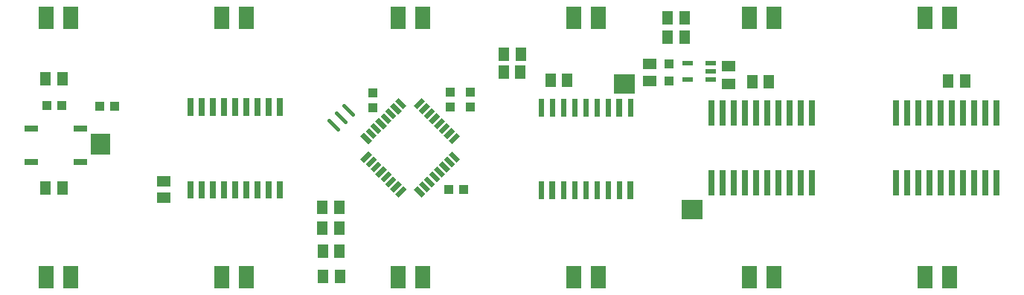
<source format=gtp>
G75*
%MOIN*%
%OFA0B0*%
%FSLAX25Y25*%
%IPPOS*%
%LPD*%
%AMOC8*
5,1,8,0,0,1.08239X$1,22.5*
%
%ADD10R,0.05118X0.05906*%
%ADD11R,0.05906X0.05118*%
%ADD12C,0.00022*%
%ADD13R,0.02953X0.11811*%
%ADD14R,0.04331X0.03937*%
%ADD15R,0.03937X0.04331*%
%ADD16R,0.05000X0.02200*%
%ADD17R,0.02200X0.05000*%
%ADD18R,0.06000X0.03000*%
%ADD19C,0.01772*%
%ADD20R,0.05000X0.02500*%
%ADD21R,0.09000X0.09600*%
%ADD22R,0.07000X0.10000*%
%ADD23R,0.02500X0.05000*%
%ADD24R,0.09600X0.09000*%
%ADD25R,0.04724X0.02165*%
%ADD26R,0.03937X0.03937*%
%ADD27R,0.06299X0.05118*%
D10*
X0179753Y0039753D03*
X0187233Y0039753D03*
X0187115Y0051209D03*
X0179635Y0051209D03*
X0179556Y0061446D03*
X0187036Y0061446D03*
X0186957Y0070894D03*
X0179477Y0070894D03*
X0063020Y0079359D03*
X0055540Y0079359D03*
X0055540Y0128572D03*
X0063020Y0128572D03*
X0260698Y0131603D03*
X0268178Y0131603D03*
X0281721Y0127666D03*
X0289202Y0127666D03*
X0268257Y0139477D03*
X0260776Y0139477D03*
X0334123Y0147272D03*
X0341603Y0147272D03*
X0341643Y0155619D03*
X0334162Y0155619D03*
X0372076Y0127154D03*
X0379556Y0127154D03*
X0459753Y0127587D03*
X0467233Y0127587D03*
D11*
X0108454Y0082587D03*
X0108454Y0075107D03*
D12*
X0119115Y0082596D02*
X0121257Y0082596D01*
X0121257Y0074942D01*
X0119115Y0074942D01*
X0119115Y0082596D01*
X0119115Y0074963D02*
X0121257Y0074963D01*
X0121257Y0074984D02*
X0119115Y0074984D01*
X0119115Y0075005D02*
X0121257Y0075005D01*
X0121257Y0075026D02*
X0119115Y0075026D01*
X0119115Y0075047D02*
X0121257Y0075047D01*
X0121257Y0075068D02*
X0119115Y0075068D01*
X0119115Y0075089D02*
X0121257Y0075089D01*
X0121257Y0075110D02*
X0119115Y0075110D01*
X0119115Y0075131D02*
X0121257Y0075131D01*
X0121257Y0075152D02*
X0119115Y0075152D01*
X0119115Y0075173D02*
X0121257Y0075173D01*
X0121257Y0075194D02*
X0119115Y0075194D01*
X0119115Y0075215D02*
X0121257Y0075215D01*
X0121257Y0075236D02*
X0119115Y0075236D01*
X0119115Y0075257D02*
X0121257Y0075257D01*
X0121257Y0075278D02*
X0119115Y0075278D01*
X0119115Y0075299D02*
X0121257Y0075299D01*
X0121257Y0075320D02*
X0119115Y0075320D01*
X0119115Y0075341D02*
X0121257Y0075341D01*
X0121257Y0075362D02*
X0119115Y0075362D01*
X0119115Y0075383D02*
X0121257Y0075383D01*
X0121257Y0075404D02*
X0119115Y0075404D01*
X0119115Y0075425D02*
X0121257Y0075425D01*
X0121257Y0075446D02*
X0119115Y0075446D01*
X0119115Y0075467D02*
X0121257Y0075467D01*
X0121257Y0075488D02*
X0119115Y0075488D01*
X0119115Y0075509D02*
X0121257Y0075509D01*
X0121257Y0075530D02*
X0119115Y0075530D01*
X0119115Y0075551D02*
X0121257Y0075551D01*
X0121257Y0075572D02*
X0119115Y0075572D01*
X0119115Y0075593D02*
X0121257Y0075593D01*
X0121257Y0075614D02*
X0119115Y0075614D01*
X0119115Y0075635D02*
X0121257Y0075635D01*
X0121257Y0075656D02*
X0119115Y0075656D01*
X0119115Y0075677D02*
X0121257Y0075677D01*
X0121257Y0075698D02*
X0119115Y0075698D01*
X0119115Y0075719D02*
X0121257Y0075719D01*
X0121257Y0075740D02*
X0119115Y0075740D01*
X0119115Y0075761D02*
X0121257Y0075761D01*
X0121257Y0075782D02*
X0119115Y0075782D01*
X0119115Y0075803D02*
X0121257Y0075803D01*
X0121257Y0075824D02*
X0119115Y0075824D01*
X0119115Y0075845D02*
X0121257Y0075845D01*
X0121257Y0075866D02*
X0119115Y0075866D01*
X0119115Y0075887D02*
X0121257Y0075887D01*
X0121257Y0075908D02*
X0119115Y0075908D01*
X0119115Y0075929D02*
X0121257Y0075929D01*
X0121257Y0075950D02*
X0119115Y0075950D01*
X0119115Y0075971D02*
X0121257Y0075971D01*
X0121257Y0075992D02*
X0119115Y0075992D01*
X0119115Y0076013D02*
X0121257Y0076013D01*
X0121257Y0076034D02*
X0119115Y0076034D01*
X0119115Y0076055D02*
X0121257Y0076055D01*
X0121257Y0076076D02*
X0119115Y0076076D01*
X0119115Y0076097D02*
X0121257Y0076097D01*
X0121257Y0076118D02*
X0119115Y0076118D01*
X0119115Y0076139D02*
X0121257Y0076139D01*
X0121257Y0076160D02*
X0119115Y0076160D01*
X0119115Y0076181D02*
X0121257Y0076181D01*
X0121257Y0076202D02*
X0119115Y0076202D01*
X0119115Y0076223D02*
X0121257Y0076223D01*
X0121257Y0076244D02*
X0119115Y0076244D01*
X0119115Y0076265D02*
X0121257Y0076265D01*
X0121257Y0076286D02*
X0119115Y0076286D01*
X0119115Y0076307D02*
X0121257Y0076307D01*
X0121257Y0076328D02*
X0119115Y0076328D01*
X0119115Y0076349D02*
X0121257Y0076349D01*
X0121257Y0076370D02*
X0119115Y0076370D01*
X0119115Y0076391D02*
X0121257Y0076391D01*
X0121257Y0076412D02*
X0119115Y0076412D01*
X0119115Y0076433D02*
X0121257Y0076433D01*
X0121257Y0076454D02*
X0119115Y0076454D01*
X0119115Y0076475D02*
X0121257Y0076475D01*
X0121257Y0076496D02*
X0119115Y0076496D01*
X0119115Y0076517D02*
X0121257Y0076517D01*
X0121257Y0076538D02*
X0119115Y0076538D01*
X0119115Y0076559D02*
X0121257Y0076559D01*
X0121257Y0076580D02*
X0119115Y0076580D01*
X0119115Y0076601D02*
X0121257Y0076601D01*
X0121257Y0076622D02*
X0119115Y0076622D01*
X0119115Y0076643D02*
X0121257Y0076643D01*
X0121257Y0076664D02*
X0119115Y0076664D01*
X0119115Y0076685D02*
X0121257Y0076685D01*
X0121257Y0076706D02*
X0119115Y0076706D01*
X0119115Y0076727D02*
X0121257Y0076727D01*
X0121257Y0076748D02*
X0119115Y0076748D01*
X0119115Y0076769D02*
X0121257Y0076769D01*
X0121257Y0076790D02*
X0119115Y0076790D01*
X0119115Y0076811D02*
X0121257Y0076811D01*
X0121257Y0076832D02*
X0119115Y0076832D01*
X0119115Y0076853D02*
X0121257Y0076853D01*
X0121257Y0076874D02*
X0119115Y0076874D01*
X0119115Y0076895D02*
X0121257Y0076895D01*
X0121257Y0076916D02*
X0119115Y0076916D01*
X0119115Y0076937D02*
X0121257Y0076937D01*
X0121257Y0076958D02*
X0119115Y0076958D01*
X0119115Y0076979D02*
X0121257Y0076979D01*
X0121257Y0077000D02*
X0119115Y0077000D01*
X0119115Y0077021D02*
X0121257Y0077021D01*
X0121257Y0077042D02*
X0119115Y0077042D01*
X0119115Y0077063D02*
X0121257Y0077063D01*
X0121257Y0077084D02*
X0119115Y0077084D01*
X0119115Y0077105D02*
X0121257Y0077105D01*
X0121257Y0077126D02*
X0119115Y0077126D01*
X0119115Y0077147D02*
X0121257Y0077147D01*
X0121257Y0077168D02*
X0119115Y0077168D01*
X0119115Y0077189D02*
X0121257Y0077189D01*
X0121257Y0077210D02*
X0119115Y0077210D01*
X0119115Y0077231D02*
X0121257Y0077231D01*
X0121257Y0077252D02*
X0119115Y0077252D01*
X0119115Y0077273D02*
X0121257Y0077273D01*
X0121257Y0077294D02*
X0119115Y0077294D01*
X0119115Y0077315D02*
X0121257Y0077315D01*
X0121257Y0077336D02*
X0119115Y0077336D01*
X0119115Y0077357D02*
X0121257Y0077357D01*
X0121257Y0077378D02*
X0119115Y0077378D01*
X0119115Y0077399D02*
X0121257Y0077399D01*
X0121257Y0077420D02*
X0119115Y0077420D01*
X0119115Y0077441D02*
X0121257Y0077441D01*
X0121257Y0077462D02*
X0119115Y0077462D01*
X0119115Y0077483D02*
X0121257Y0077483D01*
X0121257Y0077504D02*
X0119115Y0077504D01*
X0119115Y0077525D02*
X0121257Y0077525D01*
X0121257Y0077546D02*
X0119115Y0077546D01*
X0119115Y0077567D02*
X0121257Y0077567D01*
X0121257Y0077588D02*
X0119115Y0077588D01*
X0119115Y0077609D02*
X0121257Y0077609D01*
X0121257Y0077630D02*
X0119115Y0077630D01*
X0119115Y0077651D02*
X0121257Y0077651D01*
X0121257Y0077672D02*
X0119115Y0077672D01*
X0119115Y0077693D02*
X0121257Y0077693D01*
X0121257Y0077714D02*
X0119115Y0077714D01*
X0119115Y0077735D02*
X0121257Y0077735D01*
X0121257Y0077756D02*
X0119115Y0077756D01*
X0119115Y0077777D02*
X0121257Y0077777D01*
X0121257Y0077798D02*
X0119115Y0077798D01*
X0119115Y0077819D02*
X0121257Y0077819D01*
X0121257Y0077840D02*
X0119115Y0077840D01*
X0119115Y0077861D02*
X0121257Y0077861D01*
X0121257Y0077882D02*
X0119115Y0077882D01*
X0119115Y0077903D02*
X0121257Y0077903D01*
X0121257Y0077924D02*
X0119115Y0077924D01*
X0119115Y0077945D02*
X0121257Y0077945D01*
X0121257Y0077966D02*
X0119115Y0077966D01*
X0119115Y0077987D02*
X0121257Y0077987D01*
X0121257Y0078008D02*
X0119115Y0078008D01*
X0119115Y0078029D02*
X0121257Y0078029D01*
X0121257Y0078050D02*
X0119115Y0078050D01*
X0119115Y0078071D02*
X0121257Y0078071D01*
X0121257Y0078092D02*
X0119115Y0078092D01*
X0119115Y0078113D02*
X0121257Y0078113D01*
X0121257Y0078134D02*
X0119115Y0078134D01*
X0119115Y0078155D02*
X0121257Y0078155D01*
X0121257Y0078176D02*
X0119115Y0078176D01*
X0119115Y0078197D02*
X0121257Y0078197D01*
X0121257Y0078218D02*
X0119115Y0078218D01*
X0119115Y0078239D02*
X0121257Y0078239D01*
X0121257Y0078260D02*
X0119115Y0078260D01*
X0119115Y0078281D02*
X0121257Y0078281D01*
X0121257Y0078302D02*
X0119115Y0078302D01*
X0119115Y0078323D02*
X0121257Y0078323D01*
X0121257Y0078344D02*
X0119115Y0078344D01*
X0119115Y0078365D02*
X0121257Y0078365D01*
X0121257Y0078386D02*
X0119115Y0078386D01*
X0119115Y0078407D02*
X0121257Y0078407D01*
X0121257Y0078428D02*
X0119115Y0078428D01*
X0119115Y0078449D02*
X0121257Y0078449D01*
X0121257Y0078470D02*
X0119115Y0078470D01*
X0119115Y0078491D02*
X0121257Y0078491D01*
X0121257Y0078512D02*
X0119115Y0078512D01*
X0119115Y0078533D02*
X0121257Y0078533D01*
X0121257Y0078554D02*
X0119115Y0078554D01*
X0119115Y0078575D02*
X0121257Y0078575D01*
X0121257Y0078596D02*
X0119115Y0078596D01*
X0119115Y0078617D02*
X0121257Y0078617D01*
X0121257Y0078638D02*
X0119115Y0078638D01*
X0119115Y0078659D02*
X0121257Y0078659D01*
X0121257Y0078680D02*
X0119115Y0078680D01*
X0119115Y0078701D02*
X0121257Y0078701D01*
X0121257Y0078722D02*
X0119115Y0078722D01*
X0119115Y0078743D02*
X0121257Y0078743D01*
X0121257Y0078764D02*
X0119115Y0078764D01*
X0119115Y0078785D02*
X0121257Y0078785D01*
X0121257Y0078806D02*
X0119115Y0078806D01*
X0119115Y0078827D02*
X0121257Y0078827D01*
X0121257Y0078848D02*
X0119115Y0078848D01*
X0119115Y0078869D02*
X0121257Y0078869D01*
X0121257Y0078890D02*
X0119115Y0078890D01*
X0119115Y0078911D02*
X0121257Y0078911D01*
X0121257Y0078932D02*
X0119115Y0078932D01*
X0119115Y0078953D02*
X0121257Y0078953D01*
X0121257Y0078974D02*
X0119115Y0078974D01*
X0119115Y0078995D02*
X0121257Y0078995D01*
X0121257Y0079016D02*
X0119115Y0079016D01*
X0119115Y0079037D02*
X0121257Y0079037D01*
X0121257Y0079058D02*
X0119115Y0079058D01*
X0119115Y0079079D02*
X0121257Y0079079D01*
X0121257Y0079100D02*
X0119115Y0079100D01*
X0119115Y0079121D02*
X0121257Y0079121D01*
X0121257Y0079142D02*
X0119115Y0079142D01*
X0119115Y0079163D02*
X0121257Y0079163D01*
X0121257Y0079184D02*
X0119115Y0079184D01*
X0119115Y0079205D02*
X0121257Y0079205D01*
X0121257Y0079226D02*
X0119115Y0079226D01*
X0119115Y0079247D02*
X0121257Y0079247D01*
X0121257Y0079268D02*
X0119115Y0079268D01*
X0119115Y0079289D02*
X0121257Y0079289D01*
X0121257Y0079310D02*
X0119115Y0079310D01*
X0119115Y0079331D02*
X0121257Y0079331D01*
X0121257Y0079352D02*
X0119115Y0079352D01*
X0119115Y0079373D02*
X0121257Y0079373D01*
X0121257Y0079394D02*
X0119115Y0079394D01*
X0119115Y0079415D02*
X0121257Y0079415D01*
X0121257Y0079436D02*
X0119115Y0079436D01*
X0119115Y0079457D02*
X0121257Y0079457D01*
X0121257Y0079478D02*
X0119115Y0079478D01*
X0119115Y0079499D02*
X0121257Y0079499D01*
X0121257Y0079520D02*
X0119115Y0079520D01*
X0119115Y0079541D02*
X0121257Y0079541D01*
X0121257Y0079562D02*
X0119115Y0079562D01*
X0119115Y0079583D02*
X0121257Y0079583D01*
X0121257Y0079604D02*
X0119115Y0079604D01*
X0119115Y0079625D02*
X0121257Y0079625D01*
X0121257Y0079646D02*
X0119115Y0079646D01*
X0119115Y0079667D02*
X0121257Y0079667D01*
X0121257Y0079688D02*
X0119115Y0079688D01*
X0119115Y0079709D02*
X0121257Y0079709D01*
X0121257Y0079730D02*
X0119115Y0079730D01*
X0119115Y0079751D02*
X0121257Y0079751D01*
X0121257Y0079772D02*
X0119115Y0079772D01*
X0119115Y0079793D02*
X0121257Y0079793D01*
X0121257Y0079814D02*
X0119115Y0079814D01*
X0119115Y0079835D02*
X0121257Y0079835D01*
X0121257Y0079856D02*
X0119115Y0079856D01*
X0119115Y0079877D02*
X0121257Y0079877D01*
X0121257Y0079898D02*
X0119115Y0079898D01*
X0119115Y0079919D02*
X0121257Y0079919D01*
X0121257Y0079940D02*
X0119115Y0079940D01*
X0119115Y0079961D02*
X0121257Y0079961D01*
X0121257Y0079982D02*
X0119115Y0079982D01*
X0119115Y0080003D02*
X0121257Y0080003D01*
X0121257Y0080024D02*
X0119115Y0080024D01*
X0119115Y0080045D02*
X0121257Y0080045D01*
X0121257Y0080066D02*
X0119115Y0080066D01*
X0119115Y0080087D02*
X0121257Y0080087D01*
X0121257Y0080108D02*
X0119115Y0080108D01*
X0119115Y0080129D02*
X0121257Y0080129D01*
X0121257Y0080150D02*
X0119115Y0080150D01*
X0119115Y0080171D02*
X0121257Y0080171D01*
X0121257Y0080192D02*
X0119115Y0080192D01*
X0119115Y0080213D02*
X0121257Y0080213D01*
X0121257Y0080234D02*
X0119115Y0080234D01*
X0119115Y0080255D02*
X0121257Y0080255D01*
X0121257Y0080276D02*
X0119115Y0080276D01*
X0119115Y0080297D02*
X0121257Y0080297D01*
X0121257Y0080318D02*
X0119115Y0080318D01*
X0119115Y0080339D02*
X0121257Y0080339D01*
X0121257Y0080360D02*
X0119115Y0080360D01*
X0119115Y0080381D02*
X0121257Y0080381D01*
X0121257Y0080402D02*
X0119115Y0080402D01*
X0119115Y0080423D02*
X0121257Y0080423D01*
X0121257Y0080444D02*
X0119115Y0080444D01*
X0119115Y0080465D02*
X0121257Y0080465D01*
X0121257Y0080486D02*
X0119115Y0080486D01*
X0119115Y0080507D02*
X0121257Y0080507D01*
X0121257Y0080528D02*
X0119115Y0080528D01*
X0119115Y0080549D02*
X0121257Y0080549D01*
X0121257Y0080570D02*
X0119115Y0080570D01*
X0119115Y0080591D02*
X0121257Y0080591D01*
X0121257Y0080612D02*
X0119115Y0080612D01*
X0119115Y0080633D02*
X0121257Y0080633D01*
X0121257Y0080654D02*
X0119115Y0080654D01*
X0119115Y0080675D02*
X0121257Y0080675D01*
X0121257Y0080696D02*
X0119115Y0080696D01*
X0119115Y0080717D02*
X0121257Y0080717D01*
X0121257Y0080738D02*
X0119115Y0080738D01*
X0119115Y0080759D02*
X0121257Y0080759D01*
X0121257Y0080780D02*
X0119115Y0080780D01*
X0119115Y0080801D02*
X0121257Y0080801D01*
X0121257Y0080822D02*
X0119115Y0080822D01*
X0119115Y0080843D02*
X0121257Y0080843D01*
X0121257Y0080864D02*
X0119115Y0080864D01*
X0119115Y0080885D02*
X0121257Y0080885D01*
X0121257Y0080906D02*
X0119115Y0080906D01*
X0119115Y0080927D02*
X0121257Y0080927D01*
X0121257Y0080948D02*
X0119115Y0080948D01*
X0119115Y0080969D02*
X0121257Y0080969D01*
X0121257Y0080990D02*
X0119115Y0080990D01*
X0119115Y0081011D02*
X0121257Y0081011D01*
X0121257Y0081032D02*
X0119115Y0081032D01*
X0119115Y0081053D02*
X0121257Y0081053D01*
X0121257Y0081074D02*
X0119115Y0081074D01*
X0119115Y0081095D02*
X0121257Y0081095D01*
X0121257Y0081116D02*
X0119115Y0081116D01*
X0119115Y0081137D02*
X0121257Y0081137D01*
X0121257Y0081158D02*
X0119115Y0081158D01*
X0119115Y0081179D02*
X0121257Y0081179D01*
X0121257Y0081200D02*
X0119115Y0081200D01*
X0119115Y0081221D02*
X0121257Y0081221D01*
X0121257Y0081242D02*
X0119115Y0081242D01*
X0119115Y0081263D02*
X0121257Y0081263D01*
X0121257Y0081284D02*
X0119115Y0081284D01*
X0119115Y0081305D02*
X0121257Y0081305D01*
X0121257Y0081326D02*
X0119115Y0081326D01*
X0119115Y0081347D02*
X0121257Y0081347D01*
X0121257Y0081368D02*
X0119115Y0081368D01*
X0119115Y0081389D02*
X0121257Y0081389D01*
X0121257Y0081410D02*
X0119115Y0081410D01*
X0119115Y0081431D02*
X0121257Y0081431D01*
X0121257Y0081452D02*
X0119115Y0081452D01*
X0119115Y0081473D02*
X0121257Y0081473D01*
X0121257Y0081494D02*
X0119115Y0081494D01*
X0119115Y0081515D02*
X0121257Y0081515D01*
X0121257Y0081536D02*
X0119115Y0081536D01*
X0119115Y0081557D02*
X0121257Y0081557D01*
X0121257Y0081578D02*
X0119115Y0081578D01*
X0119115Y0081599D02*
X0121257Y0081599D01*
X0121257Y0081620D02*
X0119115Y0081620D01*
X0119115Y0081641D02*
X0121257Y0081641D01*
X0121257Y0081662D02*
X0119115Y0081662D01*
X0119115Y0081683D02*
X0121257Y0081683D01*
X0121257Y0081704D02*
X0119115Y0081704D01*
X0119115Y0081725D02*
X0121257Y0081725D01*
X0121257Y0081746D02*
X0119115Y0081746D01*
X0119115Y0081767D02*
X0121257Y0081767D01*
X0121257Y0081788D02*
X0119115Y0081788D01*
X0119115Y0081809D02*
X0121257Y0081809D01*
X0121257Y0081830D02*
X0119115Y0081830D01*
X0119115Y0081851D02*
X0121257Y0081851D01*
X0121257Y0081872D02*
X0119115Y0081872D01*
X0119115Y0081893D02*
X0121257Y0081893D01*
X0121257Y0081914D02*
X0119115Y0081914D01*
X0119115Y0081935D02*
X0121257Y0081935D01*
X0121257Y0081956D02*
X0119115Y0081956D01*
X0119115Y0081977D02*
X0121257Y0081977D01*
X0121257Y0081998D02*
X0119115Y0081998D01*
X0119115Y0082019D02*
X0121257Y0082019D01*
X0121257Y0082040D02*
X0119115Y0082040D01*
X0119115Y0082061D02*
X0121257Y0082061D01*
X0121257Y0082082D02*
X0119115Y0082082D01*
X0119115Y0082103D02*
X0121257Y0082103D01*
X0121257Y0082124D02*
X0119115Y0082124D01*
X0119115Y0082145D02*
X0121257Y0082145D01*
X0121257Y0082166D02*
X0119115Y0082166D01*
X0119115Y0082187D02*
X0121257Y0082187D01*
X0121257Y0082208D02*
X0119115Y0082208D01*
X0119115Y0082229D02*
X0121257Y0082229D01*
X0121257Y0082250D02*
X0119115Y0082250D01*
X0119115Y0082271D02*
X0121257Y0082271D01*
X0121257Y0082292D02*
X0119115Y0082292D01*
X0119115Y0082313D02*
X0121257Y0082313D01*
X0121257Y0082334D02*
X0119115Y0082334D01*
X0119115Y0082355D02*
X0121257Y0082355D01*
X0121257Y0082376D02*
X0119115Y0082376D01*
X0119115Y0082397D02*
X0121257Y0082397D01*
X0121257Y0082418D02*
X0119115Y0082418D01*
X0119115Y0082439D02*
X0121257Y0082439D01*
X0121257Y0082460D02*
X0119115Y0082460D01*
X0119115Y0082481D02*
X0121257Y0082481D01*
X0121257Y0082502D02*
X0119115Y0082502D01*
X0119115Y0082523D02*
X0121257Y0082523D01*
X0121257Y0082544D02*
X0119115Y0082544D01*
X0119115Y0082565D02*
X0121257Y0082565D01*
X0121257Y0082586D02*
X0119115Y0082586D01*
X0124154Y0082596D02*
X0126296Y0082596D01*
X0126296Y0074942D01*
X0124154Y0074942D01*
X0124154Y0082596D01*
X0124154Y0074963D02*
X0126296Y0074963D01*
X0126296Y0074984D02*
X0124154Y0074984D01*
X0124154Y0075005D02*
X0126296Y0075005D01*
X0126296Y0075026D02*
X0124154Y0075026D01*
X0124154Y0075047D02*
X0126296Y0075047D01*
X0126296Y0075068D02*
X0124154Y0075068D01*
X0124154Y0075089D02*
X0126296Y0075089D01*
X0126296Y0075110D02*
X0124154Y0075110D01*
X0124154Y0075131D02*
X0126296Y0075131D01*
X0126296Y0075152D02*
X0124154Y0075152D01*
X0124154Y0075173D02*
X0126296Y0075173D01*
X0126296Y0075194D02*
X0124154Y0075194D01*
X0124154Y0075215D02*
X0126296Y0075215D01*
X0126296Y0075236D02*
X0124154Y0075236D01*
X0124154Y0075257D02*
X0126296Y0075257D01*
X0126296Y0075278D02*
X0124154Y0075278D01*
X0124154Y0075299D02*
X0126296Y0075299D01*
X0126296Y0075320D02*
X0124154Y0075320D01*
X0124154Y0075341D02*
X0126296Y0075341D01*
X0126296Y0075362D02*
X0124154Y0075362D01*
X0124154Y0075383D02*
X0126296Y0075383D01*
X0126296Y0075404D02*
X0124154Y0075404D01*
X0124154Y0075425D02*
X0126296Y0075425D01*
X0126296Y0075446D02*
X0124154Y0075446D01*
X0124154Y0075467D02*
X0126296Y0075467D01*
X0126296Y0075488D02*
X0124154Y0075488D01*
X0124154Y0075509D02*
X0126296Y0075509D01*
X0126296Y0075530D02*
X0124154Y0075530D01*
X0124154Y0075551D02*
X0126296Y0075551D01*
X0126296Y0075572D02*
X0124154Y0075572D01*
X0124154Y0075593D02*
X0126296Y0075593D01*
X0126296Y0075614D02*
X0124154Y0075614D01*
X0124154Y0075635D02*
X0126296Y0075635D01*
X0126296Y0075656D02*
X0124154Y0075656D01*
X0124154Y0075677D02*
X0126296Y0075677D01*
X0126296Y0075698D02*
X0124154Y0075698D01*
X0124154Y0075719D02*
X0126296Y0075719D01*
X0126296Y0075740D02*
X0124154Y0075740D01*
X0124154Y0075761D02*
X0126296Y0075761D01*
X0126296Y0075782D02*
X0124154Y0075782D01*
X0124154Y0075803D02*
X0126296Y0075803D01*
X0126296Y0075824D02*
X0124154Y0075824D01*
X0124154Y0075845D02*
X0126296Y0075845D01*
X0126296Y0075866D02*
X0124154Y0075866D01*
X0124154Y0075887D02*
X0126296Y0075887D01*
X0126296Y0075908D02*
X0124154Y0075908D01*
X0124154Y0075929D02*
X0126296Y0075929D01*
X0126296Y0075950D02*
X0124154Y0075950D01*
X0124154Y0075971D02*
X0126296Y0075971D01*
X0126296Y0075992D02*
X0124154Y0075992D01*
X0124154Y0076013D02*
X0126296Y0076013D01*
X0126296Y0076034D02*
X0124154Y0076034D01*
X0124154Y0076055D02*
X0126296Y0076055D01*
X0126296Y0076076D02*
X0124154Y0076076D01*
X0124154Y0076097D02*
X0126296Y0076097D01*
X0126296Y0076118D02*
X0124154Y0076118D01*
X0124154Y0076139D02*
X0126296Y0076139D01*
X0126296Y0076160D02*
X0124154Y0076160D01*
X0124154Y0076181D02*
X0126296Y0076181D01*
X0126296Y0076202D02*
X0124154Y0076202D01*
X0124154Y0076223D02*
X0126296Y0076223D01*
X0126296Y0076244D02*
X0124154Y0076244D01*
X0124154Y0076265D02*
X0126296Y0076265D01*
X0126296Y0076286D02*
X0124154Y0076286D01*
X0124154Y0076307D02*
X0126296Y0076307D01*
X0126296Y0076328D02*
X0124154Y0076328D01*
X0124154Y0076349D02*
X0126296Y0076349D01*
X0126296Y0076370D02*
X0124154Y0076370D01*
X0124154Y0076391D02*
X0126296Y0076391D01*
X0126296Y0076412D02*
X0124154Y0076412D01*
X0124154Y0076433D02*
X0126296Y0076433D01*
X0126296Y0076454D02*
X0124154Y0076454D01*
X0124154Y0076475D02*
X0126296Y0076475D01*
X0126296Y0076496D02*
X0124154Y0076496D01*
X0124154Y0076517D02*
X0126296Y0076517D01*
X0126296Y0076538D02*
X0124154Y0076538D01*
X0124154Y0076559D02*
X0126296Y0076559D01*
X0126296Y0076580D02*
X0124154Y0076580D01*
X0124154Y0076601D02*
X0126296Y0076601D01*
X0126296Y0076622D02*
X0124154Y0076622D01*
X0124154Y0076643D02*
X0126296Y0076643D01*
X0126296Y0076664D02*
X0124154Y0076664D01*
X0124154Y0076685D02*
X0126296Y0076685D01*
X0126296Y0076706D02*
X0124154Y0076706D01*
X0124154Y0076727D02*
X0126296Y0076727D01*
X0126296Y0076748D02*
X0124154Y0076748D01*
X0124154Y0076769D02*
X0126296Y0076769D01*
X0126296Y0076790D02*
X0124154Y0076790D01*
X0124154Y0076811D02*
X0126296Y0076811D01*
X0126296Y0076832D02*
X0124154Y0076832D01*
X0124154Y0076853D02*
X0126296Y0076853D01*
X0126296Y0076874D02*
X0124154Y0076874D01*
X0124154Y0076895D02*
X0126296Y0076895D01*
X0126296Y0076916D02*
X0124154Y0076916D01*
X0124154Y0076937D02*
X0126296Y0076937D01*
X0126296Y0076958D02*
X0124154Y0076958D01*
X0124154Y0076979D02*
X0126296Y0076979D01*
X0126296Y0077000D02*
X0124154Y0077000D01*
X0124154Y0077021D02*
X0126296Y0077021D01*
X0126296Y0077042D02*
X0124154Y0077042D01*
X0124154Y0077063D02*
X0126296Y0077063D01*
X0126296Y0077084D02*
X0124154Y0077084D01*
X0124154Y0077105D02*
X0126296Y0077105D01*
X0126296Y0077126D02*
X0124154Y0077126D01*
X0124154Y0077147D02*
X0126296Y0077147D01*
X0126296Y0077168D02*
X0124154Y0077168D01*
X0124154Y0077189D02*
X0126296Y0077189D01*
X0126296Y0077210D02*
X0124154Y0077210D01*
X0124154Y0077231D02*
X0126296Y0077231D01*
X0126296Y0077252D02*
X0124154Y0077252D01*
X0124154Y0077273D02*
X0126296Y0077273D01*
X0126296Y0077294D02*
X0124154Y0077294D01*
X0124154Y0077315D02*
X0126296Y0077315D01*
X0126296Y0077336D02*
X0124154Y0077336D01*
X0124154Y0077357D02*
X0126296Y0077357D01*
X0126296Y0077378D02*
X0124154Y0077378D01*
X0124154Y0077399D02*
X0126296Y0077399D01*
X0126296Y0077420D02*
X0124154Y0077420D01*
X0124154Y0077441D02*
X0126296Y0077441D01*
X0126296Y0077462D02*
X0124154Y0077462D01*
X0124154Y0077483D02*
X0126296Y0077483D01*
X0126296Y0077504D02*
X0124154Y0077504D01*
X0124154Y0077525D02*
X0126296Y0077525D01*
X0126296Y0077546D02*
X0124154Y0077546D01*
X0124154Y0077567D02*
X0126296Y0077567D01*
X0126296Y0077588D02*
X0124154Y0077588D01*
X0124154Y0077609D02*
X0126296Y0077609D01*
X0126296Y0077630D02*
X0124154Y0077630D01*
X0124154Y0077651D02*
X0126296Y0077651D01*
X0126296Y0077672D02*
X0124154Y0077672D01*
X0124154Y0077693D02*
X0126296Y0077693D01*
X0126296Y0077714D02*
X0124154Y0077714D01*
X0124154Y0077735D02*
X0126296Y0077735D01*
X0126296Y0077756D02*
X0124154Y0077756D01*
X0124154Y0077777D02*
X0126296Y0077777D01*
X0126296Y0077798D02*
X0124154Y0077798D01*
X0124154Y0077819D02*
X0126296Y0077819D01*
X0126296Y0077840D02*
X0124154Y0077840D01*
X0124154Y0077861D02*
X0126296Y0077861D01*
X0126296Y0077882D02*
X0124154Y0077882D01*
X0124154Y0077903D02*
X0126296Y0077903D01*
X0126296Y0077924D02*
X0124154Y0077924D01*
X0124154Y0077945D02*
X0126296Y0077945D01*
X0126296Y0077966D02*
X0124154Y0077966D01*
X0124154Y0077987D02*
X0126296Y0077987D01*
X0126296Y0078008D02*
X0124154Y0078008D01*
X0124154Y0078029D02*
X0126296Y0078029D01*
X0126296Y0078050D02*
X0124154Y0078050D01*
X0124154Y0078071D02*
X0126296Y0078071D01*
X0126296Y0078092D02*
X0124154Y0078092D01*
X0124154Y0078113D02*
X0126296Y0078113D01*
X0126296Y0078134D02*
X0124154Y0078134D01*
X0124154Y0078155D02*
X0126296Y0078155D01*
X0126296Y0078176D02*
X0124154Y0078176D01*
X0124154Y0078197D02*
X0126296Y0078197D01*
X0126296Y0078218D02*
X0124154Y0078218D01*
X0124154Y0078239D02*
X0126296Y0078239D01*
X0126296Y0078260D02*
X0124154Y0078260D01*
X0124154Y0078281D02*
X0126296Y0078281D01*
X0126296Y0078302D02*
X0124154Y0078302D01*
X0124154Y0078323D02*
X0126296Y0078323D01*
X0126296Y0078344D02*
X0124154Y0078344D01*
X0124154Y0078365D02*
X0126296Y0078365D01*
X0126296Y0078386D02*
X0124154Y0078386D01*
X0124154Y0078407D02*
X0126296Y0078407D01*
X0126296Y0078428D02*
X0124154Y0078428D01*
X0124154Y0078449D02*
X0126296Y0078449D01*
X0126296Y0078470D02*
X0124154Y0078470D01*
X0124154Y0078491D02*
X0126296Y0078491D01*
X0126296Y0078512D02*
X0124154Y0078512D01*
X0124154Y0078533D02*
X0126296Y0078533D01*
X0126296Y0078554D02*
X0124154Y0078554D01*
X0124154Y0078575D02*
X0126296Y0078575D01*
X0126296Y0078596D02*
X0124154Y0078596D01*
X0124154Y0078617D02*
X0126296Y0078617D01*
X0126296Y0078638D02*
X0124154Y0078638D01*
X0124154Y0078659D02*
X0126296Y0078659D01*
X0126296Y0078680D02*
X0124154Y0078680D01*
X0124154Y0078701D02*
X0126296Y0078701D01*
X0126296Y0078722D02*
X0124154Y0078722D01*
X0124154Y0078743D02*
X0126296Y0078743D01*
X0126296Y0078764D02*
X0124154Y0078764D01*
X0124154Y0078785D02*
X0126296Y0078785D01*
X0126296Y0078806D02*
X0124154Y0078806D01*
X0124154Y0078827D02*
X0126296Y0078827D01*
X0126296Y0078848D02*
X0124154Y0078848D01*
X0124154Y0078869D02*
X0126296Y0078869D01*
X0126296Y0078890D02*
X0124154Y0078890D01*
X0124154Y0078911D02*
X0126296Y0078911D01*
X0126296Y0078932D02*
X0124154Y0078932D01*
X0124154Y0078953D02*
X0126296Y0078953D01*
X0126296Y0078974D02*
X0124154Y0078974D01*
X0124154Y0078995D02*
X0126296Y0078995D01*
X0126296Y0079016D02*
X0124154Y0079016D01*
X0124154Y0079037D02*
X0126296Y0079037D01*
X0126296Y0079058D02*
X0124154Y0079058D01*
X0124154Y0079079D02*
X0126296Y0079079D01*
X0126296Y0079100D02*
X0124154Y0079100D01*
X0124154Y0079121D02*
X0126296Y0079121D01*
X0126296Y0079142D02*
X0124154Y0079142D01*
X0124154Y0079163D02*
X0126296Y0079163D01*
X0126296Y0079184D02*
X0124154Y0079184D01*
X0124154Y0079205D02*
X0126296Y0079205D01*
X0126296Y0079226D02*
X0124154Y0079226D01*
X0124154Y0079247D02*
X0126296Y0079247D01*
X0126296Y0079268D02*
X0124154Y0079268D01*
X0124154Y0079289D02*
X0126296Y0079289D01*
X0126296Y0079310D02*
X0124154Y0079310D01*
X0124154Y0079331D02*
X0126296Y0079331D01*
X0126296Y0079352D02*
X0124154Y0079352D01*
X0124154Y0079373D02*
X0126296Y0079373D01*
X0126296Y0079394D02*
X0124154Y0079394D01*
X0124154Y0079415D02*
X0126296Y0079415D01*
X0126296Y0079436D02*
X0124154Y0079436D01*
X0124154Y0079457D02*
X0126296Y0079457D01*
X0126296Y0079478D02*
X0124154Y0079478D01*
X0124154Y0079499D02*
X0126296Y0079499D01*
X0126296Y0079520D02*
X0124154Y0079520D01*
X0124154Y0079541D02*
X0126296Y0079541D01*
X0126296Y0079562D02*
X0124154Y0079562D01*
X0124154Y0079583D02*
X0126296Y0079583D01*
X0126296Y0079604D02*
X0124154Y0079604D01*
X0124154Y0079625D02*
X0126296Y0079625D01*
X0126296Y0079646D02*
X0124154Y0079646D01*
X0124154Y0079667D02*
X0126296Y0079667D01*
X0126296Y0079688D02*
X0124154Y0079688D01*
X0124154Y0079709D02*
X0126296Y0079709D01*
X0126296Y0079730D02*
X0124154Y0079730D01*
X0124154Y0079751D02*
X0126296Y0079751D01*
X0126296Y0079772D02*
X0124154Y0079772D01*
X0124154Y0079793D02*
X0126296Y0079793D01*
X0126296Y0079814D02*
X0124154Y0079814D01*
X0124154Y0079835D02*
X0126296Y0079835D01*
X0126296Y0079856D02*
X0124154Y0079856D01*
X0124154Y0079877D02*
X0126296Y0079877D01*
X0126296Y0079898D02*
X0124154Y0079898D01*
X0124154Y0079919D02*
X0126296Y0079919D01*
X0126296Y0079940D02*
X0124154Y0079940D01*
X0124154Y0079961D02*
X0126296Y0079961D01*
X0126296Y0079982D02*
X0124154Y0079982D01*
X0124154Y0080003D02*
X0126296Y0080003D01*
X0126296Y0080024D02*
X0124154Y0080024D01*
X0124154Y0080045D02*
X0126296Y0080045D01*
X0126296Y0080066D02*
X0124154Y0080066D01*
X0124154Y0080087D02*
X0126296Y0080087D01*
X0126296Y0080108D02*
X0124154Y0080108D01*
X0124154Y0080129D02*
X0126296Y0080129D01*
X0126296Y0080150D02*
X0124154Y0080150D01*
X0124154Y0080171D02*
X0126296Y0080171D01*
X0126296Y0080192D02*
X0124154Y0080192D01*
X0124154Y0080213D02*
X0126296Y0080213D01*
X0126296Y0080234D02*
X0124154Y0080234D01*
X0124154Y0080255D02*
X0126296Y0080255D01*
X0126296Y0080276D02*
X0124154Y0080276D01*
X0124154Y0080297D02*
X0126296Y0080297D01*
X0126296Y0080318D02*
X0124154Y0080318D01*
X0124154Y0080339D02*
X0126296Y0080339D01*
X0126296Y0080360D02*
X0124154Y0080360D01*
X0124154Y0080381D02*
X0126296Y0080381D01*
X0126296Y0080402D02*
X0124154Y0080402D01*
X0124154Y0080423D02*
X0126296Y0080423D01*
X0126296Y0080444D02*
X0124154Y0080444D01*
X0124154Y0080465D02*
X0126296Y0080465D01*
X0126296Y0080486D02*
X0124154Y0080486D01*
X0124154Y0080507D02*
X0126296Y0080507D01*
X0126296Y0080528D02*
X0124154Y0080528D01*
X0124154Y0080549D02*
X0126296Y0080549D01*
X0126296Y0080570D02*
X0124154Y0080570D01*
X0124154Y0080591D02*
X0126296Y0080591D01*
X0126296Y0080612D02*
X0124154Y0080612D01*
X0124154Y0080633D02*
X0126296Y0080633D01*
X0126296Y0080654D02*
X0124154Y0080654D01*
X0124154Y0080675D02*
X0126296Y0080675D01*
X0126296Y0080696D02*
X0124154Y0080696D01*
X0124154Y0080717D02*
X0126296Y0080717D01*
X0126296Y0080738D02*
X0124154Y0080738D01*
X0124154Y0080759D02*
X0126296Y0080759D01*
X0126296Y0080780D02*
X0124154Y0080780D01*
X0124154Y0080801D02*
X0126296Y0080801D01*
X0126296Y0080822D02*
X0124154Y0080822D01*
X0124154Y0080843D02*
X0126296Y0080843D01*
X0126296Y0080864D02*
X0124154Y0080864D01*
X0124154Y0080885D02*
X0126296Y0080885D01*
X0126296Y0080906D02*
X0124154Y0080906D01*
X0124154Y0080927D02*
X0126296Y0080927D01*
X0126296Y0080948D02*
X0124154Y0080948D01*
X0124154Y0080969D02*
X0126296Y0080969D01*
X0126296Y0080990D02*
X0124154Y0080990D01*
X0124154Y0081011D02*
X0126296Y0081011D01*
X0126296Y0081032D02*
X0124154Y0081032D01*
X0124154Y0081053D02*
X0126296Y0081053D01*
X0126296Y0081074D02*
X0124154Y0081074D01*
X0124154Y0081095D02*
X0126296Y0081095D01*
X0126296Y0081116D02*
X0124154Y0081116D01*
X0124154Y0081137D02*
X0126296Y0081137D01*
X0126296Y0081158D02*
X0124154Y0081158D01*
X0124154Y0081179D02*
X0126296Y0081179D01*
X0126296Y0081200D02*
X0124154Y0081200D01*
X0124154Y0081221D02*
X0126296Y0081221D01*
X0126296Y0081242D02*
X0124154Y0081242D01*
X0124154Y0081263D02*
X0126296Y0081263D01*
X0126296Y0081284D02*
X0124154Y0081284D01*
X0124154Y0081305D02*
X0126296Y0081305D01*
X0126296Y0081326D02*
X0124154Y0081326D01*
X0124154Y0081347D02*
X0126296Y0081347D01*
X0126296Y0081368D02*
X0124154Y0081368D01*
X0124154Y0081389D02*
X0126296Y0081389D01*
X0126296Y0081410D02*
X0124154Y0081410D01*
X0124154Y0081431D02*
X0126296Y0081431D01*
X0126296Y0081452D02*
X0124154Y0081452D01*
X0124154Y0081473D02*
X0126296Y0081473D01*
X0126296Y0081494D02*
X0124154Y0081494D01*
X0124154Y0081515D02*
X0126296Y0081515D01*
X0126296Y0081536D02*
X0124154Y0081536D01*
X0124154Y0081557D02*
X0126296Y0081557D01*
X0126296Y0081578D02*
X0124154Y0081578D01*
X0124154Y0081599D02*
X0126296Y0081599D01*
X0126296Y0081620D02*
X0124154Y0081620D01*
X0124154Y0081641D02*
X0126296Y0081641D01*
X0126296Y0081662D02*
X0124154Y0081662D01*
X0124154Y0081683D02*
X0126296Y0081683D01*
X0126296Y0081704D02*
X0124154Y0081704D01*
X0124154Y0081725D02*
X0126296Y0081725D01*
X0126296Y0081746D02*
X0124154Y0081746D01*
X0124154Y0081767D02*
X0126296Y0081767D01*
X0126296Y0081788D02*
X0124154Y0081788D01*
X0124154Y0081809D02*
X0126296Y0081809D01*
X0126296Y0081830D02*
X0124154Y0081830D01*
X0124154Y0081851D02*
X0126296Y0081851D01*
X0126296Y0081872D02*
X0124154Y0081872D01*
X0124154Y0081893D02*
X0126296Y0081893D01*
X0126296Y0081914D02*
X0124154Y0081914D01*
X0124154Y0081935D02*
X0126296Y0081935D01*
X0126296Y0081956D02*
X0124154Y0081956D01*
X0124154Y0081977D02*
X0126296Y0081977D01*
X0126296Y0081998D02*
X0124154Y0081998D01*
X0124154Y0082019D02*
X0126296Y0082019D01*
X0126296Y0082040D02*
X0124154Y0082040D01*
X0124154Y0082061D02*
X0126296Y0082061D01*
X0126296Y0082082D02*
X0124154Y0082082D01*
X0124154Y0082103D02*
X0126296Y0082103D01*
X0126296Y0082124D02*
X0124154Y0082124D01*
X0124154Y0082145D02*
X0126296Y0082145D01*
X0126296Y0082166D02*
X0124154Y0082166D01*
X0124154Y0082187D02*
X0126296Y0082187D01*
X0126296Y0082208D02*
X0124154Y0082208D01*
X0124154Y0082229D02*
X0126296Y0082229D01*
X0126296Y0082250D02*
X0124154Y0082250D01*
X0124154Y0082271D02*
X0126296Y0082271D01*
X0126296Y0082292D02*
X0124154Y0082292D01*
X0124154Y0082313D02*
X0126296Y0082313D01*
X0126296Y0082334D02*
X0124154Y0082334D01*
X0124154Y0082355D02*
X0126296Y0082355D01*
X0126296Y0082376D02*
X0124154Y0082376D01*
X0124154Y0082397D02*
X0126296Y0082397D01*
X0126296Y0082418D02*
X0124154Y0082418D01*
X0124154Y0082439D02*
X0126296Y0082439D01*
X0126296Y0082460D02*
X0124154Y0082460D01*
X0124154Y0082481D02*
X0126296Y0082481D01*
X0126296Y0082502D02*
X0124154Y0082502D01*
X0124154Y0082523D02*
X0126296Y0082523D01*
X0126296Y0082544D02*
X0124154Y0082544D01*
X0124154Y0082565D02*
X0126296Y0082565D01*
X0126296Y0082586D02*
X0124154Y0082586D01*
X0129115Y0082596D02*
X0131257Y0082596D01*
X0131257Y0074942D01*
X0129115Y0074942D01*
X0129115Y0082596D01*
X0129115Y0074963D02*
X0131257Y0074963D01*
X0131257Y0074984D02*
X0129115Y0074984D01*
X0129115Y0075005D02*
X0131257Y0075005D01*
X0131257Y0075026D02*
X0129115Y0075026D01*
X0129115Y0075047D02*
X0131257Y0075047D01*
X0131257Y0075068D02*
X0129115Y0075068D01*
X0129115Y0075089D02*
X0131257Y0075089D01*
X0131257Y0075110D02*
X0129115Y0075110D01*
X0129115Y0075131D02*
X0131257Y0075131D01*
X0131257Y0075152D02*
X0129115Y0075152D01*
X0129115Y0075173D02*
X0131257Y0075173D01*
X0131257Y0075194D02*
X0129115Y0075194D01*
X0129115Y0075215D02*
X0131257Y0075215D01*
X0131257Y0075236D02*
X0129115Y0075236D01*
X0129115Y0075257D02*
X0131257Y0075257D01*
X0131257Y0075278D02*
X0129115Y0075278D01*
X0129115Y0075299D02*
X0131257Y0075299D01*
X0131257Y0075320D02*
X0129115Y0075320D01*
X0129115Y0075341D02*
X0131257Y0075341D01*
X0131257Y0075362D02*
X0129115Y0075362D01*
X0129115Y0075383D02*
X0131257Y0075383D01*
X0131257Y0075404D02*
X0129115Y0075404D01*
X0129115Y0075425D02*
X0131257Y0075425D01*
X0131257Y0075446D02*
X0129115Y0075446D01*
X0129115Y0075467D02*
X0131257Y0075467D01*
X0131257Y0075488D02*
X0129115Y0075488D01*
X0129115Y0075509D02*
X0131257Y0075509D01*
X0131257Y0075530D02*
X0129115Y0075530D01*
X0129115Y0075551D02*
X0131257Y0075551D01*
X0131257Y0075572D02*
X0129115Y0075572D01*
X0129115Y0075593D02*
X0131257Y0075593D01*
X0131257Y0075614D02*
X0129115Y0075614D01*
X0129115Y0075635D02*
X0131257Y0075635D01*
X0131257Y0075656D02*
X0129115Y0075656D01*
X0129115Y0075677D02*
X0131257Y0075677D01*
X0131257Y0075698D02*
X0129115Y0075698D01*
X0129115Y0075719D02*
X0131257Y0075719D01*
X0131257Y0075740D02*
X0129115Y0075740D01*
X0129115Y0075761D02*
X0131257Y0075761D01*
X0131257Y0075782D02*
X0129115Y0075782D01*
X0129115Y0075803D02*
X0131257Y0075803D01*
X0131257Y0075824D02*
X0129115Y0075824D01*
X0129115Y0075845D02*
X0131257Y0075845D01*
X0131257Y0075866D02*
X0129115Y0075866D01*
X0129115Y0075887D02*
X0131257Y0075887D01*
X0131257Y0075908D02*
X0129115Y0075908D01*
X0129115Y0075929D02*
X0131257Y0075929D01*
X0131257Y0075950D02*
X0129115Y0075950D01*
X0129115Y0075971D02*
X0131257Y0075971D01*
X0131257Y0075992D02*
X0129115Y0075992D01*
X0129115Y0076013D02*
X0131257Y0076013D01*
X0131257Y0076034D02*
X0129115Y0076034D01*
X0129115Y0076055D02*
X0131257Y0076055D01*
X0131257Y0076076D02*
X0129115Y0076076D01*
X0129115Y0076097D02*
X0131257Y0076097D01*
X0131257Y0076118D02*
X0129115Y0076118D01*
X0129115Y0076139D02*
X0131257Y0076139D01*
X0131257Y0076160D02*
X0129115Y0076160D01*
X0129115Y0076181D02*
X0131257Y0076181D01*
X0131257Y0076202D02*
X0129115Y0076202D01*
X0129115Y0076223D02*
X0131257Y0076223D01*
X0131257Y0076244D02*
X0129115Y0076244D01*
X0129115Y0076265D02*
X0131257Y0076265D01*
X0131257Y0076286D02*
X0129115Y0076286D01*
X0129115Y0076307D02*
X0131257Y0076307D01*
X0131257Y0076328D02*
X0129115Y0076328D01*
X0129115Y0076349D02*
X0131257Y0076349D01*
X0131257Y0076370D02*
X0129115Y0076370D01*
X0129115Y0076391D02*
X0131257Y0076391D01*
X0131257Y0076412D02*
X0129115Y0076412D01*
X0129115Y0076433D02*
X0131257Y0076433D01*
X0131257Y0076454D02*
X0129115Y0076454D01*
X0129115Y0076475D02*
X0131257Y0076475D01*
X0131257Y0076496D02*
X0129115Y0076496D01*
X0129115Y0076517D02*
X0131257Y0076517D01*
X0131257Y0076538D02*
X0129115Y0076538D01*
X0129115Y0076559D02*
X0131257Y0076559D01*
X0131257Y0076580D02*
X0129115Y0076580D01*
X0129115Y0076601D02*
X0131257Y0076601D01*
X0131257Y0076622D02*
X0129115Y0076622D01*
X0129115Y0076643D02*
X0131257Y0076643D01*
X0131257Y0076664D02*
X0129115Y0076664D01*
X0129115Y0076685D02*
X0131257Y0076685D01*
X0131257Y0076706D02*
X0129115Y0076706D01*
X0129115Y0076727D02*
X0131257Y0076727D01*
X0131257Y0076748D02*
X0129115Y0076748D01*
X0129115Y0076769D02*
X0131257Y0076769D01*
X0131257Y0076790D02*
X0129115Y0076790D01*
X0129115Y0076811D02*
X0131257Y0076811D01*
X0131257Y0076832D02*
X0129115Y0076832D01*
X0129115Y0076853D02*
X0131257Y0076853D01*
X0131257Y0076874D02*
X0129115Y0076874D01*
X0129115Y0076895D02*
X0131257Y0076895D01*
X0131257Y0076916D02*
X0129115Y0076916D01*
X0129115Y0076937D02*
X0131257Y0076937D01*
X0131257Y0076958D02*
X0129115Y0076958D01*
X0129115Y0076979D02*
X0131257Y0076979D01*
X0131257Y0077000D02*
X0129115Y0077000D01*
X0129115Y0077021D02*
X0131257Y0077021D01*
X0131257Y0077042D02*
X0129115Y0077042D01*
X0129115Y0077063D02*
X0131257Y0077063D01*
X0131257Y0077084D02*
X0129115Y0077084D01*
X0129115Y0077105D02*
X0131257Y0077105D01*
X0131257Y0077126D02*
X0129115Y0077126D01*
X0129115Y0077147D02*
X0131257Y0077147D01*
X0131257Y0077168D02*
X0129115Y0077168D01*
X0129115Y0077189D02*
X0131257Y0077189D01*
X0131257Y0077210D02*
X0129115Y0077210D01*
X0129115Y0077231D02*
X0131257Y0077231D01*
X0131257Y0077252D02*
X0129115Y0077252D01*
X0129115Y0077273D02*
X0131257Y0077273D01*
X0131257Y0077294D02*
X0129115Y0077294D01*
X0129115Y0077315D02*
X0131257Y0077315D01*
X0131257Y0077336D02*
X0129115Y0077336D01*
X0129115Y0077357D02*
X0131257Y0077357D01*
X0131257Y0077378D02*
X0129115Y0077378D01*
X0129115Y0077399D02*
X0131257Y0077399D01*
X0131257Y0077420D02*
X0129115Y0077420D01*
X0129115Y0077441D02*
X0131257Y0077441D01*
X0131257Y0077462D02*
X0129115Y0077462D01*
X0129115Y0077483D02*
X0131257Y0077483D01*
X0131257Y0077504D02*
X0129115Y0077504D01*
X0129115Y0077525D02*
X0131257Y0077525D01*
X0131257Y0077546D02*
X0129115Y0077546D01*
X0129115Y0077567D02*
X0131257Y0077567D01*
X0131257Y0077588D02*
X0129115Y0077588D01*
X0129115Y0077609D02*
X0131257Y0077609D01*
X0131257Y0077630D02*
X0129115Y0077630D01*
X0129115Y0077651D02*
X0131257Y0077651D01*
X0131257Y0077672D02*
X0129115Y0077672D01*
X0129115Y0077693D02*
X0131257Y0077693D01*
X0131257Y0077714D02*
X0129115Y0077714D01*
X0129115Y0077735D02*
X0131257Y0077735D01*
X0131257Y0077756D02*
X0129115Y0077756D01*
X0129115Y0077777D02*
X0131257Y0077777D01*
X0131257Y0077798D02*
X0129115Y0077798D01*
X0129115Y0077819D02*
X0131257Y0077819D01*
X0131257Y0077840D02*
X0129115Y0077840D01*
X0129115Y0077861D02*
X0131257Y0077861D01*
X0131257Y0077882D02*
X0129115Y0077882D01*
X0129115Y0077903D02*
X0131257Y0077903D01*
X0131257Y0077924D02*
X0129115Y0077924D01*
X0129115Y0077945D02*
X0131257Y0077945D01*
X0131257Y0077966D02*
X0129115Y0077966D01*
X0129115Y0077987D02*
X0131257Y0077987D01*
X0131257Y0078008D02*
X0129115Y0078008D01*
X0129115Y0078029D02*
X0131257Y0078029D01*
X0131257Y0078050D02*
X0129115Y0078050D01*
X0129115Y0078071D02*
X0131257Y0078071D01*
X0131257Y0078092D02*
X0129115Y0078092D01*
X0129115Y0078113D02*
X0131257Y0078113D01*
X0131257Y0078134D02*
X0129115Y0078134D01*
X0129115Y0078155D02*
X0131257Y0078155D01*
X0131257Y0078176D02*
X0129115Y0078176D01*
X0129115Y0078197D02*
X0131257Y0078197D01*
X0131257Y0078218D02*
X0129115Y0078218D01*
X0129115Y0078239D02*
X0131257Y0078239D01*
X0131257Y0078260D02*
X0129115Y0078260D01*
X0129115Y0078281D02*
X0131257Y0078281D01*
X0131257Y0078302D02*
X0129115Y0078302D01*
X0129115Y0078323D02*
X0131257Y0078323D01*
X0131257Y0078344D02*
X0129115Y0078344D01*
X0129115Y0078365D02*
X0131257Y0078365D01*
X0131257Y0078386D02*
X0129115Y0078386D01*
X0129115Y0078407D02*
X0131257Y0078407D01*
X0131257Y0078428D02*
X0129115Y0078428D01*
X0129115Y0078449D02*
X0131257Y0078449D01*
X0131257Y0078470D02*
X0129115Y0078470D01*
X0129115Y0078491D02*
X0131257Y0078491D01*
X0131257Y0078512D02*
X0129115Y0078512D01*
X0129115Y0078533D02*
X0131257Y0078533D01*
X0131257Y0078554D02*
X0129115Y0078554D01*
X0129115Y0078575D02*
X0131257Y0078575D01*
X0131257Y0078596D02*
X0129115Y0078596D01*
X0129115Y0078617D02*
X0131257Y0078617D01*
X0131257Y0078638D02*
X0129115Y0078638D01*
X0129115Y0078659D02*
X0131257Y0078659D01*
X0131257Y0078680D02*
X0129115Y0078680D01*
X0129115Y0078701D02*
X0131257Y0078701D01*
X0131257Y0078722D02*
X0129115Y0078722D01*
X0129115Y0078743D02*
X0131257Y0078743D01*
X0131257Y0078764D02*
X0129115Y0078764D01*
X0129115Y0078785D02*
X0131257Y0078785D01*
X0131257Y0078806D02*
X0129115Y0078806D01*
X0129115Y0078827D02*
X0131257Y0078827D01*
X0131257Y0078848D02*
X0129115Y0078848D01*
X0129115Y0078869D02*
X0131257Y0078869D01*
X0131257Y0078890D02*
X0129115Y0078890D01*
X0129115Y0078911D02*
X0131257Y0078911D01*
X0131257Y0078932D02*
X0129115Y0078932D01*
X0129115Y0078953D02*
X0131257Y0078953D01*
X0131257Y0078974D02*
X0129115Y0078974D01*
X0129115Y0078995D02*
X0131257Y0078995D01*
X0131257Y0079016D02*
X0129115Y0079016D01*
X0129115Y0079037D02*
X0131257Y0079037D01*
X0131257Y0079058D02*
X0129115Y0079058D01*
X0129115Y0079079D02*
X0131257Y0079079D01*
X0131257Y0079100D02*
X0129115Y0079100D01*
X0129115Y0079121D02*
X0131257Y0079121D01*
X0131257Y0079142D02*
X0129115Y0079142D01*
X0129115Y0079163D02*
X0131257Y0079163D01*
X0131257Y0079184D02*
X0129115Y0079184D01*
X0129115Y0079205D02*
X0131257Y0079205D01*
X0131257Y0079226D02*
X0129115Y0079226D01*
X0129115Y0079247D02*
X0131257Y0079247D01*
X0131257Y0079268D02*
X0129115Y0079268D01*
X0129115Y0079289D02*
X0131257Y0079289D01*
X0131257Y0079310D02*
X0129115Y0079310D01*
X0129115Y0079331D02*
X0131257Y0079331D01*
X0131257Y0079352D02*
X0129115Y0079352D01*
X0129115Y0079373D02*
X0131257Y0079373D01*
X0131257Y0079394D02*
X0129115Y0079394D01*
X0129115Y0079415D02*
X0131257Y0079415D01*
X0131257Y0079436D02*
X0129115Y0079436D01*
X0129115Y0079457D02*
X0131257Y0079457D01*
X0131257Y0079478D02*
X0129115Y0079478D01*
X0129115Y0079499D02*
X0131257Y0079499D01*
X0131257Y0079520D02*
X0129115Y0079520D01*
X0129115Y0079541D02*
X0131257Y0079541D01*
X0131257Y0079562D02*
X0129115Y0079562D01*
X0129115Y0079583D02*
X0131257Y0079583D01*
X0131257Y0079604D02*
X0129115Y0079604D01*
X0129115Y0079625D02*
X0131257Y0079625D01*
X0131257Y0079646D02*
X0129115Y0079646D01*
X0129115Y0079667D02*
X0131257Y0079667D01*
X0131257Y0079688D02*
X0129115Y0079688D01*
X0129115Y0079709D02*
X0131257Y0079709D01*
X0131257Y0079730D02*
X0129115Y0079730D01*
X0129115Y0079751D02*
X0131257Y0079751D01*
X0131257Y0079772D02*
X0129115Y0079772D01*
X0129115Y0079793D02*
X0131257Y0079793D01*
X0131257Y0079814D02*
X0129115Y0079814D01*
X0129115Y0079835D02*
X0131257Y0079835D01*
X0131257Y0079856D02*
X0129115Y0079856D01*
X0129115Y0079877D02*
X0131257Y0079877D01*
X0131257Y0079898D02*
X0129115Y0079898D01*
X0129115Y0079919D02*
X0131257Y0079919D01*
X0131257Y0079940D02*
X0129115Y0079940D01*
X0129115Y0079961D02*
X0131257Y0079961D01*
X0131257Y0079982D02*
X0129115Y0079982D01*
X0129115Y0080003D02*
X0131257Y0080003D01*
X0131257Y0080024D02*
X0129115Y0080024D01*
X0129115Y0080045D02*
X0131257Y0080045D01*
X0131257Y0080066D02*
X0129115Y0080066D01*
X0129115Y0080087D02*
X0131257Y0080087D01*
X0131257Y0080108D02*
X0129115Y0080108D01*
X0129115Y0080129D02*
X0131257Y0080129D01*
X0131257Y0080150D02*
X0129115Y0080150D01*
X0129115Y0080171D02*
X0131257Y0080171D01*
X0131257Y0080192D02*
X0129115Y0080192D01*
X0129115Y0080213D02*
X0131257Y0080213D01*
X0131257Y0080234D02*
X0129115Y0080234D01*
X0129115Y0080255D02*
X0131257Y0080255D01*
X0131257Y0080276D02*
X0129115Y0080276D01*
X0129115Y0080297D02*
X0131257Y0080297D01*
X0131257Y0080318D02*
X0129115Y0080318D01*
X0129115Y0080339D02*
X0131257Y0080339D01*
X0131257Y0080360D02*
X0129115Y0080360D01*
X0129115Y0080381D02*
X0131257Y0080381D01*
X0131257Y0080402D02*
X0129115Y0080402D01*
X0129115Y0080423D02*
X0131257Y0080423D01*
X0131257Y0080444D02*
X0129115Y0080444D01*
X0129115Y0080465D02*
X0131257Y0080465D01*
X0131257Y0080486D02*
X0129115Y0080486D01*
X0129115Y0080507D02*
X0131257Y0080507D01*
X0131257Y0080528D02*
X0129115Y0080528D01*
X0129115Y0080549D02*
X0131257Y0080549D01*
X0131257Y0080570D02*
X0129115Y0080570D01*
X0129115Y0080591D02*
X0131257Y0080591D01*
X0131257Y0080612D02*
X0129115Y0080612D01*
X0129115Y0080633D02*
X0131257Y0080633D01*
X0131257Y0080654D02*
X0129115Y0080654D01*
X0129115Y0080675D02*
X0131257Y0080675D01*
X0131257Y0080696D02*
X0129115Y0080696D01*
X0129115Y0080717D02*
X0131257Y0080717D01*
X0131257Y0080738D02*
X0129115Y0080738D01*
X0129115Y0080759D02*
X0131257Y0080759D01*
X0131257Y0080780D02*
X0129115Y0080780D01*
X0129115Y0080801D02*
X0131257Y0080801D01*
X0131257Y0080822D02*
X0129115Y0080822D01*
X0129115Y0080843D02*
X0131257Y0080843D01*
X0131257Y0080864D02*
X0129115Y0080864D01*
X0129115Y0080885D02*
X0131257Y0080885D01*
X0131257Y0080906D02*
X0129115Y0080906D01*
X0129115Y0080927D02*
X0131257Y0080927D01*
X0131257Y0080948D02*
X0129115Y0080948D01*
X0129115Y0080969D02*
X0131257Y0080969D01*
X0131257Y0080990D02*
X0129115Y0080990D01*
X0129115Y0081011D02*
X0131257Y0081011D01*
X0131257Y0081032D02*
X0129115Y0081032D01*
X0129115Y0081053D02*
X0131257Y0081053D01*
X0131257Y0081074D02*
X0129115Y0081074D01*
X0129115Y0081095D02*
X0131257Y0081095D01*
X0131257Y0081116D02*
X0129115Y0081116D01*
X0129115Y0081137D02*
X0131257Y0081137D01*
X0131257Y0081158D02*
X0129115Y0081158D01*
X0129115Y0081179D02*
X0131257Y0081179D01*
X0131257Y0081200D02*
X0129115Y0081200D01*
X0129115Y0081221D02*
X0131257Y0081221D01*
X0131257Y0081242D02*
X0129115Y0081242D01*
X0129115Y0081263D02*
X0131257Y0081263D01*
X0131257Y0081284D02*
X0129115Y0081284D01*
X0129115Y0081305D02*
X0131257Y0081305D01*
X0131257Y0081326D02*
X0129115Y0081326D01*
X0129115Y0081347D02*
X0131257Y0081347D01*
X0131257Y0081368D02*
X0129115Y0081368D01*
X0129115Y0081389D02*
X0131257Y0081389D01*
X0131257Y0081410D02*
X0129115Y0081410D01*
X0129115Y0081431D02*
X0131257Y0081431D01*
X0131257Y0081452D02*
X0129115Y0081452D01*
X0129115Y0081473D02*
X0131257Y0081473D01*
X0131257Y0081494D02*
X0129115Y0081494D01*
X0129115Y0081515D02*
X0131257Y0081515D01*
X0131257Y0081536D02*
X0129115Y0081536D01*
X0129115Y0081557D02*
X0131257Y0081557D01*
X0131257Y0081578D02*
X0129115Y0081578D01*
X0129115Y0081599D02*
X0131257Y0081599D01*
X0131257Y0081620D02*
X0129115Y0081620D01*
X0129115Y0081641D02*
X0131257Y0081641D01*
X0131257Y0081662D02*
X0129115Y0081662D01*
X0129115Y0081683D02*
X0131257Y0081683D01*
X0131257Y0081704D02*
X0129115Y0081704D01*
X0129115Y0081725D02*
X0131257Y0081725D01*
X0131257Y0081746D02*
X0129115Y0081746D01*
X0129115Y0081767D02*
X0131257Y0081767D01*
X0131257Y0081788D02*
X0129115Y0081788D01*
X0129115Y0081809D02*
X0131257Y0081809D01*
X0131257Y0081830D02*
X0129115Y0081830D01*
X0129115Y0081851D02*
X0131257Y0081851D01*
X0131257Y0081872D02*
X0129115Y0081872D01*
X0129115Y0081893D02*
X0131257Y0081893D01*
X0131257Y0081914D02*
X0129115Y0081914D01*
X0129115Y0081935D02*
X0131257Y0081935D01*
X0131257Y0081956D02*
X0129115Y0081956D01*
X0129115Y0081977D02*
X0131257Y0081977D01*
X0131257Y0081998D02*
X0129115Y0081998D01*
X0129115Y0082019D02*
X0131257Y0082019D01*
X0131257Y0082040D02*
X0129115Y0082040D01*
X0129115Y0082061D02*
X0131257Y0082061D01*
X0131257Y0082082D02*
X0129115Y0082082D01*
X0129115Y0082103D02*
X0131257Y0082103D01*
X0131257Y0082124D02*
X0129115Y0082124D01*
X0129115Y0082145D02*
X0131257Y0082145D01*
X0131257Y0082166D02*
X0129115Y0082166D01*
X0129115Y0082187D02*
X0131257Y0082187D01*
X0131257Y0082208D02*
X0129115Y0082208D01*
X0129115Y0082229D02*
X0131257Y0082229D01*
X0131257Y0082250D02*
X0129115Y0082250D01*
X0129115Y0082271D02*
X0131257Y0082271D01*
X0131257Y0082292D02*
X0129115Y0082292D01*
X0129115Y0082313D02*
X0131257Y0082313D01*
X0131257Y0082334D02*
X0129115Y0082334D01*
X0129115Y0082355D02*
X0131257Y0082355D01*
X0131257Y0082376D02*
X0129115Y0082376D01*
X0129115Y0082397D02*
X0131257Y0082397D01*
X0131257Y0082418D02*
X0129115Y0082418D01*
X0129115Y0082439D02*
X0131257Y0082439D01*
X0131257Y0082460D02*
X0129115Y0082460D01*
X0129115Y0082481D02*
X0131257Y0082481D01*
X0131257Y0082502D02*
X0129115Y0082502D01*
X0129115Y0082523D02*
X0131257Y0082523D01*
X0131257Y0082544D02*
X0129115Y0082544D01*
X0129115Y0082565D02*
X0131257Y0082565D01*
X0131257Y0082586D02*
X0129115Y0082586D01*
X0134115Y0082596D02*
X0136257Y0082596D01*
X0136257Y0074942D01*
X0134115Y0074942D01*
X0134115Y0082596D01*
X0134115Y0074963D02*
X0136257Y0074963D01*
X0136257Y0074984D02*
X0134115Y0074984D01*
X0134115Y0075005D02*
X0136257Y0075005D01*
X0136257Y0075026D02*
X0134115Y0075026D01*
X0134115Y0075047D02*
X0136257Y0075047D01*
X0136257Y0075068D02*
X0134115Y0075068D01*
X0134115Y0075089D02*
X0136257Y0075089D01*
X0136257Y0075110D02*
X0134115Y0075110D01*
X0134115Y0075131D02*
X0136257Y0075131D01*
X0136257Y0075152D02*
X0134115Y0075152D01*
X0134115Y0075173D02*
X0136257Y0075173D01*
X0136257Y0075194D02*
X0134115Y0075194D01*
X0134115Y0075215D02*
X0136257Y0075215D01*
X0136257Y0075236D02*
X0134115Y0075236D01*
X0134115Y0075257D02*
X0136257Y0075257D01*
X0136257Y0075278D02*
X0134115Y0075278D01*
X0134115Y0075299D02*
X0136257Y0075299D01*
X0136257Y0075320D02*
X0134115Y0075320D01*
X0134115Y0075341D02*
X0136257Y0075341D01*
X0136257Y0075362D02*
X0134115Y0075362D01*
X0134115Y0075383D02*
X0136257Y0075383D01*
X0136257Y0075404D02*
X0134115Y0075404D01*
X0134115Y0075425D02*
X0136257Y0075425D01*
X0136257Y0075446D02*
X0134115Y0075446D01*
X0134115Y0075467D02*
X0136257Y0075467D01*
X0136257Y0075488D02*
X0134115Y0075488D01*
X0134115Y0075509D02*
X0136257Y0075509D01*
X0136257Y0075530D02*
X0134115Y0075530D01*
X0134115Y0075551D02*
X0136257Y0075551D01*
X0136257Y0075572D02*
X0134115Y0075572D01*
X0134115Y0075593D02*
X0136257Y0075593D01*
X0136257Y0075614D02*
X0134115Y0075614D01*
X0134115Y0075635D02*
X0136257Y0075635D01*
X0136257Y0075656D02*
X0134115Y0075656D01*
X0134115Y0075677D02*
X0136257Y0075677D01*
X0136257Y0075698D02*
X0134115Y0075698D01*
X0134115Y0075719D02*
X0136257Y0075719D01*
X0136257Y0075740D02*
X0134115Y0075740D01*
X0134115Y0075761D02*
X0136257Y0075761D01*
X0136257Y0075782D02*
X0134115Y0075782D01*
X0134115Y0075803D02*
X0136257Y0075803D01*
X0136257Y0075824D02*
X0134115Y0075824D01*
X0134115Y0075845D02*
X0136257Y0075845D01*
X0136257Y0075866D02*
X0134115Y0075866D01*
X0134115Y0075887D02*
X0136257Y0075887D01*
X0136257Y0075908D02*
X0134115Y0075908D01*
X0134115Y0075929D02*
X0136257Y0075929D01*
X0136257Y0075950D02*
X0134115Y0075950D01*
X0134115Y0075971D02*
X0136257Y0075971D01*
X0136257Y0075992D02*
X0134115Y0075992D01*
X0134115Y0076013D02*
X0136257Y0076013D01*
X0136257Y0076034D02*
X0134115Y0076034D01*
X0134115Y0076055D02*
X0136257Y0076055D01*
X0136257Y0076076D02*
X0134115Y0076076D01*
X0134115Y0076097D02*
X0136257Y0076097D01*
X0136257Y0076118D02*
X0134115Y0076118D01*
X0134115Y0076139D02*
X0136257Y0076139D01*
X0136257Y0076160D02*
X0134115Y0076160D01*
X0134115Y0076181D02*
X0136257Y0076181D01*
X0136257Y0076202D02*
X0134115Y0076202D01*
X0134115Y0076223D02*
X0136257Y0076223D01*
X0136257Y0076244D02*
X0134115Y0076244D01*
X0134115Y0076265D02*
X0136257Y0076265D01*
X0136257Y0076286D02*
X0134115Y0076286D01*
X0134115Y0076307D02*
X0136257Y0076307D01*
X0136257Y0076328D02*
X0134115Y0076328D01*
X0134115Y0076349D02*
X0136257Y0076349D01*
X0136257Y0076370D02*
X0134115Y0076370D01*
X0134115Y0076391D02*
X0136257Y0076391D01*
X0136257Y0076412D02*
X0134115Y0076412D01*
X0134115Y0076433D02*
X0136257Y0076433D01*
X0136257Y0076454D02*
X0134115Y0076454D01*
X0134115Y0076475D02*
X0136257Y0076475D01*
X0136257Y0076496D02*
X0134115Y0076496D01*
X0134115Y0076517D02*
X0136257Y0076517D01*
X0136257Y0076538D02*
X0134115Y0076538D01*
X0134115Y0076559D02*
X0136257Y0076559D01*
X0136257Y0076580D02*
X0134115Y0076580D01*
X0134115Y0076601D02*
X0136257Y0076601D01*
X0136257Y0076622D02*
X0134115Y0076622D01*
X0134115Y0076643D02*
X0136257Y0076643D01*
X0136257Y0076664D02*
X0134115Y0076664D01*
X0134115Y0076685D02*
X0136257Y0076685D01*
X0136257Y0076706D02*
X0134115Y0076706D01*
X0134115Y0076727D02*
X0136257Y0076727D01*
X0136257Y0076748D02*
X0134115Y0076748D01*
X0134115Y0076769D02*
X0136257Y0076769D01*
X0136257Y0076790D02*
X0134115Y0076790D01*
X0134115Y0076811D02*
X0136257Y0076811D01*
X0136257Y0076832D02*
X0134115Y0076832D01*
X0134115Y0076853D02*
X0136257Y0076853D01*
X0136257Y0076874D02*
X0134115Y0076874D01*
X0134115Y0076895D02*
X0136257Y0076895D01*
X0136257Y0076916D02*
X0134115Y0076916D01*
X0134115Y0076937D02*
X0136257Y0076937D01*
X0136257Y0076958D02*
X0134115Y0076958D01*
X0134115Y0076979D02*
X0136257Y0076979D01*
X0136257Y0077000D02*
X0134115Y0077000D01*
X0134115Y0077021D02*
X0136257Y0077021D01*
X0136257Y0077042D02*
X0134115Y0077042D01*
X0134115Y0077063D02*
X0136257Y0077063D01*
X0136257Y0077084D02*
X0134115Y0077084D01*
X0134115Y0077105D02*
X0136257Y0077105D01*
X0136257Y0077126D02*
X0134115Y0077126D01*
X0134115Y0077147D02*
X0136257Y0077147D01*
X0136257Y0077168D02*
X0134115Y0077168D01*
X0134115Y0077189D02*
X0136257Y0077189D01*
X0136257Y0077210D02*
X0134115Y0077210D01*
X0134115Y0077231D02*
X0136257Y0077231D01*
X0136257Y0077252D02*
X0134115Y0077252D01*
X0134115Y0077273D02*
X0136257Y0077273D01*
X0136257Y0077294D02*
X0134115Y0077294D01*
X0134115Y0077315D02*
X0136257Y0077315D01*
X0136257Y0077336D02*
X0134115Y0077336D01*
X0134115Y0077357D02*
X0136257Y0077357D01*
X0136257Y0077378D02*
X0134115Y0077378D01*
X0134115Y0077399D02*
X0136257Y0077399D01*
X0136257Y0077420D02*
X0134115Y0077420D01*
X0134115Y0077441D02*
X0136257Y0077441D01*
X0136257Y0077462D02*
X0134115Y0077462D01*
X0134115Y0077483D02*
X0136257Y0077483D01*
X0136257Y0077504D02*
X0134115Y0077504D01*
X0134115Y0077525D02*
X0136257Y0077525D01*
X0136257Y0077546D02*
X0134115Y0077546D01*
X0134115Y0077567D02*
X0136257Y0077567D01*
X0136257Y0077588D02*
X0134115Y0077588D01*
X0134115Y0077609D02*
X0136257Y0077609D01*
X0136257Y0077630D02*
X0134115Y0077630D01*
X0134115Y0077651D02*
X0136257Y0077651D01*
X0136257Y0077672D02*
X0134115Y0077672D01*
X0134115Y0077693D02*
X0136257Y0077693D01*
X0136257Y0077714D02*
X0134115Y0077714D01*
X0134115Y0077735D02*
X0136257Y0077735D01*
X0136257Y0077756D02*
X0134115Y0077756D01*
X0134115Y0077777D02*
X0136257Y0077777D01*
X0136257Y0077798D02*
X0134115Y0077798D01*
X0134115Y0077819D02*
X0136257Y0077819D01*
X0136257Y0077840D02*
X0134115Y0077840D01*
X0134115Y0077861D02*
X0136257Y0077861D01*
X0136257Y0077882D02*
X0134115Y0077882D01*
X0134115Y0077903D02*
X0136257Y0077903D01*
X0136257Y0077924D02*
X0134115Y0077924D01*
X0134115Y0077945D02*
X0136257Y0077945D01*
X0136257Y0077966D02*
X0134115Y0077966D01*
X0134115Y0077987D02*
X0136257Y0077987D01*
X0136257Y0078008D02*
X0134115Y0078008D01*
X0134115Y0078029D02*
X0136257Y0078029D01*
X0136257Y0078050D02*
X0134115Y0078050D01*
X0134115Y0078071D02*
X0136257Y0078071D01*
X0136257Y0078092D02*
X0134115Y0078092D01*
X0134115Y0078113D02*
X0136257Y0078113D01*
X0136257Y0078134D02*
X0134115Y0078134D01*
X0134115Y0078155D02*
X0136257Y0078155D01*
X0136257Y0078176D02*
X0134115Y0078176D01*
X0134115Y0078197D02*
X0136257Y0078197D01*
X0136257Y0078218D02*
X0134115Y0078218D01*
X0134115Y0078239D02*
X0136257Y0078239D01*
X0136257Y0078260D02*
X0134115Y0078260D01*
X0134115Y0078281D02*
X0136257Y0078281D01*
X0136257Y0078302D02*
X0134115Y0078302D01*
X0134115Y0078323D02*
X0136257Y0078323D01*
X0136257Y0078344D02*
X0134115Y0078344D01*
X0134115Y0078365D02*
X0136257Y0078365D01*
X0136257Y0078386D02*
X0134115Y0078386D01*
X0134115Y0078407D02*
X0136257Y0078407D01*
X0136257Y0078428D02*
X0134115Y0078428D01*
X0134115Y0078449D02*
X0136257Y0078449D01*
X0136257Y0078470D02*
X0134115Y0078470D01*
X0134115Y0078491D02*
X0136257Y0078491D01*
X0136257Y0078512D02*
X0134115Y0078512D01*
X0134115Y0078533D02*
X0136257Y0078533D01*
X0136257Y0078554D02*
X0134115Y0078554D01*
X0134115Y0078575D02*
X0136257Y0078575D01*
X0136257Y0078596D02*
X0134115Y0078596D01*
X0134115Y0078617D02*
X0136257Y0078617D01*
X0136257Y0078638D02*
X0134115Y0078638D01*
X0134115Y0078659D02*
X0136257Y0078659D01*
X0136257Y0078680D02*
X0134115Y0078680D01*
X0134115Y0078701D02*
X0136257Y0078701D01*
X0136257Y0078722D02*
X0134115Y0078722D01*
X0134115Y0078743D02*
X0136257Y0078743D01*
X0136257Y0078764D02*
X0134115Y0078764D01*
X0134115Y0078785D02*
X0136257Y0078785D01*
X0136257Y0078806D02*
X0134115Y0078806D01*
X0134115Y0078827D02*
X0136257Y0078827D01*
X0136257Y0078848D02*
X0134115Y0078848D01*
X0134115Y0078869D02*
X0136257Y0078869D01*
X0136257Y0078890D02*
X0134115Y0078890D01*
X0134115Y0078911D02*
X0136257Y0078911D01*
X0136257Y0078932D02*
X0134115Y0078932D01*
X0134115Y0078953D02*
X0136257Y0078953D01*
X0136257Y0078974D02*
X0134115Y0078974D01*
X0134115Y0078995D02*
X0136257Y0078995D01*
X0136257Y0079016D02*
X0134115Y0079016D01*
X0134115Y0079037D02*
X0136257Y0079037D01*
X0136257Y0079058D02*
X0134115Y0079058D01*
X0134115Y0079079D02*
X0136257Y0079079D01*
X0136257Y0079100D02*
X0134115Y0079100D01*
X0134115Y0079121D02*
X0136257Y0079121D01*
X0136257Y0079142D02*
X0134115Y0079142D01*
X0134115Y0079163D02*
X0136257Y0079163D01*
X0136257Y0079184D02*
X0134115Y0079184D01*
X0134115Y0079205D02*
X0136257Y0079205D01*
X0136257Y0079226D02*
X0134115Y0079226D01*
X0134115Y0079247D02*
X0136257Y0079247D01*
X0136257Y0079268D02*
X0134115Y0079268D01*
X0134115Y0079289D02*
X0136257Y0079289D01*
X0136257Y0079310D02*
X0134115Y0079310D01*
X0134115Y0079331D02*
X0136257Y0079331D01*
X0136257Y0079352D02*
X0134115Y0079352D01*
X0134115Y0079373D02*
X0136257Y0079373D01*
X0136257Y0079394D02*
X0134115Y0079394D01*
X0134115Y0079415D02*
X0136257Y0079415D01*
X0136257Y0079436D02*
X0134115Y0079436D01*
X0134115Y0079457D02*
X0136257Y0079457D01*
X0136257Y0079478D02*
X0134115Y0079478D01*
X0134115Y0079499D02*
X0136257Y0079499D01*
X0136257Y0079520D02*
X0134115Y0079520D01*
X0134115Y0079541D02*
X0136257Y0079541D01*
X0136257Y0079562D02*
X0134115Y0079562D01*
X0134115Y0079583D02*
X0136257Y0079583D01*
X0136257Y0079604D02*
X0134115Y0079604D01*
X0134115Y0079625D02*
X0136257Y0079625D01*
X0136257Y0079646D02*
X0134115Y0079646D01*
X0134115Y0079667D02*
X0136257Y0079667D01*
X0136257Y0079688D02*
X0134115Y0079688D01*
X0134115Y0079709D02*
X0136257Y0079709D01*
X0136257Y0079730D02*
X0134115Y0079730D01*
X0134115Y0079751D02*
X0136257Y0079751D01*
X0136257Y0079772D02*
X0134115Y0079772D01*
X0134115Y0079793D02*
X0136257Y0079793D01*
X0136257Y0079814D02*
X0134115Y0079814D01*
X0134115Y0079835D02*
X0136257Y0079835D01*
X0136257Y0079856D02*
X0134115Y0079856D01*
X0134115Y0079877D02*
X0136257Y0079877D01*
X0136257Y0079898D02*
X0134115Y0079898D01*
X0134115Y0079919D02*
X0136257Y0079919D01*
X0136257Y0079940D02*
X0134115Y0079940D01*
X0134115Y0079961D02*
X0136257Y0079961D01*
X0136257Y0079982D02*
X0134115Y0079982D01*
X0134115Y0080003D02*
X0136257Y0080003D01*
X0136257Y0080024D02*
X0134115Y0080024D01*
X0134115Y0080045D02*
X0136257Y0080045D01*
X0136257Y0080066D02*
X0134115Y0080066D01*
X0134115Y0080087D02*
X0136257Y0080087D01*
X0136257Y0080108D02*
X0134115Y0080108D01*
X0134115Y0080129D02*
X0136257Y0080129D01*
X0136257Y0080150D02*
X0134115Y0080150D01*
X0134115Y0080171D02*
X0136257Y0080171D01*
X0136257Y0080192D02*
X0134115Y0080192D01*
X0134115Y0080213D02*
X0136257Y0080213D01*
X0136257Y0080234D02*
X0134115Y0080234D01*
X0134115Y0080255D02*
X0136257Y0080255D01*
X0136257Y0080276D02*
X0134115Y0080276D01*
X0134115Y0080297D02*
X0136257Y0080297D01*
X0136257Y0080318D02*
X0134115Y0080318D01*
X0134115Y0080339D02*
X0136257Y0080339D01*
X0136257Y0080360D02*
X0134115Y0080360D01*
X0134115Y0080381D02*
X0136257Y0080381D01*
X0136257Y0080402D02*
X0134115Y0080402D01*
X0134115Y0080423D02*
X0136257Y0080423D01*
X0136257Y0080444D02*
X0134115Y0080444D01*
X0134115Y0080465D02*
X0136257Y0080465D01*
X0136257Y0080486D02*
X0134115Y0080486D01*
X0134115Y0080507D02*
X0136257Y0080507D01*
X0136257Y0080528D02*
X0134115Y0080528D01*
X0134115Y0080549D02*
X0136257Y0080549D01*
X0136257Y0080570D02*
X0134115Y0080570D01*
X0134115Y0080591D02*
X0136257Y0080591D01*
X0136257Y0080612D02*
X0134115Y0080612D01*
X0134115Y0080633D02*
X0136257Y0080633D01*
X0136257Y0080654D02*
X0134115Y0080654D01*
X0134115Y0080675D02*
X0136257Y0080675D01*
X0136257Y0080696D02*
X0134115Y0080696D01*
X0134115Y0080717D02*
X0136257Y0080717D01*
X0136257Y0080738D02*
X0134115Y0080738D01*
X0134115Y0080759D02*
X0136257Y0080759D01*
X0136257Y0080780D02*
X0134115Y0080780D01*
X0134115Y0080801D02*
X0136257Y0080801D01*
X0136257Y0080822D02*
X0134115Y0080822D01*
X0134115Y0080843D02*
X0136257Y0080843D01*
X0136257Y0080864D02*
X0134115Y0080864D01*
X0134115Y0080885D02*
X0136257Y0080885D01*
X0136257Y0080906D02*
X0134115Y0080906D01*
X0134115Y0080927D02*
X0136257Y0080927D01*
X0136257Y0080948D02*
X0134115Y0080948D01*
X0134115Y0080969D02*
X0136257Y0080969D01*
X0136257Y0080990D02*
X0134115Y0080990D01*
X0134115Y0081011D02*
X0136257Y0081011D01*
X0136257Y0081032D02*
X0134115Y0081032D01*
X0134115Y0081053D02*
X0136257Y0081053D01*
X0136257Y0081074D02*
X0134115Y0081074D01*
X0134115Y0081095D02*
X0136257Y0081095D01*
X0136257Y0081116D02*
X0134115Y0081116D01*
X0134115Y0081137D02*
X0136257Y0081137D01*
X0136257Y0081158D02*
X0134115Y0081158D01*
X0134115Y0081179D02*
X0136257Y0081179D01*
X0136257Y0081200D02*
X0134115Y0081200D01*
X0134115Y0081221D02*
X0136257Y0081221D01*
X0136257Y0081242D02*
X0134115Y0081242D01*
X0134115Y0081263D02*
X0136257Y0081263D01*
X0136257Y0081284D02*
X0134115Y0081284D01*
X0134115Y0081305D02*
X0136257Y0081305D01*
X0136257Y0081326D02*
X0134115Y0081326D01*
X0134115Y0081347D02*
X0136257Y0081347D01*
X0136257Y0081368D02*
X0134115Y0081368D01*
X0134115Y0081389D02*
X0136257Y0081389D01*
X0136257Y0081410D02*
X0134115Y0081410D01*
X0134115Y0081431D02*
X0136257Y0081431D01*
X0136257Y0081452D02*
X0134115Y0081452D01*
X0134115Y0081473D02*
X0136257Y0081473D01*
X0136257Y0081494D02*
X0134115Y0081494D01*
X0134115Y0081515D02*
X0136257Y0081515D01*
X0136257Y0081536D02*
X0134115Y0081536D01*
X0134115Y0081557D02*
X0136257Y0081557D01*
X0136257Y0081578D02*
X0134115Y0081578D01*
X0134115Y0081599D02*
X0136257Y0081599D01*
X0136257Y0081620D02*
X0134115Y0081620D01*
X0134115Y0081641D02*
X0136257Y0081641D01*
X0136257Y0081662D02*
X0134115Y0081662D01*
X0134115Y0081683D02*
X0136257Y0081683D01*
X0136257Y0081704D02*
X0134115Y0081704D01*
X0134115Y0081725D02*
X0136257Y0081725D01*
X0136257Y0081746D02*
X0134115Y0081746D01*
X0134115Y0081767D02*
X0136257Y0081767D01*
X0136257Y0081788D02*
X0134115Y0081788D01*
X0134115Y0081809D02*
X0136257Y0081809D01*
X0136257Y0081830D02*
X0134115Y0081830D01*
X0134115Y0081851D02*
X0136257Y0081851D01*
X0136257Y0081872D02*
X0134115Y0081872D01*
X0134115Y0081893D02*
X0136257Y0081893D01*
X0136257Y0081914D02*
X0134115Y0081914D01*
X0134115Y0081935D02*
X0136257Y0081935D01*
X0136257Y0081956D02*
X0134115Y0081956D01*
X0134115Y0081977D02*
X0136257Y0081977D01*
X0136257Y0081998D02*
X0134115Y0081998D01*
X0134115Y0082019D02*
X0136257Y0082019D01*
X0136257Y0082040D02*
X0134115Y0082040D01*
X0134115Y0082061D02*
X0136257Y0082061D01*
X0136257Y0082082D02*
X0134115Y0082082D01*
X0134115Y0082103D02*
X0136257Y0082103D01*
X0136257Y0082124D02*
X0134115Y0082124D01*
X0134115Y0082145D02*
X0136257Y0082145D01*
X0136257Y0082166D02*
X0134115Y0082166D01*
X0134115Y0082187D02*
X0136257Y0082187D01*
X0136257Y0082208D02*
X0134115Y0082208D01*
X0134115Y0082229D02*
X0136257Y0082229D01*
X0136257Y0082250D02*
X0134115Y0082250D01*
X0134115Y0082271D02*
X0136257Y0082271D01*
X0136257Y0082292D02*
X0134115Y0082292D01*
X0134115Y0082313D02*
X0136257Y0082313D01*
X0136257Y0082334D02*
X0134115Y0082334D01*
X0134115Y0082355D02*
X0136257Y0082355D01*
X0136257Y0082376D02*
X0134115Y0082376D01*
X0134115Y0082397D02*
X0136257Y0082397D01*
X0136257Y0082418D02*
X0134115Y0082418D01*
X0134115Y0082439D02*
X0136257Y0082439D01*
X0136257Y0082460D02*
X0134115Y0082460D01*
X0134115Y0082481D02*
X0136257Y0082481D01*
X0136257Y0082502D02*
X0134115Y0082502D01*
X0134115Y0082523D02*
X0136257Y0082523D01*
X0136257Y0082544D02*
X0134115Y0082544D01*
X0134115Y0082565D02*
X0136257Y0082565D01*
X0136257Y0082586D02*
X0134115Y0082586D01*
X0139115Y0082596D02*
X0141257Y0082596D01*
X0141257Y0074942D01*
X0139115Y0074942D01*
X0139115Y0082596D01*
X0139115Y0074963D02*
X0141257Y0074963D01*
X0141257Y0074984D02*
X0139115Y0074984D01*
X0139115Y0075005D02*
X0141257Y0075005D01*
X0141257Y0075026D02*
X0139115Y0075026D01*
X0139115Y0075047D02*
X0141257Y0075047D01*
X0141257Y0075068D02*
X0139115Y0075068D01*
X0139115Y0075089D02*
X0141257Y0075089D01*
X0141257Y0075110D02*
X0139115Y0075110D01*
X0139115Y0075131D02*
X0141257Y0075131D01*
X0141257Y0075152D02*
X0139115Y0075152D01*
X0139115Y0075173D02*
X0141257Y0075173D01*
X0141257Y0075194D02*
X0139115Y0075194D01*
X0139115Y0075215D02*
X0141257Y0075215D01*
X0141257Y0075236D02*
X0139115Y0075236D01*
X0139115Y0075257D02*
X0141257Y0075257D01*
X0141257Y0075278D02*
X0139115Y0075278D01*
X0139115Y0075299D02*
X0141257Y0075299D01*
X0141257Y0075320D02*
X0139115Y0075320D01*
X0139115Y0075341D02*
X0141257Y0075341D01*
X0141257Y0075362D02*
X0139115Y0075362D01*
X0139115Y0075383D02*
X0141257Y0075383D01*
X0141257Y0075404D02*
X0139115Y0075404D01*
X0139115Y0075425D02*
X0141257Y0075425D01*
X0141257Y0075446D02*
X0139115Y0075446D01*
X0139115Y0075467D02*
X0141257Y0075467D01*
X0141257Y0075488D02*
X0139115Y0075488D01*
X0139115Y0075509D02*
X0141257Y0075509D01*
X0141257Y0075530D02*
X0139115Y0075530D01*
X0139115Y0075551D02*
X0141257Y0075551D01*
X0141257Y0075572D02*
X0139115Y0075572D01*
X0139115Y0075593D02*
X0141257Y0075593D01*
X0141257Y0075614D02*
X0139115Y0075614D01*
X0139115Y0075635D02*
X0141257Y0075635D01*
X0141257Y0075656D02*
X0139115Y0075656D01*
X0139115Y0075677D02*
X0141257Y0075677D01*
X0141257Y0075698D02*
X0139115Y0075698D01*
X0139115Y0075719D02*
X0141257Y0075719D01*
X0141257Y0075740D02*
X0139115Y0075740D01*
X0139115Y0075761D02*
X0141257Y0075761D01*
X0141257Y0075782D02*
X0139115Y0075782D01*
X0139115Y0075803D02*
X0141257Y0075803D01*
X0141257Y0075824D02*
X0139115Y0075824D01*
X0139115Y0075845D02*
X0141257Y0075845D01*
X0141257Y0075866D02*
X0139115Y0075866D01*
X0139115Y0075887D02*
X0141257Y0075887D01*
X0141257Y0075908D02*
X0139115Y0075908D01*
X0139115Y0075929D02*
X0141257Y0075929D01*
X0141257Y0075950D02*
X0139115Y0075950D01*
X0139115Y0075971D02*
X0141257Y0075971D01*
X0141257Y0075992D02*
X0139115Y0075992D01*
X0139115Y0076013D02*
X0141257Y0076013D01*
X0141257Y0076034D02*
X0139115Y0076034D01*
X0139115Y0076055D02*
X0141257Y0076055D01*
X0141257Y0076076D02*
X0139115Y0076076D01*
X0139115Y0076097D02*
X0141257Y0076097D01*
X0141257Y0076118D02*
X0139115Y0076118D01*
X0139115Y0076139D02*
X0141257Y0076139D01*
X0141257Y0076160D02*
X0139115Y0076160D01*
X0139115Y0076181D02*
X0141257Y0076181D01*
X0141257Y0076202D02*
X0139115Y0076202D01*
X0139115Y0076223D02*
X0141257Y0076223D01*
X0141257Y0076244D02*
X0139115Y0076244D01*
X0139115Y0076265D02*
X0141257Y0076265D01*
X0141257Y0076286D02*
X0139115Y0076286D01*
X0139115Y0076307D02*
X0141257Y0076307D01*
X0141257Y0076328D02*
X0139115Y0076328D01*
X0139115Y0076349D02*
X0141257Y0076349D01*
X0141257Y0076370D02*
X0139115Y0076370D01*
X0139115Y0076391D02*
X0141257Y0076391D01*
X0141257Y0076412D02*
X0139115Y0076412D01*
X0139115Y0076433D02*
X0141257Y0076433D01*
X0141257Y0076454D02*
X0139115Y0076454D01*
X0139115Y0076475D02*
X0141257Y0076475D01*
X0141257Y0076496D02*
X0139115Y0076496D01*
X0139115Y0076517D02*
X0141257Y0076517D01*
X0141257Y0076538D02*
X0139115Y0076538D01*
X0139115Y0076559D02*
X0141257Y0076559D01*
X0141257Y0076580D02*
X0139115Y0076580D01*
X0139115Y0076601D02*
X0141257Y0076601D01*
X0141257Y0076622D02*
X0139115Y0076622D01*
X0139115Y0076643D02*
X0141257Y0076643D01*
X0141257Y0076664D02*
X0139115Y0076664D01*
X0139115Y0076685D02*
X0141257Y0076685D01*
X0141257Y0076706D02*
X0139115Y0076706D01*
X0139115Y0076727D02*
X0141257Y0076727D01*
X0141257Y0076748D02*
X0139115Y0076748D01*
X0139115Y0076769D02*
X0141257Y0076769D01*
X0141257Y0076790D02*
X0139115Y0076790D01*
X0139115Y0076811D02*
X0141257Y0076811D01*
X0141257Y0076832D02*
X0139115Y0076832D01*
X0139115Y0076853D02*
X0141257Y0076853D01*
X0141257Y0076874D02*
X0139115Y0076874D01*
X0139115Y0076895D02*
X0141257Y0076895D01*
X0141257Y0076916D02*
X0139115Y0076916D01*
X0139115Y0076937D02*
X0141257Y0076937D01*
X0141257Y0076958D02*
X0139115Y0076958D01*
X0139115Y0076979D02*
X0141257Y0076979D01*
X0141257Y0077000D02*
X0139115Y0077000D01*
X0139115Y0077021D02*
X0141257Y0077021D01*
X0141257Y0077042D02*
X0139115Y0077042D01*
X0139115Y0077063D02*
X0141257Y0077063D01*
X0141257Y0077084D02*
X0139115Y0077084D01*
X0139115Y0077105D02*
X0141257Y0077105D01*
X0141257Y0077126D02*
X0139115Y0077126D01*
X0139115Y0077147D02*
X0141257Y0077147D01*
X0141257Y0077168D02*
X0139115Y0077168D01*
X0139115Y0077189D02*
X0141257Y0077189D01*
X0141257Y0077210D02*
X0139115Y0077210D01*
X0139115Y0077231D02*
X0141257Y0077231D01*
X0141257Y0077252D02*
X0139115Y0077252D01*
X0139115Y0077273D02*
X0141257Y0077273D01*
X0141257Y0077294D02*
X0139115Y0077294D01*
X0139115Y0077315D02*
X0141257Y0077315D01*
X0141257Y0077336D02*
X0139115Y0077336D01*
X0139115Y0077357D02*
X0141257Y0077357D01*
X0141257Y0077378D02*
X0139115Y0077378D01*
X0139115Y0077399D02*
X0141257Y0077399D01*
X0141257Y0077420D02*
X0139115Y0077420D01*
X0139115Y0077441D02*
X0141257Y0077441D01*
X0141257Y0077462D02*
X0139115Y0077462D01*
X0139115Y0077483D02*
X0141257Y0077483D01*
X0141257Y0077504D02*
X0139115Y0077504D01*
X0139115Y0077525D02*
X0141257Y0077525D01*
X0141257Y0077546D02*
X0139115Y0077546D01*
X0139115Y0077567D02*
X0141257Y0077567D01*
X0141257Y0077588D02*
X0139115Y0077588D01*
X0139115Y0077609D02*
X0141257Y0077609D01*
X0141257Y0077630D02*
X0139115Y0077630D01*
X0139115Y0077651D02*
X0141257Y0077651D01*
X0141257Y0077672D02*
X0139115Y0077672D01*
X0139115Y0077693D02*
X0141257Y0077693D01*
X0141257Y0077714D02*
X0139115Y0077714D01*
X0139115Y0077735D02*
X0141257Y0077735D01*
X0141257Y0077756D02*
X0139115Y0077756D01*
X0139115Y0077777D02*
X0141257Y0077777D01*
X0141257Y0077798D02*
X0139115Y0077798D01*
X0139115Y0077819D02*
X0141257Y0077819D01*
X0141257Y0077840D02*
X0139115Y0077840D01*
X0139115Y0077861D02*
X0141257Y0077861D01*
X0141257Y0077882D02*
X0139115Y0077882D01*
X0139115Y0077903D02*
X0141257Y0077903D01*
X0141257Y0077924D02*
X0139115Y0077924D01*
X0139115Y0077945D02*
X0141257Y0077945D01*
X0141257Y0077966D02*
X0139115Y0077966D01*
X0139115Y0077987D02*
X0141257Y0077987D01*
X0141257Y0078008D02*
X0139115Y0078008D01*
X0139115Y0078029D02*
X0141257Y0078029D01*
X0141257Y0078050D02*
X0139115Y0078050D01*
X0139115Y0078071D02*
X0141257Y0078071D01*
X0141257Y0078092D02*
X0139115Y0078092D01*
X0139115Y0078113D02*
X0141257Y0078113D01*
X0141257Y0078134D02*
X0139115Y0078134D01*
X0139115Y0078155D02*
X0141257Y0078155D01*
X0141257Y0078176D02*
X0139115Y0078176D01*
X0139115Y0078197D02*
X0141257Y0078197D01*
X0141257Y0078218D02*
X0139115Y0078218D01*
X0139115Y0078239D02*
X0141257Y0078239D01*
X0141257Y0078260D02*
X0139115Y0078260D01*
X0139115Y0078281D02*
X0141257Y0078281D01*
X0141257Y0078302D02*
X0139115Y0078302D01*
X0139115Y0078323D02*
X0141257Y0078323D01*
X0141257Y0078344D02*
X0139115Y0078344D01*
X0139115Y0078365D02*
X0141257Y0078365D01*
X0141257Y0078386D02*
X0139115Y0078386D01*
X0139115Y0078407D02*
X0141257Y0078407D01*
X0141257Y0078428D02*
X0139115Y0078428D01*
X0139115Y0078449D02*
X0141257Y0078449D01*
X0141257Y0078470D02*
X0139115Y0078470D01*
X0139115Y0078491D02*
X0141257Y0078491D01*
X0141257Y0078512D02*
X0139115Y0078512D01*
X0139115Y0078533D02*
X0141257Y0078533D01*
X0141257Y0078554D02*
X0139115Y0078554D01*
X0139115Y0078575D02*
X0141257Y0078575D01*
X0141257Y0078596D02*
X0139115Y0078596D01*
X0139115Y0078617D02*
X0141257Y0078617D01*
X0141257Y0078638D02*
X0139115Y0078638D01*
X0139115Y0078659D02*
X0141257Y0078659D01*
X0141257Y0078680D02*
X0139115Y0078680D01*
X0139115Y0078701D02*
X0141257Y0078701D01*
X0141257Y0078722D02*
X0139115Y0078722D01*
X0139115Y0078743D02*
X0141257Y0078743D01*
X0141257Y0078764D02*
X0139115Y0078764D01*
X0139115Y0078785D02*
X0141257Y0078785D01*
X0141257Y0078806D02*
X0139115Y0078806D01*
X0139115Y0078827D02*
X0141257Y0078827D01*
X0141257Y0078848D02*
X0139115Y0078848D01*
X0139115Y0078869D02*
X0141257Y0078869D01*
X0141257Y0078890D02*
X0139115Y0078890D01*
X0139115Y0078911D02*
X0141257Y0078911D01*
X0141257Y0078932D02*
X0139115Y0078932D01*
X0139115Y0078953D02*
X0141257Y0078953D01*
X0141257Y0078974D02*
X0139115Y0078974D01*
X0139115Y0078995D02*
X0141257Y0078995D01*
X0141257Y0079016D02*
X0139115Y0079016D01*
X0139115Y0079037D02*
X0141257Y0079037D01*
X0141257Y0079058D02*
X0139115Y0079058D01*
X0139115Y0079079D02*
X0141257Y0079079D01*
X0141257Y0079100D02*
X0139115Y0079100D01*
X0139115Y0079121D02*
X0141257Y0079121D01*
X0141257Y0079142D02*
X0139115Y0079142D01*
X0139115Y0079163D02*
X0141257Y0079163D01*
X0141257Y0079184D02*
X0139115Y0079184D01*
X0139115Y0079205D02*
X0141257Y0079205D01*
X0141257Y0079226D02*
X0139115Y0079226D01*
X0139115Y0079247D02*
X0141257Y0079247D01*
X0141257Y0079268D02*
X0139115Y0079268D01*
X0139115Y0079289D02*
X0141257Y0079289D01*
X0141257Y0079310D02*
X0139115Y0079310D01*
X0139115Y0079331D02*
X0141257Y0079331D01*
X0141257Y0079352D02*
X0139115Y0079352D01*
X0139115Y0079373D02*
X0141257Y0079373D01*
X0141257Y0079394D02*
X0139115Y0079394D01*
X0139115Y0079415D02*
X0141257Y0079415D01*
X0141257Y0079436D02*
X0139115Y0079436D01*
X0139115Y0079457D02*
X0141257Y0079457D01*
X0141257Y0079478D02*
X0139115Y0079478D01*
X0139115Y0079499D02*
X0141257Y0079499D01*
X0141257Y0079520D02*
X0139115Y0079520D01*
X0139115Y0079541D02*
X0141257Y0079541D01*
X0141257Y0079562D02*
X0139115Y0079562D01*
X0139115Y0079583D02*
X0141257Y0079583D01*
X0141257Y0079604D02*
X0139115Y0079604D01*
X0139115Y0079625D02*
X0141257Y0079625D01*
X0141257Y0079646D02*
X0139115Y0079646D01*
X0139115Y0079667D02*
X0141257Y0079667D01*
X0141257Y0079688D02*
X0139115Y0079688D01*
X0139115Y0079709D02*
X0141257Y0079709D01*
X0141257Y0079730D02*
X0139115Y0079730D01*
X0139115Y0079751D02*
X0141257Y0079751D01*
X0141257Y0079772D02*
X0139115Y0079772D01*
X0139115Y0079793D02*
X0141257Y0079793D01*
X0141257Y0079814D02*
X0139115Y0079814D01*
X0139115Y0079835D02*
X0141257Y0079835D01*
X0141257Y0079856D02*
X0139115Y0079856D01*
X0139115Y0079877D02*
X0141257Y0079877D01*
X0141257Y0079898D02*
X0139115Y0079898D01*
X0139115Y0079919D02*
X0141257Y0079919D01*
X0141257Y0079940D02*
X0139115Y0079940D01*
X0139115Y0079961D02*
X0141257Y0079961D01*
X0141257Y0079982D02*
X0139115Y0079982D01*
X0139115Y0080003D02*
X0141257Y0080003D01*
X0141257Y0080024D02*
X0139115Y0080024D01*
X0139115Y0080045D02*
X0141257Y0080045D01*
X0141257Y0080066D02*
X0139115Y0080066D01*
X0139115Y0080087D02*
X0141257Y0080087D01*
X0141257Y0080108D02*
X0139115Y0080108D01*
X0139115Y0080129D02*
X0141257Y0080129D01*
X0141257Y0080150D02*
X0139115Y0080150D01*
X0139115Y0080171D02*
X0141257Y0080171D01*
X0141257Y0080192D02*
X0139115Y0080192D01*
X0139115Y0080213D02*
X0141257Y0080213D01*
X0141257Y0080234D02*
X0139115Y0080234D01*
X0139115Y0080255D02*
X0141257Y0080255D01*
X0141257Y0080276D02*
X0139115Y0080276D01*
X0139115Y0080297D02*
X0141257Y0080297D01*
X0141257Y0080318D02*
X0139115Y0080318D01*
X0139115Y0080339D02*
X0141257Y0080339D01*
X0141257Y0080360D02*
X0139115Y0080360D01*
X0139115Y0080381D02*
X0141257Y0080381D01*
X0141257Y0080402D02*
X0139115Y0080402D01*
X0139115Y0080423D02*
X0141257Y0080423D01*
X0141257Y0080444D02*
X0139115Y0080444D01*
X0139115Y0080465D02*
X0141257Y0080465D01*
X0141257Y0080486D02*
X0139115Y0080486D01*
X0139115Y0080507D02*
X0141257Y0080507D01*
X0141257Y0080528D02*
X0139115Y0080528D01*
X0139115Y0080549D02*
X0141257Y0080549D01*
X0141257Y0080570D02*
X0139115Y0080570D01*
X0139115Y0080591D02*
X0141257Y0080591D01*
X0141257Y0080612D02*
X0139115Y0080612D01*
X0139115Y0080633D02*
X0141257Y0080633D01*
X0141257Y0080654D02*
X0139115Y0080654D01*
X0139115Y0080675D02*
X0141257Y0080675D01*
X0141257Y0080696D02*
X0139115Y0080696D01*
X0139115Y0080717D02*
X0141257Y0080717D01*
X0141257Y0080738D02*
X0139115Y0080738D01*
X0139115Y0080759D02*
X0141257Y0080759D01*
X0141257Y0080780D02*
X0139115Y0080780D01*
X0139115Y0080801D02*
X0141257Y0080801D01*
X0141257Y0080822D02*
X0139115Y0080822D01*
X0139115Y0080843D02*
X0141257Y0080843D01*
X0141257Y0080864D02*
X0139115Y0080864D01*
X0139115Y0080885D02*
X0141257Y0080885D01*
X0141257Y0080906D02*
X0139115Y0080906D01*
X0139115Y0080927D02*
X0141257Y0080927D01*
X0141257Y0080948D02*
X0139115Y0080948D01*
X0139115Y0080969D02*
X0141257Y0080969D01*
X0141257Y0080990D02*
X0139115Y0080990D01*
X0139115Y0081011D02*
X0141257Y0081011D01*
X0141257Y0081032D02*
X0139115Y0081032D01*
X0139115Y0081053D02*
X0141257Y0081053D01*
X0141257Y0081074D02*
X0139115Y0081074D01*
X0139115Y0081095D02*
X0141257Y0081095D01*
X0141257Y0081116D02*
X0139115Y0081116D01*
X0139115Y0081137D02*
X0141257Y0081137D01*
X0141257Y0081158D02*
X0139115Y0081158D01*
X0139115Y0081179D02*
X0141257Y0081179D01*
X0141257Y0081200D02*
X0139115Y0081200D01*
X0139115Y0081221D02*
X0141257Y0081221D01*
X0141257Y0081242D02*
X0139115Y0081242D01*
X0139115Y0081263D02*
X0141257Y0081263D01*
X0141257Y0081284D02*
X0139115Y0081284D01*
X0139115Y0081305D02*
X0141257Y0081305D01*
X0141257Y0081326D02*
X0139115Y0081326D01*
X0139115Y0081347D02*
X0141257Y0081347D01*
X0141257Y0081368D02*
X0139115Y0081368D01*
X0139115Y0081389D02*
X0141257Y0081389D01*
X0141257Y0081410D02*
X0139115Y0081410D01*
X0139115Y0081431D02*
X0141257Y0081431D01*
X0141257Y0081452D02*
X0139115Y0081452D01*
X0139115Y0081473D02*
X0141257Y0081473D01*
X0141257Y0081494D02*
X0139115Y0081494D01*
X0139115Y0081515D02*
X0141257Y0081515D01*
X0141257Y0081536D02*
X0139115Y0081536D01*
X0139115Y0081557D02*
X0141257Y0081557D01*
X0141257Y0081578D02*
X0139115Y0081578D01*
X0139115Y0081599D02*
X0141257Y0081599D01*
X0141257Y0081620D02*
X0139115Y0081620D01*
X0139115Y0081641D02*
X0141257Y0081641D01*
X0141257Y0081662D02*
X0139115Y0081662D01*
X0139115Y0081683D02*
X0141257Y0081683D01*
X0141257Y0081704D02*
X0139115Y0081704D01*
X0139115Y0081725D02*
X0141257Y0081725D01*
X0141257Y0081746D02*
X0139115Y0081746D01*
X0139115Y0081767D02*
X0141257Y0081767D01*
X0141257Y0081788D02*
X0139115Y0081788D01*
X0139115Y0081809D02*
X0141257Y0081809D01*
X0141257Y0081830D02*
X0139115Y0081830D01*
X0139115Y0081851D02*
X0141257Y0081851D01*
X0141257Y0081872D02*
X0139115Y0081872D01*
X0139115Y0081893D02*
X0141257Y0081893D01*
X0141257Y0081914D02*
X0139115Y0081914D01*
X0139115Y0081935D02*
X0141257Y0081935D01*
X0141257Y0081956D02*
X0139115Y0081956D01*
X0139115Y0081977D02*
X0141257Y0081977D01*
X0141257Y0081998D02*
X0139115Y0081998D01*
X0139115Y0082019D02*
X0141257Y0082019D01*
X0141257Y0082040D02*
X0139115Y0082040D01*
X0139115Y0082061D02*
X0141257Y0082061D01*
X0141257Y0082082D02*
X0139115Y0082082D01*
X0139115Y0082103D02*
X0141257Y0082103D01*
X0141257Y0082124D02*
X0139115Y0082124D01*
X0139115Y0082145D02*
X0141257Y0082145D01*
X0141257Y0082166D02*
X0139115Y0082166D01*
X0139115Y0082187D02*
X0141257Y0082187D01*
X0141257Y0082208D02*
X0139115Y0082208D01*
X0139115Y0082229D02*
X0141257Y0082229D01*
X0141257Y0082250D02*
X0139115Y0082250D01*
X0139115Y0082271D02*
X0141257Y0082271D01*
X0141257Y0082292D02*
X0139115Y0082292D01*
X0139115Y0082313D02*
X0141257Y0082313D01*
X0141257Y0082334D02*
X0139115Y0082334D01*
X0139115Y0082355D02*
X0141257Y0082355D01*
X0141257Y0082376D02*
X0139115Y0082376D01*
X0139115Y0082397D02*
X0141257Y0082397D01*
X0141257Y0082418D02*
X0139115Y0082418D01*
X0139115Y0082439D02*
X0141257Y0082439D01*
X0141257Y0082460D02*
X0139115Y0082460D01*
X0139115Y0082481D02*
X0141257Y0082481D01*
X0141257Y0082502D02*
X0139115Y0082502D01*
X0139115Y0082523D02*
X0141257Y0082523D01*
X0141257Y0082544D02*
X0139115Y0082544D01*
X0139115Y0082565D02*
X0141257Y0082565D01*
X0141257Y0082586D02*
X0139115Y0082586D01*
X0144115Y0082596D02*
X0146257Y0082596D01*
X0146257Y0074942D01*
X0144115Y0074942D01*
X0144115Y0082596D01*
X0144115Y0074963D02*
X0146257Y0074963D01*
X0146257Y0074984D02*
X0144115Y0074984D01*
X0144115Y0075005D02*
X0146257Y0075005D01*
X0146257Y0075026D02*
X0144115Y0075026D01*
X0144115Y0075047D02*
X0146257Y0075047D01*
X0146257Y0075068D02*
X0144115Y0075068D01*
X0144115Y0075089D02*
X0146257Y0075089D01*
X0146257Y0075110D02*
X0144115Y0075110D01*
X0144115Y0075131D02*
X0146257Y0075131D01*
X0146257Y0075152D02*
X0144115Y0075152D01*
X0144115Y0075173D02*
X0146257Y0075173D01*
X0146257Y0075194D02*
X0144115Y0075194D01*
X0144115Y0075215D02*
X0146257Y0075215D01*
X0146257Y0075236D02*
X0144115Y0075236D01*
X0144115Y0075257D02*
X0146257Y0075257D01*
X0146257Y0075278D02*
X0144115Y0075278D01*
X0144115Y0075299D02*
X0146257Y0075299D01*
X0146257Y0075320D02*
X0144115Y0075320D01*
X0144115Y0075341D02*
X0146257Y0075341D01*
X0146257Y0075362D02*
X0144115Y0075362D01*
X0144115Y0075383D02*
X0146257Y0075383D01*
X0146257Y0075404D02*
X0144115Y0075404D01*
X0144115Y0075425D02*
X0146257Y0075425D01*
X0146257Y0075446D02*
X0144115Y0075446D01*
X0144115Y0075467D02*
X0146257Y0075467D01*
X0146257Y0075488D02*
X0144115Y0075488D01*
X0144115Y0075509D02*
X0146257Y0075509D01*
X0146257Y0075530D02*
X0144115Y0075530D01*
X0144115Y0075551D02*
X0146257Y0075551D01*
X0146257Y0075572D02*
X0144115Y0075572D01*
X0144115Y0075593D02*
X0146257Y0075593D01*
X0146257Y0075614D02*
X0144115Y0075614D01*
X0144115Y0075635D02*
X0146257Y0075635D01*
X0146257Y0075656D02*
X0144115Y0075656D01*
X0144115Y0075677D02*
X0146257Y0075677D01*
X0146257Y0075698D02*
X0144115Y0075698D01*
X0144115Y0075719D02*
X0146257Y0075719D01*
X0146257Y0075740D02*
X0144115Y0075740D01*
X0144115Y0075761D02*
X0146257Y0075761D01*
X0146257Y0075782D02*
X0144115Y0075782D01*
X0144115Y0075803D02*
X0146257Y0075803D01*
X0146257Y0075824D02*
X0144115Y0075824D01*
X0144115Y0075845D02*
X0146257Y0075845D01*
X0146257Y0075866D02*
X0144115Y0075866D01*
X0144115Y0075887D02*
X0146257Y0075887D01*
X0146257Y0075908D02*
X0144115Y0075908D01*
X0144115Y0075929D02*
X0146257Y0075929D01*
X0146257Y0075950D02*
X0144115Y0075950D01*
X0144115Y0075971D02*
X0146257Y0075971D01*
X0146257Y0075992D02*
X0144115Y0075992D01*
X0144115Y0076013D02*
X0146257Y0076013D01*
X0146257Y0076034D02*
X0144115Y0076034D01*
X0144115Y0076055D02*
X0146257Y0076055D01*
X0146257Y0076076D02*
X0144115Y0076076D01*
X0144115Y0076097D02*
X0146257Y0076097D01*
X0146257Y0076118D02*
X0144115Y0076118D01*
X0144115Y0076139D02*
X0146257Y0076139D01*
X0146257Y0076160D02*
X0144115Y0076160D01*
X0144115Y0076181D02*
X0146257Y0076181D01*
X0146257Y0076202D02*
X0144115Y0076202D01*
X0144115Y0076223D02*
X0146257Y0076223D01*
X0146257Y0076244D02*
X0144115Y0076244D01*
X0144115Y0076265D02*
X0146257Y0076265D01*
X0146257Y0076286D02*
X0144115Y0076286D01*
X0144115Y0076307D02*
X0146257Y0076307D01*
X0146257Y0076328D02*
X0144115Y0076328D01*
X0144115Y0076349D02*
X0146257Y0076349D01*
X0146257Y0076370D02*
X0144115Y0076370D01*
X0144115Y0076391D02*
X0146257Y0076391D01*
X0146257Y0076412D02*
X0144115Y0076412D01*
X0144115Y0076433D02*
X0146257Y0076433D01*
X0146257Y0076454D02*
X0144115Y0076454D01*
X0144115Y0076475D02*
X0146257Y0076475D01*
X0146257Y0076496D02*
X0144115Y0076496D01*
X0144115Y0076517D02*
X0146257Y0076517D01*
X0146257Y0076538D02*
X0144115Y0076538D01*
X0144115Y0076559D02*
X0146257Y0076559D01*
X0146257Y0076580D02*
X0144115Y0076580D01*
X0144115Y0076601D02*
X0146257Y0076601D01*
X0146257Y0076622D02*
X0144115Y0076622D01*
X0144115Y0076643D02*
X0146257Y0076643D01*
X0146257Y0076664D02*
X0144115Y0076664D01*
X0144115Y0076685D02*
X0146257Y0076685D01*
X0146257Y0076706D02*
X0144115Y0076706D01*
X0144115Y0076727D02*
X0146257Y0076727D01*
X0146257Y0076748D02*
X0144115Y0076748D01*
X0144115Y0076769D02*
X0146257Y0076769D01*
X0146257Y0076790D02*
X0144115Y0076790D01*
X0144115Y0076811D02*
X0146257Y0076811D01*
X0146257Y0076832D02*
X0144115Y0076832D01*
X0144115Y0076853D02*
X0146257Y0076853D01*
X0146257Y0076874D02*
X0144115Y0076874D01*
X0144115Y0076895D02*
X0146257Y0076895D01*
X0146257Y0076916D02*
X0144115Y0076916D01*
X0144115Y0076937D02*
X0146257Y0076937D01*
X0146257Y0076958D02*
X0144115Y0076958D01*
X0144115Y0076979D02*
X0146257Y0076979D01*
X0146257Y0077000D02*
X0144115Y0077000D01*
X0144115Y0077021D02*
X0146257Y0077021D01*
X0146257Y0077042D02*
X0144115Y0077042D01*
X0144115Y0077063D02*
X0146257Y0077063D01*
X0146257Y0077084D02*
X0144115Y0077084D01*
X0144115Y0077105D02*
X0146257Y0077105D01*
X0146257Y0077126D02*
X0144115Y0077126D01*
X0144115Y0077147D02*
X0146257Y0077147D01*
X0146257Y0077168D02*
X0144115Y0077168D01*
X0144115Y0077189D02*
X0146257Y0077189D01*
X0146257Y0077210D02*
X0144115Y0077210D01*
X0144115Y0077231D02*
X0146257Y0077231D01*
X0146257Y0077252D02*
X0144115Y0077252D01*
X0144115Y0077273D02*
X0146257Y0077273D01*
X0146257Y0077294D02*
X0144115Y0077294D01*
X0144115Y0077315D02*
X0146257Y0077315D01*
X0146257Y0077336D02*
X0144115Y0077336D01*
X0144115Y0077357D02*
X0146257Y0077357D01*
X0146257Y0077378D02*
X0144115Y0077378D01*
X0144115Y0077399D02*
X0146257Y0077399D01*
X0146257Y0077420D02*
X0144115Y0077420D01*
X0144115Y0077441D02*
X0146257Y0077441D01*
X0146257Y0077462D02*
X0144115Y0077462D01*
X0144115Y0077483D02*
X0146257Y0077483D01*
X0146257Y0077504D02*
X0144115Y0077504D01*
X0144115Y0077525D02*
X0146257Y0077525D01*
X0146257Y0077546D02*
X0144115Y0077546D01*
X0144115Y0077567D02*
X0146257Y0077567D01*
X0146257Y0077588D02*
X0144115Y0077588D01*
X0144115Y0077609D02*
X0146257Y0077609D01*
X0146257Y0077630D02*
X0144115Y0077630D01*
X0144115Y0077651D02*
X0146257Y0077651D01*
X0146257Y0077672D02*
X0144115Y0077672D01*
X0144115Y0077693D02*
X0146257Y0077693D01*
X0146257Y0077714D02*
X0144115Y0077714D01*
X0144115Y0077735D02*
X0146257Y0077735D01*
X0146257Y0077756D02*
X0144115Y0077756D01*
X0144115Y0077777D02*
X0146257Y0077777D01*
X0146257Y0077798D02*
X0144115Y0077798D01*
X0144115Y0077819D02*
X0146257Y0077819D01*
X0146257Y0077840D02*
X0144115Y0077840D01*
X0144115Y0077861D02*
X0146257Y0077861D01*
X0146257Y0077882D02*
X0144115Y0077882D01*
X0144115Y0077903D02*
X0146257Y0077903D01*
X0146257Y0077924D02*
X0144115Y0077924D01*
X0144115Y0077945D02*
X0146257Y0077945D01*
X0146257Y0077966D02*
X0144115Y0077966D01*
X0144115Y0077987D02*
X0146257Y0077987D01*
X0146257Y0078008D02*
X0144115Y0078008D01*
X0144115Y0078029D02*
X0146257Y0078029D01*
X0146257Y0078050D02*
X0144115Y0078050D01*
X0144115Y0078071D02*
X0146257Y0078071D01*
X0146257Y0078092D02*
X0144115Y0078092D01*
X0144115Y0078113D02*
X0146257Y0078113D01*
X0146257Y0078134D02*
X0144115Y0078134D01*
X0144115Y0078155D02*
X0146257Y0078155D01*
X0146257Y0078176D02*
X0144115Y0078176D01*
X0144115Y0078197D02*
X0146257Y0078197D01*
X0146257Y0078218D02*
X0144115Y0078218D01*
X0144115Y0078239D02*
X0146257Y0078239D01*
X0146257Y0078260D02*
X0144115Y0078260D01*
X0144115Y0078281D02*
X0146257Y0078281D01*
X0146257Y0078302D02*
X0144115Y0078302D01*
X0144115Y0078323D02*
X0146257Y0078323D01*
X0146257Y0078344D02*
X0144115Y0078344D01*
X0144115Y0078365D02*
X0146257Y0078365D01*
X0146257Y0078386D02*
X0144115Y0078386D01*
X0144115Y0078407D02*
X0146257Y0078407D01*
X0146257Y0078428D02*
X0144115Y0078428D01*
X0144115Y0078449D02*
X0146257Y0078449D01*
X0146257Y0078470D02*
X0144115Y0078470D01*
X0144115Y0078491D02*
X0146257Y0078491D01*
X0146257Y0078512D02*
X0144115Y0078512D01*
X0144115Y0078533D02*
X0146257Y0078533D01*
X0146257Y0078554D02*
X0144115Y0078554D01*
X0144115Y0078575D02*
X0146257Y0078575D01*
X0146257Y0078596D02*
X0144115Y0078596D01*
X0144115Y0078617D02*
X0146257Y0078617D01*
X0146257Y0078638D02*
X0144115Y0078638D01*
X0144115Y0078659D02*
X0146257Y0078659D01*
X0146257Y0078680D02*
X0144115Y0078680D01*
X0144115Y0078701D02*
X0146257Y0078701D01*
X0146257Y0078722D02*
X0144115Y0078722D01*
X0144115Y0078743D02*
X0146257Y0078743D01*
X0146257Y0078764D02*
X0144115Y0078764D01*
X0144115Y0078785D02*
X0146257Y0078785D01*
X0146257Y0078806D02*
X0144115Y0078806D01*
X0144115Y0078827D02*
X0146257Y0078827D01*
X0146257Y0078848D02*
X0144115Y0078848D01*
X0144115Y0078869D02*
X0146257Y0078869D01*
X0146257Y0078890D02*
X0144115Y0078890D01*
X0144115Y0078911D02*
X0146257Y0078911D01*
X0146257Y0078932D02*
X0144115Y0078932D01*
X0144115Y0078953D02*
X0146257Y0078953D01*
X0146257Y0078974D02*
X0144115Y0078974D01*
X0144115Y0078995D02*
X0146257Y0078995D01*
X0146257Y0079016D02*
X0144115Y0079016D01*
X0144115Y0079037D02*
X0146257Y0079037D01*
X0146257Y0079058D02*
X0144115Y0079058D01*
X0144115Y0079079D02*
X0146257Y0079079D01*
X0146257Y0079100D02*
X0144115Y0079100D01*
X0144115Y0079121D02*
X0146257Y0079121D01*
X0146257Y0079142D02*
X0144115Y0079142D01*
X0144115Y0079163D02*
X0146257Y0079163D01*
X0146257Y0079184D02*
X0144115Y0079184D01*
X0144115Y0079205D02*
X0146257Y0079205D01*
X0146257Y0079226D02*
X0144115Y0079226D01*
X0144115Y0079247D02*
X0146257Y0079247D01*
X0146257Y0079268D02*
X0144115Y0079268D01*
X0144115Y0079289D02*
X0146257Y0079289D01*
X0146257Y0079310D02*
X0144115Y0079310D01*
X0144115Y0079331D02*
X0146257Y0079331D01*
X0146257Y0079352D02*
X0144115Y0079352D01*
X0144115Y0079373D02*
X0146257Y0079373D01*
X0146257Y0079394D02*
X0144115Y0079394D01*
X0144115Y0079415D02*
X0146257Y0079415D01*
X0146257Y0079436D02*
X0144115Y0079436D01*
X0144115Y0079457D02*
X0146257Y0079457D01*
X0146257Y0079478D02*
X0144115Y0079478D01*
X0144115Y0079499D02*
X0146257Y0079499D01*
X0146257Y0079520D02*
X0144115Y0079520D01*
X0144115Y0079541D02*
X0146257Y0079541D01*
X0146257Y0079562D02*
X0144115Y0079562D01*
X0144115Y0079583D02*
X0146257Y0079583D01*
X0146257Y0079604D02*
X0144115Y0079604D01*
X0144115Y0079625D02*
X0146257Y0079625D01*
X0146257Y0079646D02*
X0144115Y0079646D01*
X0144115Y0079667D02*
X0146257Y0079667D01*
X0146257Y0079688D02*
X0144115Y0079688D01*
X0144115Y0079709D02*
X0146257Y0079709D01*
X0146257Y0079730D02*
X0144115Y0079730D01*
X0144115Y0079751D02*
X0146257Y0079751D01*
X0146257Y0079772D02*
X0144115Y0079772D01*
X0144115Y0079793D02*
X0146257Y0079793D01*
X0146257Y0079814D02*
X0144115Y0079814D01*
X0144115Y0079835D02*
X0146257Y0079835D01*
X0146257Y0079856D02*
X0144115Y0079856D01*
X0144115Y0079877D02*
X0146257Y0079877D01*
X0146257Y0079898D02*
X0144115Y0079898D01*
X0144115Y0079919D02*
X0146257Y0079919D01*
X0146257Y0079940D02*
X0144115Y0079940D01*
X0144115Y0079961D02*
X0146257Y0079961D01*
X0146257Y0079982D02*
X0144115Y0079982D01*
X0144115Y0080003D02*
X0146257Y0080003D01*
X0146257Y0080024D02*
X0144115Y0080024D01*
X0144115Y0080045D02*
X0146257Y0080045D01*
X0146257Y0080066D02*
X0144115Y0080066D01*
X0144115Y0080087D02*
X0146257Y0080087D01*
X0146257Y0080108D02*
X0144115Y0080108D01*
X0144115Y0080129D02*
X0146257Y0080129D01*
X0146257Y0080150D02*
X0144115Y0080150D01*
X0144115Y0080171D02*
X0146257Y0080171D01*
X0146257Y0080192D02*
X0144115Y0080192D01*
X0144115Y0080213D02*
X0146257Y0080213D01*
X0146257Y0080234D02*
X0144115Y0080234D01*
X0144115Y0080255D02*
X0146257Y0080255D01*
X0146257Y0080276D02*
X0144115Y0080276D01*
X0144115Y0080297D02*
X0146257Y0080297D01*
X0146257Y0080318D02*
X0144115Y0080318D01*
X0144115Y0080339D02*
X0146257Y0080339D01*
X0146257Y0080360D02*
X0144115Y0080360D01*
X0144115Y0080381D02*
X0146257Y0080381D01*
X0146257Y0080402D02*
X0144115Y0080402D01*
X0144115Y0080423D02*
X0146257Y0080423D01*
X0146257Y0080444D02*
X0144115Y0080444D01*
X0144115Y0080465D02*
X0146257Y0080465D01*
X0146257Y0080486D02*
X0144115Y0080486D01*
X0144115Y0080507D02*
X0146257Y0080507D01*
X0146257Y0080528D02*
X0144115Y0080528D01*
X0144115Y0080549D02*
X0146257Y0080549D01*
X0146257Y0080570D02*
X0144115Y0080570D01*
X0144115Y0080591D02*
X0146257Y0080591D01*
X0146257Y0080612D02*
X0144115Y0080612D01*
X0144115Y0080633D02*
X0146257Y0080633D01*
X0146257Y0080654D02*
X0144115Y0080654D01*
X0144115Y0080675D02*
X0146257Y0080675D01*
X0146257Y0080696D02*
X0144115Y0080696D01*
X0144115Y0080717D02*
X0146257Y0080717D01*
X0146257Y0080738D02*
X0144115Y0080738D01*
X0144115Y0080759D02*
X0146257Y0080759D01*
X0146257Y0080780D02*
X0144115Y0080780D01*
X0144115Y0080801D02*
X0146257Y0080801D01*
X0146257Y0080822D02*
X0144115Y0080822D01*
X0144115Y0080843D02*
X0146257Y0080843D01*
X0146257Y0080864D02*
X0144115Y0080864D01*
X0144115Y0080885D02*
X0146257Y0080885D01*
X0146257Y0080906D02*
X0144115Y0080906D01*
X0144115Y0080927D02*
X0146257Y0080927D01*
X0146257Y0080948D02*
X0144115Y0080948D01*
X0144115Y0080969D02*
X0146257Y0080969D01*
X0146257Y0080990D02*
X0144115Y0080990D01*
X0144115Y0081011D02*
X0146257Y0081011D01*
X0146257Y0081032D02*
X0144115Y0081032D01*
X0144115Y0081053D02*
X0146257Y0081053D01*
X0146257Y0081074D02*
X0144115Y0081074D01*
X0144115Y0081095D02*
X0146257Y0081095D01*
X0146257Y0081116D02*
X0144115Y0081116D01*
X0144115Y0081137D02*
X0146257Y0081137D01*
X0146257Y0081158D02*
X0144115Y0081158D01*
X0144115Y0081179D02*
X0146257Y0081179D01*
X0146257Y0081200D02*
X0144115Y0081200D01*
X0144115Y0081221D02*
X0146257Y0081221D01*
X0146257Y0081242D02*
X0144115Y0081242D01*
X0144115Y0081263D02*
X0146257Y0081263D01*
X0146257Y0081284D02*
X0144115Y0081284D01*
X0144115Y0081305D02*
X0146257Y0081305D01*
X0146257Y0081326D02*
X0144115Y0081326D01*
X0144115Y0081347D02*
X0146257Y0081347D01*
X0146257Y0081368D02*
X0144115Y0081368D01*
X0144115Y0081389D02*
X0146257Y0081389D01*
X0146257Y0081410D02*
X0144115Y0081410D01*
X0144115Y0081431D02*
X0146257Y0081431D01*
X0146257Y0081452D02*
X0144115Y0081452D01*
X0144115Y0081473D02*
X0146257Y0081473D01*
X0146257Y0081494D02*
X0144115Y0081494D01*
X0144115Y0081515D02*
X0146257Y0081515D01*
X0146257Y0081536D02*
X0144115Y0081536D01*
X0144115Y0081557D02*
X0146257Y0081557D01*
X0146257Y0081578D02*
X0144115Y0081578D01*
X0144115Y0081599D02*
X0146257Y0081599D01*
X0146257Y0081620D02*
X0144115Y0081620D01*
X0144115Y0081641D02*
X0146257Y0081641D01*
X0146257Y0081662D02*
X0144115Y0081662D01*
X0144115Y0081683D02*
X0146257Y0081683D01*
X0146257Y0081704D02*
X0144115Y0081704D01*
X0144115Y0081725D02*
X0146257Y0081725D01*
X0146257Y0081746D02*
X0144115Y0081746D01*
X0144115Y0081767D02*
X0146257Y0081767D01*
X0146257Y0081788D02*
X0144115Y0081788D01*
X0144115Y0081809D02*
X0146257Y0081809D01*
X0146257Y0081830D02*
X0144115Y0081830D01*
X0144115Y0081851D02*
X0146257Y0081851D01*
X0146257Y0081872D02*
X0144115Y0081872D01*
X0144115Y0081893D02*
X0146257Y0081893D01*
X0146257Y0081914D02*
X0144115Y0081914D01*
X0144115Y0081935D02*
X0146257Y0081935D01*
X0146257Y0081956D02*
X0144115Y0081956D01*
X0144115Y0081977D02*
X0146257Y0081977D01*
X0146257Y0081998D02*
X0144115Y0081998D01*
X0144115Y0082019D02*
X0146257Y0082019D01*
X0146257Y0082040D02*
X0144115Y0082040D01*
X0144115Y0082061D02*
X0146257Y0082061D01*
X0146257Y0082082D02*
X0144115Y0082082D01*
X0144115Y0082103D02*
X0146257Y0082103D01*
X0146257Y0082124D02*
X0144115Y0082124D01*
X0144115Y0082145D02*
X0146257Y0082145D01*
X0146257Y0082166D02*
X0144115Y0082166D01*
X0144115Y0082187D02*
X0146257Y0082187D01*
X0146257Y0082208D02*
X0144115Y0082208D01*
X0144115Y0082229D02*
X0146257Y0082229D01*
X0146257Y0082250D02*
X0144115Y0082250D01*
X0144115Y0082271D02*
X0146257Y0082271D01*
X0146257Y0082292D02*
X0144115Y0082292D01*
X0144115Y0082313D02*
X0146257Y0082313D01*
X0146257Y0082334D02*
X0144115Y0082334D01*
X0144115Y0082355D02*
X0146257Y0082355D01*
X0146257Y0082376D02*
X0144115Y0082376D01*
X0144115Y0082397D02*
X0146257Y0082397D01*
X0146257Y0082418D02*
X0144115Y0082418D01*
X0144115Y0082439D02*
X0146257Y0082439D01*
X0146257Y0082460D02*
X0144115Y0082460D01*
X0144115Y0082481D02*
X0146257Y0082481D01*
X0146257Y0082502D02*
X0144115Y0082502D01*
X0144115Y0082523D02*
X0146257Y0082523D01*
X0146257Y0082544D02*
X0144115Y0082544D01*
X0144115Y0082565D02*
X0146257Y0082565D01*
X0146257Y0082586D02*
X0144115Y0082586D01*
X0149115Y0082596D02*
X0151257Y0082596D01*
X0151257Y0074942D01*
X0149115Y0074942D01*
X0149115Y0082596D01*
X0149115Y0074963D02*
X0151257Y0074963D01*
X0151257Y0074984D02*
X0149115Y0074984D01*
X0149115Y0075005D02*
X0151257Y0075005D01*
X0151257Y0075026D02*
X0149115Y0075026D01*
X0149115Y0075047D02*
X0151257Y0075047D01*
X0151257Y0075068D02*
X0149115Y0075068D01*
X0149115Y0075089D02*
X0151257Y0075089D01*
X0151257Y0075110D02*
X0149115Y0075110D01*
X0149115Y0075131D02*
X0151257Y0075131D01*
X0151257Y0075152D02*
X0149115Y0075152D01*
X0149115Y0075173D02*
X0151257Y0075173D01*
X0151257Y0075194D02*
X0149115Y0075194D01*
X0149115Y0075215D02*
X0151257Y0075215D01*
X0151257Y0075236D02*
X0149115Y0075236D01*
X0149115Y0075257D02*
X0151257Y0075257D01*
X0151257Y0075278D02*
X0149115Y0075278D01*
X0149115Y0075299D02*
X0151257Y0075299D01*
X0151257Y0075320D02*
X0149115Y0075320D01*
X0149115Y0075341D02*
X0151257Y0075341D01*
X0151257Y0075362D02*
X0149115Y0075362D01*
X0149115Y0075383D02*
X0151257Y0075383D01*
X0151257Y0075404D02*
X0149115Y0075404D01*
X0149115Y0075425D02*
X0151257Y0075425D01*
X0151257Y0075446D02*
X0149115Y0075446D01*
X0149115Y0075467D02*
X0151257Y0075467D01*
X0151257Y0075488D02*
X0149115Y0075488D01*
X0149115Y0075509D02*
X0151257Y0075509D01*
X0151257Y0075530D02*
X0149115Y0075530D01*
X0149115Y0075551D02*
X0151257Y0075551D01*
X0151257Y0075572D02*
X0149115Y0075572D01*
X0149115Y0075593D02*
X0151257Y0075593D01*
X0151257Y0075614D02*
X0149115Y0075614D01*
X0149115Y0075635D02*
X0151257Y0075635D01*
X0151257Y0075656D02*
X0149115Y0075656D01*
X0149115Y0075677D02*
X0151257Y0075677D01*
X0151257Y0075698D02*
X0149115Y0075698D01*
X0149115Y0075719D02*
X0151257Y0075719D01*
X0151257Y0075740D02*
X0149115Y0075740D01*
X0149115Y0075761D02*
X0151257Y0075761D01*
X0151257Y0075782D02*
X0149115Y0075782D01*
X0149115Y0075803D02*
X0151257Y0075803D01*
X0151257Y0075824D02*
X0149115Y0075824D01*
X0149115Y0075845D02*
X0151257Y0075845D01*
X0151257Y0075866D02*
X0149115Y0075866D01*
X0149115Y0075887D02*
X0151257Y0075887D01*
X0151257Y0075908D02*
X0149115Y0075908D01*
X0149115Y0075929D02*
X0151257Y0075929D01*
X0151257Y0075950D02*
X0149115Y0075950D01*
X0149115Y0075971D02*
X0151257Y0075971D01*
X0151257Y0075992D02*
X0149115Y0075992D01*
X0149115Y0076013D02*
X0151257Y0076013D01*
X0151257Y0076034D02*
X0149115Y0076034D01*
X0149115Y0076055D02*
X0151257Y0076055D01*
X0151257Y0076076D02*
X0149115Y0076076D01*
X0149115Y0076097D02*
X0151257Y0076097D01*
X0151257Y0076118D02*
X0149115Y0076118D01*
X0149115Y0076139D02*
X0151257Y0076139D01*
X0151257Y0076160D02*
X0149115Y0076160D01*
X0149115Y0076181D02*
X0151257Y0076181D01*
X0151257Y0076202D02*
X0149115Y0076202D01*
X0149115Y0076223D02*
X0151257Y0076223D01*
X0151257Y0076244D02*
X0149115Y0076244D01*
X0149115Y0076265D02*
X0151257Y0076265D01*
X0151257Y0076286D02*
X0149115Y0076286D01*
X0149115Y0076307D02*
X0151257Y0076307D01*
X0151257Y0076328D02*
X0149115Y0076328D01*
X0149115Y0076349D02*
X0151257Y0076349D01*
X0151257Y0076370D02*
X0149115Y0076370D01*
X0149115Y0076391D02*
X0151257Y0076391D01*
X0151257Y0076412D02*
X0149115Y0076412D01*
X0149115Y0076433D02*
X0151257Y0076433D01*
X0151257Y0076454D02*
X0149115Y0076454D01*
X0149115Y0076475D02*
X0151257Y0076475D01*
X0151257Y0076496D02*
X0149115Y0076496D01*
X0149115Y0076517D02*
X0151257Y0076517D01*
X0151257Y0076538D02*
X0149115Y0076538D01*
X0149115Y0076559D02*
X0151257Y0076559D01*
X0151257Y0076580D02*
X0149115Y0076580D01*
X0149115Y0076601D02*
X0151257Y0076601D01*
X0151257Y0076622D02*
X0149115Y0076622D01*
X0149115Y0076643D02*
X0151257Y0076643D01*
X0151257Y0076664D02*
X0149115Y0076664D01*
X0149115Y0076685D02*
X0151257Y0076685D01*
X0151257Y0076706D02*
X0149115Y0076706D01*
X0149115Y0076727D02*
X0151257Y0076727D01*
X0151257Y0076748D02*
X0149115Y0076748D01*
X0149115Y0076769D02*
X0151257Y0076769D01*
X0151257Y0076790D02*
X0149115Y0076790D01*
X0149115Y0076811D02*
X0151257Y0076811D01*
X0151257Y0076832D02*
X0149115Y0076832D01*
X0149115Y0076853D02*
X0151257Y0076853D01*
X0151257Y0076874D02*
X0149115Y0076874D01*
X0149115Y0076895D02*
X0151257Y0076895D01*
X0151257Y0076916D02*
X0149115Y0076916D01*
X0149115Y0076937D02*
X0151257Y0076937D01*
X0151257Y0076958D02*
X0149115Y0076958D01*
X0149115Y0076979D02*
X0151257Y0076979D01*
X0151257Y0077000D02*
X0149115Y0077000D01*
X0149115Y0077021D02*
X0151257Y0077021D01*
X0151257Y0077042D02*
X0149115Y0077042D01*
X0149115Y0077063D02*
X0151257Y0077063D01*
X0151257Y0077084D02*
X0149115Y0077084D01*
X0149115Y0077105D02*
X0151257Y0077105D01*
X0151257Y0077126D02*
X0149115Y0077126D01*
X0149115Y0077147D02*
X0151257Y0077147D01*
X0151257Y0077168D02*
X0149115Y0077168D01*
X0149115Y0077189D02*
X0151257Y0077189D01*
X0151257Y0077210D02*
X0149115Y0077210D01*
X0149115Y0077231D02*
X0151257Y0077231D01*
X0151257Y0077252D02*
X0149115Y0077252D01*
X0149115Y0077273D02*
X0151257Y0077273D01*
X0151257Y0077294D02*
X0149115Y0077294D01*
X0149115Y0077315D02*
X0151257Y0077315D01*
X0151257Y0077336D02*
X0149115Y0077336D01*
X0149115Y0077357D02*
X0151257Y0077357D01*
X0151257Y0077378D02*
X0149115Y0077378D01*
X0149115Y0077399D02*
X0151257Y0077399D01*
X0151257Y0077420D02*
X0149115Y0077420D01*
X0149115Y0077441D02*
X0151257Y0077441D01*
X0151257Y0077462D02*
X0149115Y0077462D01*
X0149115Y0077483D02*
X0151257Y0077483D01*
X0151257Y0077504D02*
X0149115Y0077504D01*
X0149115Y0077525D02*
X0151257Y0077525D01*
X0151257Y0077546D02*
X0149115Y0077546D01*
X0149115Y0077567D02*
X0151257Y0077567D01*
X0151257Y0077588D02*
X0149115Y0077588D01*
X0149115Y0077609D02*
X0151257Y0077609D01*
X0151257Y0077630D02*
X0149115Y0077630D01*
X0149115Y0077651D02*
X0151257Y0077651D01*
X0151257Y0077672D02*
X0149115Y0077672D01*
X0149115Y0077693D02*
X0151257Y0077693D01*
X0151257Y0077714D02*
X0149115Y0077714D01*
X0149115Y0077735D02*
X0151257Y0077735D01*
X0151257Y0077756D02*
X0149115Y0077756D01*
X0149115Y0077777D02*
X0151257Y0077777D01*
X0151257Y0077798D02*
X0149115Y0077798D01*
X0149115Y0077819D02*
X0151257Y0077819D01*
X0151257Y0077840D02*
X0149115Y0077840D01*
X0149115Y0077861D02*
X0151257Y0077861D01*
X0151257Y0077882D02*
X0149115Y0077882D01*
X0149115Y0077903D02*
X0151257Y0077903D01*
X0151257Y0077924D02*
X0149115Y0077924D01*
X0149115Y0077945D02*
X0151257Y0077945D01*
X0151257Y0077966D02*
X0149115Y0077966D01*
X0149115Y0077987D02*
X0151257Y0077987D01*
X0151257Y0078008D02*
X0149115Y0078008D01*
X0149115Y0078029D02*
X0151257Y0078029D01*
X0151257Y0078050D02*
X0149115Y0078050D01*
X0149115Y0078071D02*
X0151257Y0078071D01*
X0151257Y0078092D02*
X0149115Y0078092D01*
X0149115Y0078113D02*
X0151257Y0078113D01*
X0151257Y0078134D02*
X0149115Y0078134D01*
X0149115Y0078155D02*
X0151257Y0078155D01*
X0151257Y0078176D02*
X0149115Y0078176D01*
X0149115Y0078197D02*
X0151257Y0078197D01*
X0151257Y0078218D02*
X0149115Y0078218D01*
X0149115Y0078239D02*
X0151257Y0078239D01*
X0151257Y0078260D02*
X0149115Y0078260D01*
X0149115Y0078281D02*
X0151257Y0078281D01*
X0151257Y0078302D02*
X0149115Y0078302D01*
X0149115Y0078323D02*
X0151257Y0078323D01*
X0151257Y0078344D02*
X0149115Y0078344D01*
X0149115Y0078365D02*
X0151257Y0078365D01*
X0151257Y0078386D02*
X0149115Y0078386D01*
X0149115Y0078407D02*
X0151257Y0078407D01*
X0151257Y0078428D02*
X0149115Y0078428D01*
X0149115Y0078449D02*
X0151257Y0078449D01*
X0151257Y0078470D02*
X0149115Y0078470D01*
X0149115Y0078491D02*
X0151257Y0078491D01*
X0151257Y0078512D02*
X0149115Y0078512D01*
X0149115Y0078533D02*
X0151257Y0078533D01*
X0151257Y0078554D02*
X0149115Y0078554D01*
X0149115Y0078575D02*
X0151257Y0078575D01*
X0151257Y0078596D02*
X0149115Y0078596D01*
X0149115Y0078617D02*
X0151257Y0078617D01*
X0151257Y0078638D02*
X0149115Y0078638D01*
X0149115Y0078659D02*
X0151257Y0078659D01*
X0151257Y0078680D02*
X0149115Y0078680D01*
X0149115Y0078701D02*
X0151257Y0078701D01*
X0151257Y0078722D02*
X0149115Y0078722D01*
X0149115Y0078743D02*
X0151257Y0078743D01*
X0151257Y0078764D02*
X0149115Y0078764D01*
X0149115Y0078785D02*
X0151257Y0078785D01*
X0151257Y0078806D02*
X0149115Y0078806D01*
X0149115Y0078827D02*
X0151257Y0078827D01*
X0151257Y0078848D02*
X0149115Y0078848D01*
X0149115Y0078869D02*
X0151257Y0078869D01*
X0151257Y0078890D02*
X0149115Y0078890D01*
X0149115Y0078911D02*
X0151257Y0078911D01*
X0151257Y0078932D02*
X0149115Y0078932D01*
X0149115Y0078953D02*
X0151257Y0078953D01*
X0151257Y0078974D02*
X0149115Y0078974D01*
X0149115Y0078995D02*
X0151257Y0078995D01*
X0151257Y0079016D02*
X0149115Y0079016D01*
X0149115Y0079037D02*
X0151257Y0079037D01*
X0151257Y0079058D02*
X0149115Y0079058D01*
X0149115Y0079079D02*
X0151257Y0079079D01*
X0151257Y0079100D02*
X0149115Y0079100D01*
X0149115Y0079121D02*
X0151257Y0079121D01*
X0151257Y0079142D02*
X0149115Y0079142D01*
X0149115Y0079163D02*
X0151257Y0079163D01*
X0151257Y0079184D02*
X0149115Y0079184D01*
X0149115Y0079205D02*
X0151257Y0079205D01*
X0151257Y0079226D02*
X0149115Y0079226D01*
X0149115Y0079247D02*
X0151257Y0079247D01*
X0151257Y0079268D02*
X0149115Y0079268D01*
X0149115Y0079289D02*
X0151257Y0079289D01*
X0151257Y0079310D02*
X0149115Y0079310D01*
X0149115Y0079331D02*
X0151257Y0079331D01*
X0151257Y0079352D02*
X0149115Y0079352D01*
X0149115Y0079373D02*
X0151257Y0079373D01*
X0151257Y0079394D02*
X0149115Y0079394D01*
X0149115Y0079415D02*
X0151257Y0079415D01*
X0151257Y0079436D02*
X0149115Y0079436D01*
X0149115Y0079457D02*
X0151257Y0079457D01*
X0151257Y0079478D02*
X0149115Y0079478D01*
X0149115Y0079499D02*
X0151257Y0079499D01*
X0151257Y0079520D02*
X0149115Y0079520D01*
X0149115Y0079541D02*
X0151257Y0079541D01*
X0151257Y0079562D02*
X0149115Y0079562D01*
X0149115Y0079583D02*
X0151257Y0079583D01*
X0151257Y0079604D02*
X0149115Y0079604D01*
X0149115Y0079625D02*
X0151257Y0079625D01*
X0151257Y0079646D02*
X0149115Y0079646D01*
X0149115Y0079667D02*
X0151257Y0079667D01*
X0151257Y0079688D02*
X0149115Y0079688D01*
X0149115Y0079709D02*
X0151257Y0079709D01*
X0151257Y0079730D02*
X0149115Y0079730D01*
X0149115Y0079751D02*
X0151257Y0079751D01*
X0151257Y0079772D02*
X0149115Y0079772D01*
X0149115Y0079793D02*
X0151257Y0079793D01*
X0151257Y0079814D02*
X0149115Y0079814D01*
X0149115Y0079835D02*
X0151257Y0079835D01*
X0151257Y0079856D02*
X0149115Y0079856D01*
X0149115Y0079877D02*
X0151257Y0079877D01*
X0151257Y0079898D02*
X0149115Y0079898D01*
X0149115Y0079919D02*
X0151257Y0079919D01*
X0151257Y0079940D02*
X0149115Y0079940D01*
X0149115Y0079961D02*
X0151257Y0079961D01*
X0151257Y0079982D02*
X0149115Y0079982D01*
X0149115Y0080003D02*
X0151257Y0080003D01*
X0151257Y0080024D02*
X0149115Y0080024D01*
X0149115Y0080045D02*
X0151257Y0080045D01*
X0151257Y0080066D02*
X0149115Y0080066D01*
X0149115Y0080087D02*
X0151257Y0080087D01*
X0151257Y0080108D02*
X0149115Y0080108D01*
X0149115Y0080129D02*
X0151257Y0080129D01*
X0151257Y0080150D02*
X0149115Y0080150D01*
X0149115Y0080171D02*
X0151257Y0080171D01*
X0151257Y0080192D02*
X0149115Y0080192D01*
X0149115Y0080213D02*
X0151257Y0080213D01*
X0151257Y0080234D02*
X0149115Y0080234D01*
X0149115Y0080255D02*
X0151257Y0080255D01*
X0151257Y0080276D02*
X0149115Y0080276D01*
X0149115Y0080297D02*
X0151257Y0080297D01*
X0151257Y0080318D02*
X0149115Y0080318D01*
X0149115Y0080339D02*
X0151257Y0080339D01*
X0151257Y0080360D02*
X0149115Y0080360D01*
X0149115Y0080381D02*
X0151257Y0080381D01*
X0151257Y0080402D02*
X0149115Y0080402D01*
X0149115Y0080423D02*
X0151257Y0080423D01*
X0151257Y0080444D02*
X0149115Y0080444D01*
X0149115Y0080465D02*
X0151257Y0080465D01*
X0151257Y0080486D02*
X0149115Y0080486D01*
X0149115Y0080507D02*
X0151257Y0080507D01*
X0151257Y0080528D02*
X0149115Y0080528D01*
X0149115Y0080549D02*
X0151257Y0080549D01*
X0151257Y0080570D02*
X0149115Y0080570D01*
X0149115Y0080591D02*
X0151257Y0080591D01*
X0151257Y0080612D02*
X0149115Y0080612D01*
X0149115Y0080633D02*
X0151257Y0080633D01*
X0151257Y0080654D02*
X0149115Y0080654D01*
X0149115Y0080675D02*
X0151257Y0080675D01*
X0151257Y0080696D02*
X0149115Y0080696D01*
X0149115Y0080717D02*
X0151257Y0080717D01*
X0151257Y0080738D02*
X0149115Y0080738D01*
X0149115Y0080759D02*
X0151257Y0080759D01*
X0151257Y0080780D02*
X0149115Y0080780D01*
X0149115Y0080801D02*
X0151257Y0080801D01*
X0151257Y0080822D02*
X0149115Y0080822D01*
X0149115Y0080843D02*
X0151257Y0080843D01*
X0151257Y0080864D02*
X0149115Y0080864D01*
X0149115Y0080885D02*
X0151257Y0080885D01*
X0151257Y0080906D02*
X0149115Y0080906D01*
X0149115Y0080927D02*
X0151257Y0080927D01*
X0151257Y0080948D02*
X0149115Y0080948D01*
X0149115Y0080969D02*
X0151257Y0080969D01*
X0151257Y0080990D02*
X0149115Y0080990D01*
X0149115Y0081011D02*
X0151257Y0081011D01*
X0151257Y0081032D02*
X0149115Y0081032D01*
X0149115Y0081053D02*
X0151257Y0081053D01*
X0151257Y0081074D02*
X0149115Y0081074D01*
X0149115Y0081095D02*
X0151257Y0081095D01*
X0151257Y0081116D02*
X0149115Y0081116D01*
X0149115Y0081137D02*
X0151257Y0081137D01*
X0151257Y0081158D02*
X0149115Y0081158D01*
X0149115Y0081179D02*
X0151257Y0081179D01*
X0151257Y0081200D02*
X0149115Y0081200D01*
X0149115Y0081221D02*
X0151257Y0081221D01*
X0151257Y0081242D02*
X0149115Y0081242D01*
X0149115Y0081263D02*
X0151257Y0081263D01*
X0151257Y0081284D02*
X0149115Y0081284D01*
X0149115Y0081305D02*
X0151257Y0081305D01*
X0151257Y0081326D02*
X0149115Y0081326D01*
X0149115Y0081347D02*
X0151257Y0081347D01*
X0151257Y0081368D02*
X0149115Y0081368D01*
X0149115Y0081389D02*
X0151257Y0081389D01*
X0151257Y0081410D02*
X0149115Y0081410D01*
X0149115Y0081431D02*
X0151257Y0081431D01*
X0151257Y0081452D02*
X0149115Y0081452D01*
X0149115Y0081473D02*
X0151257Y0081473D01*
X0151257Y0081494D02*
X0149115Y0081494D01*
X0149115Y0081515D02*
X0151257Y0081515D01*
X0151257Y0081536D02*
X0149115Y0081536D01*
X0149115Y0081557D02*
X0151257Y0081557D01*
X0151257Y0081578D02*
X0149115Y0081578D01*
X0149115Y0081599D02*
X0151257Y0081599D01*
X0151257Y0081620D02*
X0149115Y0081620D01*
X0149115Y0081641D02*
X0151257Y0081641D01*
X0151257Y0081662D02*
X0149115Y0081662D01*
X0149115Y0081683D02*
X0151257Y0081683D01*
X0151257Y0081704D02*
X0149115Y0081704D01*
X0149115Y0081725D02*
X0151257Y0081725D01*
X0151257Y0081746D02*
X0149115Y0081746D01*
X0149115Y0081767D02*
X0151257Y0081767D01*
X0151257Y0081788D02*
X0149115Y0081788D01*
X0149115Y0081809D02*
X0151257Y0081809D01*
X0151257Y0081830D02*
X0149115Y0081830D01*
X0149115Y0081851D02*
X0151257Y0081851D01*
X0151257Y0081872D02*
X0149115Y0081872D01*
X0149115Y0081893D02*
X0151257Y0081893D01*
X0151257Y0081914D02*
X0149115Y0081914D01*
X0149115Y0081935D02*
X0151257Y0081935D01*
X0151257Y0081956D02*
X0149115Y0081956D01*
X0149115Y0081977D02*
X0151257Y0081977D01*
X0151257Y0081998D02*
X0149115Y0081998D01*
X0149115Y0082019D02*
X0151257Y0082019D01*
X0151257Y0082040D02*
X0149115Y0082040D01*
X0149115Y0082061D02*
X0151257Y0082061D01*
X0151257Y0082082D02*
X0149115Y0082082D01*
X0149115Y0082103D02*
X0151257Y0082103D01*
X0151257Y0082124D02*
X0149115Y0082124D01*
X0149115Y0082145D02*
X0151257Y0082145D01*
X0151257Y0082166D02*
X0149115Y0082166D01*
X0149115Y0082187D02*
X0151257Y0082187D01*
X0151257Y0082208D02*
X0149115Y0082208D01*
X0149115Y0082229D02*
X0151257Y0082229D01*
X0151257Y0082250D02*
X0149115Y0082250D01*
X0149115Y0082271D02*
X0151257Y0082271D01*
X0151257Y0082292D02*
X0149115Y0082292D01*
X0149115Y0082313D02*
X0151257Y0082313D01*
X0151257Y0082334D02*
X0149115Y0082334D01*
X0149115Y0082355D02*
X0151257Y0082355D01*
X0151257Y0082376D02*
X0149115Y0082376D01*
X0149115Y0082397D02*
X0151257Y0082397D01*
X0151257Y0082418D02*
X0149115Y0082418D01*
X0149115Y0082439D02*
X0151257Y0082439D01*
X0151257Y0082460D02*
X0149115Y0082460D01*
X0149115Y0082481D02*
X0151257Y0082481D01*
X0151257Y0082502D02*
X0149115Y0082502D01*
X0149115Y0082523D02*
X0151257Y0082523D01*
X0151257Y0082544D02*
X0149115Y0082544D01*
X0149115Y0082565D02*
X0151257Y0082565D01*
X0151257Y0082586D02*
X0149115Y0082586D01*
X0154115Y0082596D02*
X0156257Y0082596D01*
X0156257Y0074942D01*
X0154115Y0074942D01*
X0154115Y0082596D01*
X0154115Y0074963D02*
X0156257Y0074963D01*
X0156257Y0074984D02*
X0154115Y0074984D01*
X0154115Y0075005D02*
X0156257Y0075005D01*
X0156257Y0075026D02*
X0154115Y0075026D01*
X0154115Y0075047D02*
X0156257Y0075047D01*
X0156257Y0075068D02*
X0154115Y0075068D01*
X0154115Y0075089D02*
X0156257Y0075089D01*
X0156257Y0075110D02*
X0154115Y0075110D01*
X0154115Y0075131D02*
X0156257Y0075131D01*
X0156257Y0075152D02*
X0154115Y0075152D01*
X0154115Y0075173D02*
X0156257Y0075173D01*
X0156257Y0075194D02*
X0154115Y0075194D01*
X0154115Y0075215D02*
X0156257Y0075215D01*
X0156257Y0075236D02*
X0154115Y0075236D01*
X0154115Y0075257D02*
X0156257Y0075257D01*
X0156257Y0075278D02*
X0154115Y0075278D01*
X0154115Y0075299D02*
X0156257Y0075299D01*
X0156257Y0075320D02*
X0154115Y0075320D01*
X0154115Y0075341D02*
X0156257Y0075341D01*
X0156257Y0075362D02*
X0154115Y0075362D01*
X0154115Y0075383D02*
X0156257Y0075383D01*
X0156257Y0075404D02*
X0154115Y0075404D01*
X0154115Y0075425D02*
X0156257Y0075425D01*
X0156257Y0075446D02*
X0154115Y0075446D01*
X0154115Y0075467D02*
X0156257Y0075467D01*
X0156257Y0075488D02*
X0154115Y0075488D01*
X0154115Y0075509D02*
X0156257Y0075509D01*
X0156257Y0075530D02*
X0154115Y0075530D01*
X0154115Y0075551D02*
X0156257Y0075551D01*
X0156257Y0075572D02*
X0154115Y0075572D01*
X0154115Y0075593D02*
X0156257Y0075593D01*
X0156257Y0075614D02*
X0154115Y0075614D01*
X0154115Y0075635D02*
X0156257Y0075635D01*
X0156257Y0075656D02*
X0154115Y0075656D01*
X0154115Y0075677D02*
X0156257Y0075677D01*
X0156257Y0075698D02*
X0154115Y0075698D01*
X0154115Y0075719D02*
X0156257Y0075719D01*
X0156257Y0075740D02*
X0154115Y0075740D01*
X0154115Y0075761D02*
X0156257Y0075761D01*
X0156257Y0075782D02*
X0154115Y0075782D01*
X0154115Y0075803D02*
X0156257Y0075803D01*
X0156257Y0075824D02*
X0154115Y0075824D01*
X0154115Y0075845D02*
X0156257Y0075845D01*
X0156257Y0075866D02*
X0154115Y0075866D01*
X0154115Y0075887D02*
X0156257Y0075887D01*
X0156257Y0075908D02*
X0154115Y0075908D01*
X0154115Y0075929D02*
X0156257Y0075929D01*
X0156257Y0075950D02*
X0154115Y0075950D01*
X0154115Y0075971D02*
X0156257Y0075971D01*
X0156257Y0075992D02*
X0154115Y0075992D01*
X0154115Y0076013D02*
X0156257Y0076013D01*
X0156257Y0076034D02*
X0154115Y0076034D01*
X0154115Y0076055D02*
X0156257Y0076055D01*
X0156257Y0076076D02*
X0154115Y0076076D01*
X0154115Y0076097D02*
X0156257Y0076097D01*
X0156257Y0076118D02*
X0154115Y0076118D01*
X0154115Y0076139D02*
X0156257Y0076139D01*
X0156257Y0076160D02*
X0154115Y0076160D01*
X0154115Y0076181D02*
X0156257Y0076181D01*
X0156257Y0076202D02*
X0154115Y0076202D01*
X0154115Y0076223D02*
X0156257Y0076223D01*
X0156257Y0076244D02*
X0154115Y0076244D01*
X0154115Y0076265D02*
X0156257Y0076265D01*
X0156257Y0076286D02*
X0154115Y0076286D01*
X0154115Y0076307D02*
X0156257Y0076307D01*
X0156257Y0076328D02*
X0154115Y0076328D01*
X0154115Y0076349D02*
X0156257Y0076349D01*
X0156257Y0076370D02*
X0154115Y0076370D01*
X0154115Y0076391D02*
X0156257Y0076391D01*
X0156257Y0076412D02*
X0154115Y0076412D01*
X0154115Y0076433D02*
X0156257Y0076433D01*
X0156257Y0076454D02*
X0154115Y0076454D01*
X0154115Y0076475D02*
X0156257Y0076475D01*
X0156257Y0076496D02*
X0154115Y0076496D01*
X0154115Y0076517D02*
X0156257Y0076517D01*
X0156257Y0076538D02*
X0154115Y0076538D01*
X0154115Y0076559D02*
X0156257Y0076559D01*
X0156257Y0076580D02*
X0154115Y0076580D01*
X0154115Y0076601D02*
X0156257Y0076601D01*
X0156257Y0076622D02*
X0154115Y0076622D01*
X0154115Y0076643D02*
X0156257Y0076643D01*
X0156257Y0076664D02*
X0154115Y0076664D01*
X0154115Y0076685D02*
X0156257Y0076685D01*
X0156257Y0076706D02*
X0154115Y0076706D01*
X0154115Y0076727D02*
X0156257Y0076727D01*
X0156257Y0076748D02*
X0154115Y0076748D01*
X0154115Y0076769D02*
X0156257Y0076769D01*
X0156257Y0076790D02*
X0154115Y0076790D01*
X0154115Y0076811D02*
X0156257Y0076811D01*
X0156257Y0076832D02*
X0154115Y0076832D01*
X0154115Y0076853D02*
X0156257Y0076853D01*
X0156257Y0076874D02*
X0154115Y0076874D01*
X0154115Y0076895D02*
X0156257Y0076895D01*
X0156257Y0076916D02*
X0154115Y0076916D01*
X0154115Y0076937D02*
X0156257Y0076937D01*
X0156257Y0076958D02*
X0154115Y0076958D01*
X0154115Y0076979D02*
X0156257Y0076979D01*
X0156257Y0077000D02*
X0154115Y0077000D01*
X0154115Y0077021D02*
X0156257Y0077021D01*
X0156257Y0077042D02*
X0154115Y0077042D01*
X0154115Y0077063D02*
X0156257Y0077063D01*
X0156257Y0077084D02*
X0154115Y0077084D01*
X0154115Y0077105D02*
X0156257Y0077105D01*
X0156257Y0077126D02*
X0154115Y0077126D01*
X0154115Y0077147D02*
X0156257Y0077147D01*
X0156257Y0077168D02*
X0154115Y0077168D01*
X0154115Y0077189D02*
X0156257Y0077189D01*
X0156257Y0077210D02*
X0154115Y0077210D01*
X0154115Y0077231D02*
X0156257Y0077231D01*
X0156257Y0077252D02*
X0154115Y0077252D01*
X0154115Y0077273D02*
X0156257Y0077273D01*
X0156257Y0077294D02*
X0154115Y0077294D01*
X0154115Y0077315D02*
X0156257Y0077315D01*
X0156257Y0077336D02*
X0154115Y0077336D01*
X0154115Y0077357D02*
X0156257Y0077357D01*
X0156257Y0077378D02*
X0154115Y0077378D01*
X0154115Y0077399D02*
X0156257Y0077399D01*
X0156257Y0077420D02*
X0154115Y0077420D01*
X0154115Y0077441D02*
X0156257Y0077441D01*
X0156257Y0077462D02*
X0154115Y0077462D01*
X0154115Y0077483D02*
X0156257Y0077483D01*
X0156257Y0077504D02*
X0154115Y0077504D01*
X0154115Y0077525D02*
X0156257Y0077525D01*
X0156257Y0077546D02*
X0154115Y0077546D01*
X0154115Y0077567D02*
X0156257Y0077567D01*
X0156257Y0077588D02*
X0154115Y0077588D01*
X0154115Y0077609D02*
X0156257Y0077609D01*
X0156257Y0077630D02*
X0154115Y0077630D01*
X0154115Y0077651D02*
X0156257Y0077651D01*
X0156257Y0077672D02*
X0154115Y0077672D01*
X0154115Y0077693D02*
X0156257Y0077693D01*
X0156257Y0077714D02*
X0154115Y0077714D01*
X0154115Y0077735D02*
X0156257Y0077735D01*
X0156257Y0077756D02*
X0154115Y0077756D01*
X0154115Y0077777D02*
X0156257Y0077777D01*
X0156257Y0077798D02*
X0154115Y0077798D01*
X0154115Y0077819D02*
X0156257Y0077819D01*
X0156257Y0077840D02*
X0154115Y0077840D01*
X0154115Y0077861D02*
X0156257Y0077861D01*
X0156257Y0077882D02*
X0154115Y0077882D01*
X0154115Y0077903D02*
X0156257Y0077903D01*
X0156257Y0077924D02*
X0154115Y0077924D01*
X0154115Y0077945D02*
X0156257Y0077945D01*
X0156257Y0077966D02*
X0154115Y0077966D01*
X0154115Y0077987D02*
X0156257Y0077987D01*
X0156257Y0078008D02*
X0154115Y0078008D01*
X0154115Y0078029D02*
X0156257Y0078029D01*
X0156257Y0078050D02*
X0154115Y0078050D01*
X0154115Y0078071D02*
X0156257Y0078071D01*
X0156257Y0078092D02*
X0154115Y0078092D01*
X0154115Y0078113D02*
X0156257Y0078113D01*
X0156257Y0078134D02*
X0154115Y0078134D01*
X0154115Y0078155D02*
X0156257Y0078155D01*
X0156257Y0078176D02*
X0154115Y0078176D01*
X0154115Y0078197D02*
X0156257Y0078197D01*
X0156257Y0078218D02*
X0154115Y0078218D01*
X0154115Y0078239D02*
X0156257Y0078239D01*
X0156257Y0078260D02*
X0154115Y0078260D01*
X0154115Y0078281D02*
X0156257Y0078281D01*
X0156257Y0078302D02*
X0154115Y0078302D01*
X0154115Y0078323D02*
X0156257Y0078323D01*
X0156257Y0078344D02*
X0154115Y0078344D01*
X0154115Y0078365D02*
X0156257Y0078365D01*
X0156257Y0078386D02*
X0154115Y0078386D01*
X0154115Y0078407D02*
X0156257Y0078407D01*
X0156257Y0078428D02*
X0154115Y0078428D01*
X0154115Y0078449D02*
X0156257Y0078449D01*
X0156257Y0078470D02*
X0154115Y0078470D01*
X0154115Y0078491D02*
X0156257Y0078491D01*
X0156257Y0078512D02*
X0154115Y0078512D01*
X0154115Y0078533D02*
X0156257Y0078533D01*
X0156257Y0078554D02*
X0154115Y0078554D01*
X0154115Y0078575D02*
X0156257Y0078575D01*
X0156257Y0078596D02*
X0154115Y0078596D01*
X0154115Y0078617D02*
X0156257Y0078617D01*
X0156257Y0078638D02*
X0154115Y0078638D01*
X0154115Y0078659D02*
X0156257Y0078659D01*
X0156257Y0078680D02*
X0154115Y0078680D01*
X0154115Y0078701D02*
X0156257Y0078701D01*
X0156257Y0078722D02*
X0154115Y0078722D01*
X0154115Y0078743D02*
X0156257Y0078743D01*
X0156257Y0078764D02*
X0154115Y0078764D01*
X0154115Y0078785D02*
X0156257Y0078785D01*
X0156257Y0078806D02*
X0154115Y0078806D01*
X0154115Y0078827D02*
X0156257Y0078827D01*
X0156257Y0078848D02*
X0154115Y0078848D01*
X0154115Y0078869D02*
X0156257Y0078869D01*
X0156257Y0078890D02*
X0154115Y0078890D01*
X0154115Y0078911D02*
X0156257Y0078911D01*
X0156257Y0078932D02*
X0154115Y0078932D01*
X0154115Y0078953D02*
X0156257Y0078953D01*
X0156257Y0078974D02*
X0154115Y0078974D01*
X0154115Y0078995D02*
X0156257Y0078995D01*
X0156257Y0079016D02*
X0154115Y0079016D01*
X0154115Y0079037D02*
X0156257Y0079037D01*
X0156257Y0079058D02*
X0154115Y0079058D01*
X0154115Y0079079D02*
X0156257Y0079079D01*
X0156257Y0079100D02*
X0154115Y0079100D01*
X0154115Y0079121D02*
X0156257Y0079121D01*
X0156257Y0079142D02*
X0154115Y0079142D01*
X0154115Y0079163D02*
X0156257Y0079163D01*
X0156257Y0079184D02*
X0154115Y0079184D01*
X0154115Y0079205D02*
X0156257Y0079205D01*
X0156257Y0079226D02*
X0154115Y0079226D01*
X0154115Y0079247D02*
X0156257Y0079247D01*
X0156257Y0079268D02*
X0154115Y0079268D01*
X0154115Y0079289D02*
X0156257Y0079289D01*
X0156257Y0079310D02*
X0154115Y0079310D01*
X0154115Y0079331D02*
X0156257Y0079331D01*
X0156257Y0079352D02*
X0154115Y0079352D01*
X0154115Y0079373D02*
X0156257Y0079373D01*
X0156257Y0079394D02*
X0154115Y0079394D01*
X0154115Y0079415D02*
X0156257Y0079415D01*
X0156257Y0079436D02*
X0154115Y0079436D01*
X0154115Y0079457D02*
X0156257Y0079457D01*
X0156257Y0079478D02*
X0154115Y0079478D01*
X0154115Y0079499D02*
X0156257Y0079499D01*
X0156257Y0079520D02*
X0154115Y0079520D01*
X0154115Y0079541D02*
X0156257Y0079541D01*
X0156257Y0079562D02*
X0154115Y0079562D01*
X0154115Y0079583D02*
X0156257Y0079583D01*
X0156257Y0079604D02*
X0154115Y0079604D01*
X0154115Y0079625D02*
X0156257Y0079625D01*
X0156257Y0079646D02*
X0154115Y0079646D01*
X0154115Y0079667D02*
X0156257Y0079667D01*
X0156257Y0079688D02*
X0154115Y0079688D01*
X0154115Y0079709D02*
X0156257Y0079709D01*
X0156257Y0079730D02*
X0154115Y0079730D01*
X0154115Y0079751D02*
X0156257Y0079751D01*
X0156257Y0079772D02*
X0154115Y0079772D01*
X0154115Y0079793D02*
X0156257Y0079793D01*
X0156257Y0079814D02*
X0154115Y0079814D01*
X0154115Y0079835D02*
X0156257Y0079835D01*
X0156257Y0079856D02*
X0154115Y0079856D01*
X0154115Y0079877D02*
X0156257Y0079877D01*
X0156257Y0079898D02*
X0154115Y0079898D01*
X0154115Y0079919D02*
X0156257Y0079919D01*
X0156257Y0079940D02*
X0154115Y0079940D01*
X0154115Y0079961D02*
X0156257Y0079961D01*
X0156257Y0079982D02*
X0154115Y0079982D01*
X0154115Y0080003D02*
X0156257Y0080003D01*
X0156257Y0080024D02*
X0154115Y0080024D01*
X0154115Y0080045D02*
X0156257Y0080045D01*
X0156257Y0080066D02*
X0154115Y0080066D01*
X0154115Y0080087D02*
X0156257Y0080087D01*
X0156257Y0080108D02*
X0154115Y0080108D01*
X0154115Y0080129D02*
X0156257Y0080129D01*
X0156257Y0080150D02*
X0154115Y0080150D01*
X0154115Y0080171D02*
X0156257Y0080171D01*
X0156257Y0080192D02*
X0154115Y0080192D01*
X0154115Y0080213D02*
X0156257Y0080213D01*
X0156257Y0080234D02*
X0154115Y0080234D01*
X0154115Y0080255D02*
X0156257Y0080255D01*
X0156257Y0080276D02*
X0154115Y0080276D01*
X0154115Y0080297D02*
X0156257Y0080297D01*
X0156257Y0080318D02*
X0154115Y0080318D01*
X0154115Y0080339D02*
X0156257Y0080339D01*
X0156257Y0080360D02*
X0154115Y0080360D01*
X0154115Y0080381D02*
X0156257Y0080381D01*
X0156257Y0080402D02*
X0154115Y0080402D01*
X0154115Y0080423D02*
X0156257Y0080423D01*
X0156257Y0080444D02*
X0154115Y0080444D01*
X0154115Y0080465D02*
X0156257Y0080465D01*
X0156257Y0080486D02*
X0154115Y0080486D01*
X0154115Y0080507D02*
X0156257Y0080507D01*
X0156257Y0080528D02*
X0154115Y0080528D01*
X0154115Y0080549D02*
X0156257Y0080549D01*
X0156257Y0080570D02*
X0154115Y0080570D01*
X0154115Y0080591D02*
X0156257Y0080591D01*
X0156257Y0080612D02*
X0154115Y0080612D01*
X0154115Y0080633D02*
X0156257Y0080633D01*
X0156257Y0080654D02*
X0154115Y0080654D01*
X0154115Y0080675D02*
X0156257Y0080675D01*
X0156257Y0080696D02*
X0154115Y0080696D01*
X0154115Y0080717D02*
X0156257Y0080717D01*
X0156257Y0080738D02*
X0154115Y0080738D01*
X0154115Y0080759D02*
X0156257Y0080759D01*
X0156257Y0080780D02*
X0154115Y0080780D01*
X0154115Y0080801D02*
X0156257Y0080801D01*
X0156257Y0080822D02*
X0154115Y0080822D01*
X0154115Y0080843D02*
X0156257Y0080843D01*
X0156257Y0080864D02*
X0154115Y0080864D01*
X0154115Y0080885D02*
X0156257Y0080885D01*
X0156257Y0080906D02*
X0154115Y0080906D01*
X0154115Y0080927D02*
X0156257Y0080927D01*
X0156257Y0080948D02*
X0154115Y0080948D01*
X0154115Y0080969D02*
X0156257Y0080969D01*
X0156257Y0080990D02*
X0154115Y0080990D01*
X0154115Y0081011D02*
X0156257Y0081011D01*
X0156257Y0081032D02*
X0154115Y0081032D01*
X0154115Y0081053D02*
X0156257Y0081053D01*
X0156257Y0081074D02*
X0154115Y0081074D01*
X0154115Y0081095D02*
X0156257Y0081095D01*
X0156257Y0081116D02*
X0154115Y0081116D01*
X0154115Y0081137D02*
X0156257Y0081137D01*
X0156257Y0081158D02*
X0154115Y0081158D01*
X0154115Y0081179D02*
X0156257Y0081179D01*
X0156257Y0081200D02*
X0154115Y0081200D01*
X0154115Y0081221D02*
X0156257Y0081221D01*
X0156257Y0081242D02*
X0154115Y0081242D01*
X0154115Y0081263D02*
X0156257Y0081263D01*
X0156257Y0081284D02*
X0154115Y0081284D01*
X0154115Y0081305D02*
X0156257Y0081305D01*
X0156257Y0081326D02*
X0154115Y0081326D01*
X0154115Y0081347D02*
X0156257Y0081347D01*
X0156257Y0081368D02*
X0154115Y0081368D01*
X0154115Y0081389D02*
X0156257Y0081389D01*
X0156257Y0081410D02*
X0154115Y0081410D01*
X0154115Y0081431D02*
X0156257Y0081431D01*
X0156257Y0081452D02*
X0154115Y0081452D01*
X0154115Y0081473D02*
X0156257Y0081473D01*
X0156257Y0081494D02*
X0154115Y0081494D01*
X0154115Y0081515D02*
X0156257Y0081515D01*
X0156257Y0081536D02*
X0154115Y0081536D01*
X0154115Y0081557D02*
X0156257Y0081557D01*
X0156257Y0081578D02*
X0154115Y0081578D01*
X0154115Y0081599D02*
X0156257Y0081599D01*
X0156257Y0081620D02*
X0154115Y0081620D01*
X0154115Y0081641D02*
X0156257Y0081641D01*
X0156257Y0081662D02*
X0154115Y0081662D01*
X0154115Y0081683D02*
X0156257Y0081683D01*
X0156257Y0081704D02*
X0154115Y0081704D01*
X0154115Y0081725D02*
X0156257Y0081725D01*
X0156257Y0081746D02*
X0154115Y0081746D01*
X0154115Y0081767D02*
X0156257Y0081767D01*
X0156257Y0081788D02*
X0154115Y0081788D01*
X0154115Y0081809D02*
X0156257Y0081809D01*
X0156257Y0081830D02*
X0154115Y0081830D01*
X0154115Y0081851D02*
X0156257Y0081851D01*
X0156257Y0081872D02*
X0154115Y0081872D01*
X0154115Y0081893D02*
X0156257Y0081893D01*
X0156257Y0081914D02*
X0154115Y0081914D01*
X0154115Y0081935D02*
X0156257Y0081935D01*
X0156257Y0081956D02*
X0154115Y0081956D01*
X0154115Y0081977D02*
X0156257Y0081977D01*
X0156257Y0081998D02*
X0154115Y0081998D01*
X0154115Y0082019D02*
X0156257Y0082019D01*
X0156257Y0082040D02*
X0154115Y0082040D01*
X0154115Y0082061D02*
X0156257Y0082061D01*
X0156257Y0082082D02*
X0154115Y0082082D01*
X0154115Y0082103D02*
X0156257Y0082103D01*
X0156257Y0082124D02*
X0154115Y0082124D01*
X0154115Y0082145D02*
X0156257Y0082145D01*
X0156257Y0082166D02*
X0154115Y0082166D01*
X0154115Y0082187D02*
X0156257Y0082187D01*
X0156257Y0082208D02*
X0154115Y0082208D01*
X0154115Y0082229D02*
X0156257Y0082229D01*
X0156257Y0082250D02*
X0154115Y0082250D01*
X0154115Y0082271D02*
X0156257Y0082271D01*
X0156257Y0082292D02*
X0154115Y0082292D01*
X0154115Y0082313D02*
X0156257Y0082313D01*
X0156257Y0082334D02*
X0154115Y0082334D01*
X0154115Y0082355D02*
X0156257Y0082355D01*
X0156257Y0082376D02*
X0154115Y0082376D01*
X0154115Y0082397D02*
X0156257Y0082397D01*
X0156257Y0082418D02*
X0154115Y0082418D01*
X0154115Y0082439D02*
X0156257Y0082439D01*
X0156257Y0082460D02*
X0154115Y0082460D01*
X0154115Y0082481D02*
X0156257Y0082481D01*
X0156257Y0082502D02*
X0154115Y0082502D01*
X0154115Y0082523D02*
X0156257Y0082523D01*
X0156257Y0082544D02*
X0154115Y0082544D01*
X0154115Y0082565D02*
X0156257Y0082565D01*
X0156257Y0082586D02*
X0154115Y0082586D01*
X0159115Y0082596D02*
X0161257Y0082596D01*
X0161257Y0074942D01*
X0159115Y0074942D01*
X0159115Y0082596D01*
X0159115Y0074963D02*
X0161257Y0074963D01*
X0161257Y0074984D02*
X0159115Y0074984D01*
X0159115Y0075005D02*
X0161257Y0075005D01*
X0161257Y0075026D02*
X0159115Y0075026D01*
X0159115Y0075047D02*
X0161257Y0075047D01*
X0161257Y0075068D02*
X0159115Y0075068D01*
X0159115Y0075089D02*
X0161257Y0075089D01*
X0161257Y0075110D02*
X0159115Y0075110D01*
X0159115Y0075131D02*
X0161257Y0075131D01*
X0161257Y0075152D02*
X0159115Y0075152D01*
X0159115Y0075173D02*
X0161257Y0075173D01*
X0161257Y0075194D02*
X0159115Y0075194D01*
X0159115Y0075215D02*
X0161257Y0075215D01*
X0161257Y0075236D02*
X0159115Y0075236D01*
X0159115Y0075257D02*
X0161257Y0075257D01*
X0161257Y0075278D02*
X0159115Y0075278D01*
X0159115Y0075299D02*
X0161257Y0075299D01*
X0161257Y0075320D02*
X0159115Y0075320D01*
X0159115Y0075341D02*
X0161257Y0075341D01*
X0161257Y0075362D02*
X0159115Y0075362D01*
X0159115Y0075383D02*
X0161257Y0075383D01*
X0161257Y0075404D02*
X0159115Y0075404D01*
X0159115Y0075425D02*
X0161257Y0075425D01*
X0161257Y0075446D02*
X0159115Y0075446D01*
X0159115Y0075467D02*
X0161257Y0075467D01*
X0161257Y0075488D02*
X0159115Y0075488D01*
X0159115Y0075509D02*
X0161257Y0075509D01*
X0161257Y0075530D02*
X0159115Y0075530D01*
X0159115Y0075551D02*
X0161257Y0075551D01*
X0161257Y0075572D02*
X0159115Y0075572D01*
X0159115Y0075593D02*
X0161257Y0075593D01*
X0161257Y0075614D02*
X0159115Y0075614D01*
X0159115Y0075635D02*
X0161257Y0075635D01*
X0161257Y0075656D02*
X0159115Y0075656D01*
X0159115Y0075677D02*
X0161257Y0075677D01*
X0161257Y0075698D02*
X0159115Y0075698D01*
X0159115Y0075719D02*
X0161257Y0075719D01*
X0161257Y0075740D02*
X0159115Y0075740D01*
X0159115Y0075761D02*
X0161257Y0075761D01*
X0161257Y0075782D02*
X0159115Y0075782D01*
X0159115Y0075803D02*
X0161257Y0075803D01*
X0161257Y0075824D02*
X0159115Y0075824D01*
X0159115Y0075845D02*
X0161257Y0075845D01*
X0161257Y0075866D02*
X0159115Y0075866D01*
X0159115Y0075887D02*
X0161257Y0075887D01*
X0161257Y0075908D02*
X0159115Y0075908D01*
X0159115Y0075929D02*
X0161257Y0075929D01*
X0161257Y0075950D02*
X0159115Y0075950D01*
X0159115Y0075971D02*
X0161257Y0075971D01*
X0161257Y0075992D02*
X0159115Y0075992D01*
X0159115Y0076013D02*
X0161257Y0076013D01*
X0161257Y0076034D02*
X0159115Y0076034D01*
X0159115Y0076055D02*
X0161257Y0076055D01*
X0161257Y0076076D02*
X0159115Y0076076D01*
X0159115Y0076097D02*
X0161257Y0076097D01*
X0161257Y0076118D02*
X0159115Y0076118D01*
X0159115Y0076139D02*
X0161257Y0076139D01*
X0161257Y0076160D02*
X0159115Y0076160D01*
X0159115Y0076181D02*
X0161257Y0076181D01*
X0161257Y0076202D02*
X0159115Y0076202D01*
X0159115Y0076223D02*
X0161257Y0076223D01*
X0161257Y0076244D02*
X0159115Y0076244D01*
X0159115Y0076265D02*
X0161257Y0076265D01*
X0161257Y0076286D02*
X0159115Y0076286D01*
X0159115Y0076307D02*
X0161257Y0076307D01*
X0161257Y0076328D02*
X0159115Y0076328D01*
X0159115Y0076349D02*
X0161257Y0076349D01*
X0161257Y0076370D02*
X0159115Y0076370D01*
X0159115Y0076391D02*
X0161257Y0076391D01*
X0161257Y0076412D02*
X0159115Y0076412D01*
X0159115Y0076433D02*
X0161257Y0076433D01*
X0161257Y0076454D02*
X0159115Y0076454D01*
X0159115Y0076475D02*
X0161257Y0076475D01*
X0161257Y0076496D02*
X0159115Y0076496D01*
X0159115Y0076517D02*
X0161257Y0076517D01*
X0161257Y0076538D02*
X0159115Y0076538D01*
X0159115Y0076559D02*
X0161257Y0076559D01*
X0161257Y0076580D02*
X0159115Y0076580D01*
X0159115Y0076601D02*
X0161257Y0076601D01*
X0161257Y0076622D02*
X0159115Y0076622D01*
X0159115Y0076643D02*
X0161257Y0076643D01*
X0161257Y0076664D02*
X0159115Y0076664D01*
X0159115Y0076685D02*
X0161257Y0076685D01*
X0161257Y0076706D02*
X0159115Y0076706D01*
X0159115Y0076727D02*
X0161257Y0076727D01*
X0161257Y0076748D02*
X0159115Y0076748D01*
X0159115Y0076769D02*
X0161257Y0076769D01*
X0161257Y0076790D02*
X0159115Y0076790D01*
X0159115Y0076811D02*
X0161257Y0076811D01*
X0161257Y0076832D02*
X0159115Y0076832D01*
X0159115Y0076853D02*
X0161257Y0076853D01*
X0161257Y0076874D02*
X0159115Y0076874D01*
X0159115Y0076895D02*
X0161257Y0076895D01*
X0161257Y0076916D02*
X0159115Y0076916D01*
X0159115Y0076937D02*
X0161257Y0076937D01*
X0161257Y0076958D02*
X0159115Y0076958D01*
X0159115Y0076979D02*
X0161257Y0076979D01*
X0161257Y0077000D02*
X0159115Y0077000D01*
X0159115Y0077021D02*
X0161257Y0077021D01*
X0161257Y0077042D02*
X0159115Y0077042D01*
X0159115Y0077063D02*
X0161257Y0077063D01*
X0161257Y0077084D02*
X0159115Y0077084D01*
X0159115Y0077105D02*
X0161257Y0077105D01*
X0161257Y0077126D02*
X0159115Y0077126D01*
X0159115Y0077147D02*
X0161257Y0077147D01*
X0161257Y0077168D02*
X0159115Y0077168D01*
X0159115Y0077189D02*
X0161257Y0077189D01*
X0161257Y0077210D02*
X0159115Y0077210D01*
X0159115Y0077231D02*
X0161257Y0077231D01*
X0161257Y0077252D02*
X0159115Y0077252D01*
X0159115Y0077273D02*
X0161257Y0077273D01*
X0161257Y0077294D02*
X0159115Y0077294D01*
X0159115Y0077315D02*
X0161257Y0077315D01*
X0161257Y0077336D02*
X0159115Y0077336D01*
X0159115Y0077357D02*
X0161257Y0077357D01*
X0161257Y0077378D02*
X0159115Y0077378D01*
X0159115Y0077399D02*
X0161257Y0077399D01*
X0161257Y0077420D02*
X0159115Y0077420D01*
X0159115Y0077441D02*
X0161257Y0077441D01*
X0161257Y0077462D02*
X0159115Y0077462D01*
X0159115Y0077483D02*
X0161257Y0077483D01*
X0161257Y0077504D02*
X0159115Y0077504D01*
X0159115Y0077525D02*
X0161257Y0077525D01*
X0161257Y0077546D02*
X0159115Y0077546D01*
X0159115Y0077567D02*
X0161257Y0077567D01*
X0161257Y0077588D02*
X0159115Y0077588D01*
X0159115Y0077609D02*
X0161257Y0077609D01*
X0161257Y0077630D02*
X0159115Y0077630D01*
X0159115Y0077651D02*
X0161257Y0077651D01*
X0161257Y0077672D02*
X0159115Y0077672D01*
X0159115Y0077693D02*
X0161257Y0077693D01*
X0161257Y0077714D02*
X0159115Y0077714D01*
X0159115Y0077735D02*
X0161257Y0077735D01*
X0161257Y0077756D02*
X0159115Y0077756D01*
X0159115Y0077777D02*
X0161257Y0077777D01*
X0161257Y0077798D02*
X0159115Y0077798D01*
X0159115Y0077819D02*
X0161257Y0077819D01*
X0161257Y0077840D02*
X0159115Y0077840D01*
X0159115Y0077861D02*
X0161257Y0077861D01*
X0161257Y0077882D02*
X0159115Y0077882D01*
X0159115Y0077903D02*
X0161257Y0077903D01*
X0161257Y0077924D02*
X0159115Y0077924D01*
X0159115Y0077945D02*
X0161257Y0077945D01*
X0161257Y0077966D02*
X0159115Y0077966D01*
X0159115Y0077987D02*
X0161257Y0077987D01*
X0161257Y0078008D02*
X0159115Y0078008D01*
X0159115Y0078029D02*
X0161257Y0078029D01*
X0161257Y0078050D02*
X0159115Y0078050D01*
X0159115Y0078071D02*
X0161257Y0078071D01*
X0161257Y0078092D02*
X0159115Y0078092D01*
X0159115Y0078113D02*
X0161257Y0078113D01*
X0161257Y0078134D02*
X0159115Y0078134D01*
X0159115Y0078155D02*
X0161257Y0078155D01*
X0161257Y0078176D02*
X0159115Y0078176D01*
X0159115Y0078197D02*
X0161257Y0078197D01*
X0161257Y0078218D02*
X0159115Y0078218D01*
X0159115Y0078239D02*
X0161257Y0078239D01*
X0161257Y0078260D02*
X0159115Y0078260D01*
X0159115Y0078281D02*
X0161257Y0078281D01*
X0161257Y0078302D02*
X0159115Y0078302D01*
X0159115Y0078323D02*
X0161257Y0078323D01*
X0161257Y0078344D02*
X0159115Y0078344D01*
X0159115Y0078365D02*
X0161257Y0078365D01*
X0161257Y0078386D02*
X0159115Y0078386D01*
X0159115Y0078407D02*
X0161257Y0078407D01*
X0161257Y0078428D02*
X0159115Y0078428D01*
X0159115Y0078449D02*
X0161257Y0078449D01*
X0161257Y0078470D02*
X0159115Y0078470D01*
X0159115Y0078491D02*
X0161257Y0078491D01*
X0161257Y0078512D02*
X0159115Y0078512D01*
X0159115Y0078533D02*
X0161257Y0078533D01*
X0161257Y0078554D02*
X0159115Y0078554D01*
X0159115Y0078575D02*
X0161257Y0078575D01*
X0161257Y0078596D02*
X0159115Y0078596D01*
X0159115Y0078617D02*
X0161257Y0078617D01*
X0161257Y0078638D02*
X0159115Y0078638D01*
X0159115Y0078659D02*
X0161257Y0078659D01*
X0161257Y0078680D02*
X0159115Y0078680D01*
X0159115Y0078701D02*
X0161257Y0078701D01*
X0161257Y0078722D02*
X0159115Y0078722D01*
X0159115Y0078743D02*
X0161257Y0078743D01*
X0161257Y0078764D02*
X0159115Y0078764D01*
X0159115Y0078785D02*
X0161257Y0078785D01*
X0161257Y0078806D02*
X0159115Y0078806D01*
X0159115Y0078827D02*
X0161257Y0078827D01*
X0161257Y0078848D02*
X0159115Y0078848D01*
X0159115Y0078869D02*
X0161257Y0078869D01*
X0161257Y0078890D02*
X0159115Y0078890D01*
X0159115Y0078911D02*
X0161257Y0078911D01*
X0161257Y0078932D02*
X0159115Y0078932D01*
X0159115Y0078953D02*
X0161257Y0078953D01*
X0161257Y0078974D02*
X0159115Y0078974D01*
X0159115Y0078995D02*
X0161257Y0078995D01*
X0161257Y0079016D02*
X0159115Y0079016D01*
X0159115Y0079037D02*
X0161257Y0079037D01*
X0161257Y0079058D02*
X0159115Y0079058D01*
X0159115Y0079079D02*
X0161257Y0079079D01*
X0161257Y0079100D02*
X0159115Y0079100D01*
X0159115Y0079121D02*
X0161257Y0079121D01*
X0161257Y0079142D02*
X0159115Y0079142D01*
X0159115Y0079163D02*
X0161257Y0079163D01*
X0161257Y0079184D02*
X0159115Y0079184D01*
X0159115Y0079205D02*
X0161257Y0079205D01*
X0161257Y0079226D02*
X0159115Y0079226D01*
X0159115Y0079247D02*
X0161257Y0079247D01*
X0161257Y0079268D02*
X0159115Y0079268D01*
X0159115Y0079289D02*
X0161257Y0079289D01*
X0161257Y0079310D02*
X0159115Y0079310D01*
X0159115Y0079331D02*
X0161257Y0079331D01*
X0161257Y0079352D02*
X0159115Y0079352D01*
X0159115Y0079373D02*
X0161257Y0079373D01*
X0161257Y0079394D02*
X0159115Y0079394D01*
X0159115Y0079415D02*
X0161257Y0079415D01*
X0161257Y0079436D02*
X0159115Y0079436D01*
X0159115Y0079457D02*
X0161257Y0079457D01*
X0161257Y0079478D02*
X0159115Y0079478D01*
X0159115Y0079499D02*
X0161257Y0079499D01*
X0161257Y0079520D02*
X0159115Y0079520D01*
X0159115Y0079541D02*
X0161257Y0079541D01*
X0161257Y0079562D02*
X0159115Y0079562D01*
X0159115Y0079583D02*
X0161257Y0079583D01*
X0161257Y0079604D02*
X0159115Y0079604D01*
X0159115Y0079625D02*
X0161257Y0079625D01*
X0161257Y0079646D02*
X0159115Y0079646D01*
X0159115Y0079667D02*
X0161257Y0079667D01*
X0161257Y0079688D02*
X0159115Y0079688D01*
X0159115Y0079709D02*
X0161257Y0079709D01*
X0161257Y0079730D02*
X0159115Y0079730D01*
X0159115Y0079751D02*
X0161257Y0079751D01*
X0161257Y0079772D02*
X0159115Y0079772D01*
X0159115Y0079793D02*
X0161257Y0079793D01*
X0161257Y0079814D02*
X0159115Y0079814D01*
X0159115Y0079835D02*
X0161257Y0079835D01*
X0161257Y0079856D02*
X0159115Y0079856D01*
X0159115Y0079877D02*
X0161257Y0079877D01*
X0161257Y0079898D02*
X0159115Y0079898D01*
X0159115Y0079919D02*
X0161257Y0079919D01*
X0161257Y0079940D02*
X0159115Y0079940D01*
X0159115Y0079961D02*
X0161257Y0079961D01*
X0161257Y0079982D02*
X0159115Y0079982D01*
X0159115Y0080003D02*
X0161257Y0080003D01*
X0161257Y0080024D02*
X0159115Y0080024D01*
X0159115Y0080045D02*
X0161257Y0080045D01*
X0161257Y0080066D02*
X0159115Y0080066D01*
X0159115Y0080087D02*
X0161257Y0080087D01*
X0161257Y0080108D02*
X0159115Y0080108D01*
X0159115Y0080129D02*
X0161257Y0080129D01*
X0161257Y0080150D02*
X0159115Y0080150D01*
X0159115Y0080171D02*
X0161257Y0080171D01*
X0161257Y0080192D02*
X0159115Y0080192D01*
X0159115Y0080213D02*
X0161257Y0080213D01*
X0161257Y0080234D02*
X0159115Y0080234D01*
X0159115Y0080255D02*
X0161257Y0080255D01*
X0161257Y0080276D02*
X0159115Y0080276D01*
X0159115Y0080297D02*
X0161257Y0080297D01*
X0161257Y0080318D02*
X0159115Y0080318D01*
X0159115Y0080339D02*
X0161257Y0080339D01*
X0161257Y0080360D02*
X0159115Y0080360D01*
X0159115Y0080381D02*
X0161257Y0080381D01*
X0161257Y0080402D02*
X0159115Y0080402D01*
X0159115Y0080423D02*
X0161257Y0080423D01*
X0161257Y0080444D02*
X0159115Y0080444D01*
X0159115Y0080465D02*
X0161257Y0080465D01*
X0161257Y0080486D02*
X0159115Y0080486D01*
X0159115Y0080507D02*
X0161257Y0080507D01*
X0161257Y0080528D02*
X0159115Y0080528D01*
X0159115Y0080549D02*
X0161257Y0080549D01*
X0161257Y0080570D02*
X0159115Y0080570D01*
X0159115Y0080591D02*
X0161257Y0080591D01*
X0161257Y0080612D02*
X0159115Y0080612D01*
X0159115Y0080633D02*
X0161257Y0080633D01*
X0161257Y0080654D02*
X0159115Y0080654D01*
X0159115Y0080675D02*
X0161257Y0080675D01*
X0161257Y0080696D02*
X0159115Y0080696D01*
X0159115Y0080717D02*
X0161257Y0080717D01*
X0161257Y0080738D02*
X0159115Y0080738D01*
X0159115Y0080759D02*
X0161257Y0080759D01*
X0161257Y0080780D02*
X0159115Y0080780D01*
X0159115Y0080801D02*
X0161257Y0080801D01*
X0161257Y0080822D02*
X0159115Y0080822D01*
X0159115Y0080843D02*
X0161257Y0080843D01*
X0161257Y0080864D02*
X0159115Y0080864D01*
X0159115Y0080885D02*
X0161257Y0080885D01*
X0161257Y0080906D02*
X0159115Y0080906D01*
X0159115Y0080927D02*
X0161257Y0080927D01*
X0161257Y0080948D02*
X0159115Y0080948D01*
X0159115Y0080969D02*
X0161257Y0080969D01*
X0161257Y0080990D02*
X0159115Y0080990D01*
X0159115Y0081011D02*
X0161257Y0081011D01*
X0161257Y0081032D02*
X0159115Y0081032D01*
X0159115Y0081053D02*
X0161257Y0081053D01*
X0161257Y0081074D02*
X0159115Y0081074D01*
X0159115Y0081095D02*
X0161257Y0081095D01*
X0161257Y0081116D02*
X0159115Y0081116D01*
X0159115Y0081137D02*
X0161257Y0081137D01*
X0161257Y0081158D02*
X0159115Y0081158D01*
X0159115Y0081179D02*
X0161257Y0081179D01*
X0161257Y0081200D02*
X0159115Y0081200D01*
X0159115Y0081221D02*
X0161257Y0081221D01*
X0161257Y0081242D02*
X0159115Y0081242D01*
X0159115Y0081263D02*
X0161257Y0081263D01*
X0161257Y0081284D02*
X0159115Y0081284D01*
X0159115Y0081305D02*
X0161257Y0081305D01*
X0161257Y0081326D02*
X0159115Y0081326D01*
X0159115Y0081347D02*
X0161257Y0081347D01*
X0161257Y0081368D02*
X0159115Y0081368D01*
X0159115Y0081389D02*
X0161257Y0081389D01*
X0161257Y0081410D02*
X0159115Y0081410D01*
X0159115Y0081431D02*
X0161257Y0081431D01*
X0161257Y0081452D02*
X0159115Y0081452D01*
X0159115Y0081473D02*
X0161257Y0081473D01*
X0161257Y0081494D02*
X0159115Y0081494D01*
X0159115Y0081515D02*
X0161257Y0081515D01*
X0161257Y0081536D02*
X0159115Y0081536D01*
X0159115Y0081557D02*
X0161257Y0081557D01*
X0161257Y0081578D02*
X0159115Y0081578D01*
X0159115Y0081599D02*
X0161257Y0081599D01*
X0161257Y0081620D02*
X0159115Y0081620D01*
X0159115Y0081641D02*
X0161257Y0081641D01*
X0161257Y0081662D02*
X0159115Y0081662D01*
X0159115Y0081683D02*
X0161257Y0081683D01*
X0161257Y0081704D02*
X0159115Y0081704D01*
X0159115Y0081725D02*
X0161257Y0081725D01*
X0161257Y0081746D02*
X0159115Y0081746D01*
X0159115Y0081767D02*
X0161257Y0081767D01*
X0161257Y0081788D02*
X0159115Y0081788D01*
X0159115Y0081809D02*
X0161257Y0081809D01*
X0161257Y0081830D02*
X0159115Y0081830D01*
X0159115Y0081851D02*
X0161257Y0081851D01*
X0161257Y0081872D02*
X0159115Y0081872D01*
X0159115Y0081893D02*
X0161257Y0081893D01*
X0161257Y0081914D02*
X0159115Y0081914D01*
X0159115Y0081935D02*
X0161257Y0081935D01*
X0161257Y0081956D02*
X0159115Y0081956D01*
X0159115Y0081977D02*
X0161257Y0081977D01*
X0161257Y0081998D02*
X0159115Y0081998D01*
X0159115Y0082019D02*
X0161257Y0082019D01*
X0161257Y0082040D02*
X0159115Y0082040D01*
X0159115Y0082061D02*
X0161257Y0082061D01*
X0161257Y0082082D02*
X0159115Y0082082D01*
X0159115Y0082103D02*
X0161257Y0082103D01*
X0161257Y0082124D02*
X0159115Y0082124D01*
X0159115Y0082145D02*
X0161257Y0082145D01*
X0161257Y0082166D02*
X0159115Y0082166D01*
X0159115Y0082187D02*
X0161257Y0082187D01*
X0161257Y0082208D02*
X0159115Y0082208D01*
X0159115Y0082229D02*
X0161257Y0082229D01*
X0161257Y0082250D02*
X0159115Y0082250D01*
X0159115Y0082271D02*
X0161257Y0082271D01*
X0161257Y0082292D02*
X0159115Y0082292D01*
X0159115Y0082313D02*
X0161257Y0082313D01*
X0161257Y0082334D02*
X0159115Y0082334D01*
X0159115Y0082355D02*
X0161257Y0082355D01*
X0161257Y0082376D02*
X0159115Y0082376D01*
X0159115Y0082397D02*
X0161257Y0082397D01*
X0161257Y0082418D02*
X0159115Y0082418D01*
X0159115Y0082439D02*
X0161257Y0082439D01*
X0161257Y0082460D02*
X0159115Y0082460D01*
X0159115Y0082481D02*
X0161257Y0082481D01*
X0161257Y0082502D02*
X0159115Y0082502D01*
X0159115Y0082523D02*
X0161257Y0082523D01*
X0161257Y0082544D02*
X0159115Y0082544D01*
X0159115Y0082565D02*
X0161257Y0082565D01*
X0161257Y0082586D02*
X0159115Y0082586D01*
X0276241Y0074863D02*
X0278383Y0074863D01*
X0276241Y0074863D02*
X0276241Y0082517D01*
X0278383Y0082517D01*
X0278383Y0074863D01*
X0278383Y0074884D02*
X0276241Y0074884D01*
X0276241Y0074905D02*
X0278383Y0074905D01*
X0278383Y0074926D02*
X0276241Y0074926D01*
X0276241Y0074947D02*
X0278383Y0074947D01*
X0278383Y0074968D02*
X0276241Y0074968D01*
X0276241Y0074989D02*
X0278383Y0074989D01*
X0278383Y0075010D02*
X0276241Y0075010D01*
X0276241Y0075031D02*
X0278383Y0075031D01*
X0278383Y0075052D02*
X0276241Y0075052D01*
X0276241Y0075073D02*
X0278383Y0075073D01*
X0278383Y0075094D02*
X0276241Y0075094D01*
X0276241Y0075115D02*
X0278383Y0075115D01*
X0278383Y0075136D02*
X0276241Y0075136D01*
X0276241Y0075157D02*
X0278383Y0075157D01*
X0278383Y0075178D02*
X0276241Y0075178D01*
X0276241Y0075199D02*
X0278383Y0075199D01*
X0278383Y0075220D02*
X0276241Y0075220D01*
X0276241Y0075241D02*
X0278383Y0075241D01*
X0278383Y0075262D02*
X0276241Y0075262D01*
X0276241Y0075283D02*
X0278383Y0075283D01*
X0278383Y0075304D02*
X0276241Y0075304D01*
X0276241Y0075325D02*
X0278383Y0075325D01*
X0278383Y0075346D02*
X0276241Y0075346D01*
X0276241Y0075367D02*
X0278383Y0075367D01*
X0278383Y0075388D02*
X0276241Y0075388D01*
X0276241Y0075409D02*
X0278383Y0075409D01*
X0278383Y0075430D02*
X0276241Y0075430D01*
X0276241Y0075451D02*
X0278383Y0075451D01*
X0278383Y0075472D02*
X0276241Y0075472D01*
X0276241Y0075493D02*
X0278383Y0075493D01*
X0278383Y0075514D02*
X0276241Y0075514D01*
X0276241Y0075535D02*
X0278383Y0075535D01*
X0278383Y0075556D02*
X0276241Y0075556D01*
X0276241Y0075577D02*
X0278383Y0075577D01*
X0278383Y0075598D02*
X0276241Y0075598D01*
X0276241Y0075619D02*
X0278383Y0075619D01*
X0278383Y0075640D02*
X0276241Y0075640D01*
X0276241Y0075661D02*
X0278383Y0075661D01*
X0278383Y0075682D02*
X0276241Y0075682D01*
X0276241Y0075703D02*
X0278383Y0075703D01*
X0278383Y0075724D02*
X0276241Y0075724D01*
X0276241Y0075745D02*
X0278383Y0075745D01*
X0278383Y0075766D02*
X0276241Y0075766D01*
X0276241Y0075787D02*
X0278383Y0075787D01*
X0278383Y0075808D02*
X0276241Y0075808D01*
X0276241Y0075829D02*
X0278383Y0075829D01*
X0278383Y0075850D02*
X0276241Y0075850D01*
X0276241Y0075871D02*
X0278383Y0075871D01*
X0278383Y0075892D02*
X0276241Y0075892D01*
X0276241Y0075913D02*
X0278383Y0075913D01*
X0278383Y0075934D02*
X0276241Y0075934D01*
X0276241Y0075955D02*
X0278383Y0075955D01*
X0278383Y0075976D02*
X0276241Y0075976D01*
X0276241Y0075997D02*
X0278383Y0075997D01*
X0278383Y0076018D02*
X0276241Y0076018D01*
X0276241Y0076039D02*
X0278383Y0076039D01*
X0278383Y0076060D02*
X0276241Y0076060D01*
X0276241Y0076081D02*
X0278383Y0076081D01*
X0278383Y0076102D02*
X0276241Y0076102D01*
X0276241Y0076123D02*
X0278383Y0076123D01*
X0278383Y0076144D02*
X0276241Y0076144D01*
X0276241Y0076165D02*
X0278383Y0076165D01*
X0278383Y0076186D02*
X0276241Y0076186D01*
X0276241Y0076207D02*
X0278383Y0076207D01*
X0278383Y0076228D02*
X0276241Y0076228D01*
X0276241Y0076249D02*
X0278383Y0076249D01*
X0278383Y0076270D02*
X0276241Y0076270D01*
X0276241Y0076291D02*
X0278383Y0076291D01*
X0278383Y0076312D02*
X0276241Y0076312D01*
X0276241Y0076333D02*
X0278383Y0076333D01*
X0278383Y0076354D02*
X0276241Y0076354D01*
X0276241Y0076375D02*
X0278383Y0076375D01*
X0278383Y0076396D02*
X0276241Y0076396D01*
X0276241Y0076417D02*
X0278383Y0076417D01*
X0278383Y0076438D02*
X0276241Y0076438D01*
X0276241Y0076459D02*
X0278383Y0076459D01*
X0278383Y0076480D02*
X0276241Y0076480D01*
X0276241Y0076501D02*
X0278383Y0076501D01*
X0278383Y0076522D02*
X0276241Y0076522D01*
X0276241Y0076543D02*
X0278383Y0076543D01*
X0278383Y0076564D02*
X0276241Y0076564D01*
X0276241Y0076585D02*
X0278383Y0076585D01*
X0278383Y0076606D02*
X0276241Y0076606D01*
X0276241Y0076627D02*
X0278383Y0076627D01*
X0278383Y0076648D02*
X0276241Y0076648D01*
X0276241Y0076669D02*
X0278383Y0076669D01*
X0278383Y0076690D02*
X0276241Y0076690D01*
X0276241Y0076711D02*
X0278383Y0076711D01*
X0278383Y0076732D02*
X0276241Y0076732D01*
X0276241Y0076753D02*
X0278383Y0076753D01*
X0278383Y0076774D02*
X0276241Y0076774D01*
X0276241Y0076795D02*
X0278383Y0076795D01*
X0278383Y0076816D02*
X0276241Y0076816D01*
X0276241Y0076837D02*
X0278383Y0076837D01*
X0278383Y0076858D02*
X0276241Y0076858D01*
X0276241Y0076879D02*
X0278383Y0076879D01*
X0278383Y0076900D02*
X0276241Y0076900D01*
X0276241Y0076921D02*
X0278383Y0076921D01*
X0278383Y0076942D02*
X0276241Y0076942D01*
X0276241Y0076963D02*
X0278383Y0076963D01*
X0278383Y0076984D02*
X0276241Y0076984D01*
X0276241Y0077005D02*
X0278383Y0077005D01*
X0278383Y0077026D02*
X0276241Y0077026D01*
X0276241Y0077047D02*
X0278383Y0077047D01*
X0278383Y0077068D02*
X0276241Y0077068D01*
X0276241Y0077089D02*
X0278383Y0077089D01*
X0278383Y0077110D02*
X0276241Y0077110D01*
X0276241Y0077131D02*
X0278383Y0077131D01*
X0278383Y0077152D02*
X0276241Y0077152D01*
X0276241Y0077173D02*
X0278383Y0077173D01*
X0278383Y0077194D02*
X0276241Y0077194D01*
X0276241Y0077215D02*
X0278383Y0077215D01*
X0278383Y0077236D02*
X0276241Y0077236D01*
X0276241Y0077257D02*
X0278383Y0077257D01*
X0278383Y0077278D02*
X0276241Y0077278D01*
X0276241Y0077299D02*
X0278383Y0077299D01*
X0278383Y0077320D02*
X0276241Y0077320D01*
X0276241Y0077341D02*
X0278383Y0077341D01*
X0278383Y0077362D02*
X0276241Y0077362D01*
X0276241Y0077383D02*
X0278383Y0077383D01*
X0278383Y0077404D02*
X0276241Y0077404D01*
X0276241Y0077425D02*
X0278383Y0077425D01*
X0278383Y0077446D02*
X0276241Y0077446D01*
X0276241Y0077467D02*
X0278383Y0077467D01*
X0278383Y0077488D02*
X0276241Y0077488D01*
X0276241Y0077509D02*
X0278383Y0077509D01*
X0278383Y0077530D02*
X0276241Y0077530D01*
X0276241Y0077551D02*
X0278383Y0077551D01*
X0278383Y0077572D02*
X0276241Y0077572D01*
X0276241Y0077593D02*
X0278383Y0077593D01*
X0278383Y0077614D02*
X0276241Y0077614D01*
X0276241Y0077635D02*
X0278383Y0077635D01*
X0278383Y0077656D02*
X0276241Y0077656D01*
X0276241Y0077677D02*
X0278383Y0077677D01*
X0278383Y0077698D02*
X0276241Y0077698D01*
X0276241Y0077719D02*
X0278383Y0077719D01*
X0278383Y0077740D02*
X0276241Y0077740D01*
X0276241Y0077761D02*
X0278383Y0077761D01*
X0278383Y0077782D02*
X0276241Y0077782D01*
X0276241Y0077803D02*
X0278383Y0077803D01*
X0278383Y0077824D02*
X0276241Y0077824D01*
X0276241Y0077845D02*
X0278383Y0077845D01*
X0278383Y0077866D02*
X0276241Y0077866D01*
X0276241Y0077887D02*
X0278383Y0077887D01*
X0278383Y0077908D02*
X0276241Y0077908D01*
X0276241Y0077929D02*
X0278383Y0077929D01*
X0278383Y0077950D02*
X0276241Y0077950D01*
X0276241Y0077971D02*
X0278383Y0077971D01*
X0278383Y0077992D02*
X0276241Y0077992D01*
X0276241Y0078013D02*
X0278383Y0078013D01*
X0278383Y0078034D02*
X0276241Y0078034D01*
X0276241Y0078055D02*
X0278383Y0078055D01*
X0278383Y0078076D02*
X0276241Y0078076D01*
X0276241Y0078097D02*
X0278383Y0078097D01*
X0278383Y0078118D02*
X0276241Y0078118D01*
X0276241Y0078139D02*
X0278383Y0078139D01*
X0278383Y0078160D02*
X0276241Y0078160D01*
X0276241Y0078181D02*
X0278383Y0078181D01*
X0278383Y0078202D02*
X0276241Y0078202D01*
X0276241Y0078223D02*
X0278383Y0078223D01*
X0278383Y0078244D02*
X0276241Y0078244D01*
X0276241Y0078265D02*
X0278383Y0078265D01*
X0278383Y0078286D02*
X0276241Y0078286D01*
X0276241Y0078307D02*
X0278383Y0078307D01*
X0278383Y0078328D02*
X0276241Y0078328D01*
X0276241Y0078349D02*
X0278383Y0078349D01*
X0278383Y0078370D02*
X0276241Y0078370D01*
X0276241Y0078391D02*
X0278383Y0078391D01*
X0278383Y0078412D02*
X0276241Y0078412D01*
X0276241Y0078433D02*
X0278383Y0078433D01*
X0278383Y0078454D02*
X0276241Y0078454D01*
X0276241Y0078475D02*
X0278383Y0078475D01*
X0278383Y0078496D02*
X0276241Y0078496D01*
X0276241Y0078517D02*
X0278383Y0078517D01*
X0278383Y0078538D02*
X0276241Y0078538D01*
X0276241Y0078559D02*
X0278383Y0078559D01*
X0278383Y0078580D02*
X0276241Y0078580D01*
X0276241Y0078601D02*
X0278383Y0078601D01*
X0278383Y0078622D02*
X0276241Y0078622D01*
X0276241Y0078643D02*
X0278383Y0078643D01*
X0278383Y0078664D02*
X0276241Y0078664D01*
X0276241Y0078685D02*
X0278383Y0078685D01*
X0278383Y0078706D02*
X0276241Y0078706D01*
X0276241Y0078727D02*
X0278383Y0078727D01*
X0278383Y0078748D02*
X0276241Y0078748D01*
X0276241Y0078769D02*
X0278383Y0078769D01*
X0278383Y0078790D02*
X0276241Y0078790D01*
X0276241Y0078811D02*
X0278383Y0078811D01*
X0278383Y0078832D02*
X0276241Y0078832D01*
X0276241Y0078853D02*
X0278383Y0078853D01*
X0278383Y0078874D02*
X0276241Y0078874D01*
X0276241Y0078895D02*
X0278383Y0078895D01*
X0278383Y0078916D02*
X0276241Y0078916D01*
X0276241Y0078937D02*
X0278383Y0078937D01*
X0278383Y0078958D02*
X0276241Y0078958D01*
X0276241Y0078979D02*
X0278383Y0078979D01*
X0278383Y0079000D02*
X0276241Y0079000D01*
X0276241Y0079021D02*
X0278383Y0079021D01*
X0278383Y0079042D02*
X0276241Y0079042D01*
X0276241Y0079063D02*
X0278383Y0079063D01*
X0278383Y0079084D02*
X0276241Y0079084D01*
X0276241Y0079105D02*
X0278383Y0079105D01*
X0278383Y0079126D02*
X0276241Y0079126D01*
X0276241Y0079147D02*
X0278383Y0079147D01*
X0278383Y0079168D02*
X0276241Y0079168D01*
X0276241Y0079189D02*
X0278383Y0079189D01*
X0278383Y0079210D02*
X0276241Y0079210D01*
X0276241Y0079231D02*
X0278383Y0079231D01*
X0278383Y0079252D02*
X0276241Y0079252D01*
X0276241Y0079273D02*
X0278383Y0079273D01*
X0278383Y0079294D02*
X0276241Y0079294D01*
X0276241Y0079315D02*
X0278383Y0079315D01*
X0278383Y0079336D02*
X0276241Y0079336D01*
X0276241Y0079357D02*
X0278383Y0079357D01*
X0278383Y0079378D02*
X0276241Y0079378D01*
X0276241Y0079399D02*
X0278383Y0079399D01*
X0278383Y0079420D02*
X0276241Y0079420D01*
X0276241Y0079441D02*
X0278383Y0079441D01*
X0278383Y0079462D02*
X0276241Y0079462D01*
X0276241Y0079483D02*
X0278383Y0079483D01*
X0278383Y0079504D02*
X0276241Y0079504D01*
X0276241Y0079525D02*
X0278383Y0079525D01*
X0278383Y0079546D02*
X0276241Y0079546D01*
X0276241Y0079567D02*
X0278383Y0079567D01*
X0278383Y0079588D02*
X0276241Y0079588D01*
X0276241Y0079609D02*
X0278383Y0079609D01*
X0278383Y0079630D02*
X0276241Y0079630D01*
X0276241Y0079651D02*
X0278383Y0079651D01*
X0278383Y0079672D02*
X0276241Y0079672D01*
X0276241Y0079693D02*
X0278383Y0079693D01*
X0278383Y0079714D02*
X0276241Y0079714D01*
X0276241Y0079735D02*
X0278383Y0079735D01*
X0278383Y0079756D02*
X0276241Y0079756D01*
X0276241Y0079777D02*
X0278383Y0079777D01*
X0278383Y0079798D02*
X0276241Y0079798D01*
X0276241Y0079819D02*
X0278383Y0079819D01*
X0278383Y0079840D02*
X0276241Y0079840D01*
X0276241Y0079861D02*
X0278383Y0079861D01*
X0278383Y0079882D02*
X0276241Y0079882D01*
X0276241Y0079903D02*
X0278383Y0079903D01*
X0278383Y0079924D02*
X0276241Y0079924D01*
X0276241Y0079945D02*
X0278383Y0079945D01*
X0278383Y0079966D02*
X0276241Y0079966D01*
X0276241Y0079987D02*
X0278383Y0079987D01*
X0278383Y0080008D02*
X0276241Y0080008D01*
X0276241Y0080029D02*
X0278383Y0080029D01*
X0278383Y0080050D02*
X0276241Y0080050D01*
X0276241Y0080071D02*
X0278383Y0080071D01*
X0278383Y0080092D02*
X0276241Y0080092D01*
X0276241Y0080113D02*
X0278383Y0080113D01*
X0278383Y0080134D02*
X0276241Y0080134D01*
X0276241Y0080155D02*
X0278383Y0080155D01*
X0278383Y0080176D02*
X0276241Y0080176D01*
X0276241Y0080197D02*
X0278383Y0080197D01*
X0278383Y0080218D02*
X0276241Y0080218D01*
X0276241Y0080239D02*
X0278383Y0080239D01*
X0278383Y0080260D02*
X0276241Y0080260D01*
X0276241Y0080281D02*
X0278383Y0080281D01*
X0278383Y0080302D02*
X0276241Y0080302D01*
X0276241Y0080323D02*
X0278383Y0080323D01*
X0278383Y0080344D02*
X0276241Y0080344D01*
X0276241Y0080365D02*
X0278383Y0080365D01*
X0278383Y0080386D02*
X0276241Y0080386D01*
X0276241Y0080407D02*
X0278383Y0080407D01*
X0278383Y0080428D02*
X0276241Y0080428D01*
X0276241Y0080449D02*
X0278383Y0080449D01*
X0278383Y0080470D02*
X0276241Y0080470D01*
X0276241Y0080491D02*
X0278383Y0080491D01*
X0278383Y0080512D02*
X0276241Y0080512D01*
X0276241Y0080533D02*
X0278383Y0080533D01*
X0278383Y0080554D02*
X0276241Y0080554D01*
X0276241Y0080575D02*
X0278383Y0080575D01*
X0278383Y0080596D02*
X0276241Y0080596D01*
X0276241Y0080617D02*
X0278383Y0080617D01*
X0278383Y0080638D02*
X0276241Y0080638D01*
X0276241Y0080659D02*
X0278383Y0080659D01*
X0278383Y0080680D02*
X0276241Y0080680D01*
X0276241Y0080701D02*
X0278383Y0080701D01*
X0278383Y0080722D02*
X0276241Y0080722D01*
X0276241Y0080743D02*
X0278383Y0080743D01*
X0278383Y0080764D02*
X0276241Y0080764D01*
X0276241Y0080785D02*
X0278383Y0080785D01*
X0278383Y0080806D02*
X0276241Y0080806D01*
X0276241Y0080827D02*
X0278383Y0080827D01*
X0278383Y0080848D02*
X0276241Y0080848D01*
X0276241Y0080869D02*
X0278383Y0080869D01*
X0278383Y0080890D02*
X0276241Y0080890D01*
X0276241Y0080911D02*
X0278383Y0080911D01*
X0278383Y0080932D02*
X0276241Y0080932D01*
X0276241Y0080953D02*
X0278383Y0080953D01*
X0278383Y0080974D02*
X0276241Y0080974D01*
X0276241Y0080995D02*
X0278383Y0080995D01*
X0278383Y0081016D02*
X0276241Y0081016D01*
X0276241Y0081037D02*
X0278383Y0081037D01*
X0278383Y0081058D02*
X0276241Y0081058D01*
X0276241Y0081079D02*
X0278383Y0081079D01*
X0278383Y0081100D02*
X0276241Y0081100D01*
X0276241Y0081121D02*
X0278383Y0081121D01*
X0278383Y0081142D02*
X0276241Y0081142D01*
X0276241Y0081163D02*
X0278383Y0081163D01*
X0278383Y0081184D02*
X0276241Y0081184D01*
X0276241Y0081205D02*
X0278383Y0081205D01*
X0278383Y0081226D02*
X0276241Y0081226D01*
X0276241Y0081247D02*
X0278383Y0081247D01*
X0278383Y0081268D02*
X0276241Y0081268D01*
X0276241Y0081289D02*
X0278383Y0081289D01*
X0278383Y0081310D02*
X0276241Y0081310D01*
X0276241Y0081331D02*
X0278383Y0081331D01*
X0278383Y0081352D02*
X0276241Y0081352D01*
X0276241Y0081373D02*
X0278383Y0081373D01*
X0278383Y0081394D02*
X0276241Y0081394D01*
X0276241Y0081415D02*
X0278383Y0081415D01*
X0278383Y0081436D02*
X0276241Y0081436D01*
X0276241Y0081457D02*
X0278383Y0081457D01*
X0278383Y0081478D02*
X0276241Y0081478D01*
X0276241Y0081499D02*
X0278383Y0081499D01*
X0278383Y0081520D02*
X0276241Y0081520D01*
X0276241Y0081541D02*
X0278383Y0081541D01*
X0278383Y0081562D02*
X0276241Y0081562D01*
X0276241Y0081583D02*
X0278383Y0081583D01*
X0278383Y0081604D02*
X0276241Y0081604D01*
X0276241Y0081625D02*
X0278383Y0081625D01*
X0278383Y0081646D02*
X0276241Y0081646D01*
X0276241Y0081667D02*
X0278383Y0081667D01*
X0278383Y0081688D02*
X0276241Y0081688D01*
X0276241Y0081709D02*
X0278383Y0081709D01*
X0278383Y0081730D02*
X0276241Y0081730D01*
X0276241Y0081751D02*
X0278383Y0081751D01*
X0278383Y0081772D02*
X0276241Y0081772D01*
X0276241Y0081793D02*
X0278383Y0081793D01*
X0278383Y0081814D02*
X0276241Y0081814D01*
X0276241Y0081835D02*
X0278383Y0081835D01*
X0278383Y0081856D02*
X0276241Y0081856D01*
X0276241Y0081877D02*
X0278383Y0081877D01*
X0278383Y0081898D02*
X0276241Y0081898D01*
X0276241Y0081919D02*
X0278383Y0081919D01*
X0278383Y0081940D02*
X0276241Y0081940D01*
X0276241Y0081961D02*
X0278383Y0081961D01*
X0278383Y0081982D02*
X0276241Y0081982D01*
X0276241Y0082003D02*
X0278383Y0082003D01*
X0278383Y0082024D02*
X0276241Y0082024D01*
X0276241Y0082045D02*
X0278383Y0082045D01*
X0278383Y0082066D02*
X0276241Y0082066D01*
X0276241Y0082087D02*
X0278383Y0082087D01*
X0278383Y0082108D02*
X0276241Y0082108D01*
X0276241Y0082129D02*
X0278383Y0082129D01*
X0278383Y0082150D02*
X0276241Y0082150D01*
X0276241Y0082171D02*
X0278383Y0082171D01*
X0278383Y0082192D02*
X0276241Y0082192D01*
X0276241Y0082213D02*
X0278383Y0082213D01*
X0278383Y0082234D02*
X0276241Y0082234D01*
X0276241Y0082255D02*
X0278383Y0082255D01*
X0278383Y0082276D02*
X0276241Y0082276D01*
X0276241Y0082297D02*
X0278383Y0082297D01*
X0278383Y0082318D02*
X0276241Y0082318D01*
X0276241Y0082339D02*
X0278383Y0082339D01*
X0278383Y0082360D02*
X0276241Y0082360D01*
X0276241Y0082381D02*
X0278383Y0082381D01*
X0278383Y0082402D02*
X0276241Y0082402D01*
X0276241Y0082423D02*
X0278383Y0082423D01*
X0278383Y0082444D02*
X0276241Y0082444D01*
X0276241Y0082465D02*
X0278383Y0082465D01*
X0278383Y0082486D02*
X0276241Y0082486D01*
X0276241Y0082507D02*
X0278383Y0082507D01*
X0281201Y0074863D02*
X0283343Y0074863D01*
X0281201Y0074863D02*
X0281201Y0082517D01*
X0283343Y0082517D01*
X0283343Y0074863D01*
X0283343Y0074884D02*
X0281201Y0074884D01*
X0281201Y0074905D02*
X0283343Y0074905D01*
X0283343Y0074926D02*
X0281201Y0074926D01*
X0281201Y0074947D02*
X0283343Y0074947D01*
X0283343Y0074968D02*
X0281201Y0074968D01*
X0281201Y0074989D02*
X0283343Y0074989D01*
X0283343Y0075010D02*
X0281201Y0075010D01*
X0281201Y0075031D02*
X0283343Y0075031D01*
X0283343Y0075052D02*
X0281201Y0075052D01*
X0281201Y0075073D02*
X0283343Y0075073D01*
X0283343Y0075094D02*
X0281201Y0075094D01*
X0281201Y0075115D02*
X0283343Y0075115D01*
X0283343Y0075136D02*
X0281201Y0075136D01*
X0281201Y0075157D02*
X0283343Y0075157D01*
X0283343Y0075178D02*
X0281201Y0075178D01*
X0281201Y0075199D02*
X0283343Y0075199D01*
X0283343Y0075220D02*
X0281201Y0075220D01*
X0281201Y0075241D02*
X0283343Y0075241D01*
X0283343Y0075262D02*
X0281201Y0075262D01*
X0281201Y0075283D02*
X0283343Y0075283D01*
X0283343Y0075304D02*
X0281201Y0075304D01*
X0281201Y0075325D02*
X0283343Y0075325D01*
X0283343Y0075346D02*
X0281201Y0075346D01*
X0281201Y0075367D02*
X0283343Y0075367D01*
X0283343Y0075388D02*
X0281201Y0075388D01*
X0281201Y0075409D02*
X0283343Y0075409D01*
X0283343Y0075430D02*
X0281201Y0075430D01*
X0281201Y0075451D02*
X0283343Y0075451D01*
X0283343Y0075472D02*
X0281201Y0075472D01*
X0281201Y0075493D02*
X0283343Y0075493D01*
X0283343Y0075514D02*
X0281201Y0075514D01*
X0281201Y0075535D02*
X0283343Y0075535D01*
X0283343Y0075556D02*
X0281201Y0075556D01*
X0281201Y0075577D02*
X0283343Y0075577D01*
X0283343Y0075598D02*
X0281201Y0075598D01*
X0281201Y0075619D02*
X0283343Y0075619D01*
X0283343Y0075640D02*
X0281201Y0075640D01*
X0281201Y0075661D02*
X0283343Y0075661D01*
X0283343Y0075682D02*
X0281201Y0075682D01*
X0281201Y0075703D02*
X0283343Y0075703D01*
X0283343Y0075724D02*
X0281201Y0075724D01*
X0281201Y0075745D02*
X0283343Y0075745D01*
X0283343Y0075766D02*
X0281201Y0075766D01*
X0281201Y0075787D02*
X0283343Y0075787D01*
X0283343Y0075808D02*
X0281201Y0075808D01*
X0281201Y0075829D02*
X0283343Y0075829D01*
X0283343Y0075850D02*
X0281201Y0075850D01*
X0281201Y0075871D02*
X0283343Y0075871D01*
X0283343Y0075892D02*
X0281201Y0075892D01*
X0281201Y0075913D02*
X0283343Y0075913D01*
X0283343Y0075934D02*
X0281201Y0075934D01*
X0281201Y0075955D02*
X0283343Y0075955D01*
X0283343Y0075976D02*
X0281201Y0075976D01*
X0281201Y0075997D02*
X0283343Y0075997D01*
X0283343Y0076018D02*
X0281201Y0076018D01*
X0281201Y0076039D02*
X0283343Y0076039D01*
X0283343Y0076060D02*
X0281201Y0076060D01*
X0281201Y0076081D02*
X0283343Y0076081D01*
X0283343Y0076102D02*
X0281201Y0076102D01*
X0281201Y0076123D02*
X0283343Y0076123D01*
X0283343Y0076144D02*
X0281201Y0076144D01*
X0281201Y0076165D02*
X0283343Y0076165D01*
X0283343Y0076186D02*
X0281201Y0076186D01*
X0281201Y0076207D02*
X0283343Y0076207D01*
X0283343Y0076228D02*
X0281201Y0076228D01*
X0281201Y0076249D02*
X0283343Y0076249D01*
X0283343Y0076270D02*
X0281201Y0076270D01*
X0281201Y0076291D02*
X0283343Y0076291D01*
X0283343Y0076312D02*
X0281201Y0076312D01*
X0281201Y0076333D02*
X0283343Y0076333D01*
X0283343Y0076354D02*
X0281201Y0076354D01*
X0281201Y0076375D02*
X0283343Y0076375D01*
X0283343Y0076396D02*
X0281201Y0076396D01*
X0281201Y0076417D02*
X0283343Y0076417D01*
X0283343Y0076438D02*
X0281201Y0076438D01*
X0281201Y0076459D02*
X0283343Y0076459D01*
X0283343Y0076480D02*
X0281201Y0076480D01*
X0281201Y0076501D02*
X0283343Y0076501D01*
X0283343Y0076522D02*
X0281201Y0076522D01*
X0281201Y0076543D02*
X0283343Y0076543D01*
X0283343Y0076564D02*
X0281201Y0076564D01*
X0281201Y0076585D02*
X0283343Y0076585D01*
X0283343Y0076606D02*
X0281201Y0076606D01*
X0281201Y0076627D02*
X0283343Y0076627D01*
X0283343Y0076648D02*
X0281201Y0076648D01*
X0281201Y0076669D02*
X0283343Y0076669D01*
X0283343Y0076690D02*
X0281201Y0076690D01*
X0281201Y0076711D02*
X0283343Y0076711D01*
X0283343Y0076732D02*
X0281201Y0076732D01*
X0281201Y0076753D02*
X0283343Y0076753D01*
X0283343Y0076774D02*
X0281201Y0076774D01*
X0281201Y0076795D02*
X0283343Y0076795D01*
X0283343Y0076816D02*
X0281201Y0076816D01*
X0281201Y0076837D02*
X0283343Y0076837D01*
X0283343Y0076858D02*
X0281201Y0076858D01*
X0281201Y0076879D02*
X0283343Y0076879D01*
X0283343Y0076900D02*
X0281201Y0076900D01*
X0281201Y0076921D02*
X0283343Y0076921D01*
X0283343Y0076942D02*
X0281201Y0076942D01*
X0281201Y0076963D02*
X0283343Y0076963D01*
X0283343Y0076984D02*
X0281201Y0076984D01*
X0281201Y0077005D02*
X0283343Y0077005D01*
X0283343Y0077026D02*
X0281201Y0077026D01*
X0281201Y0077047D02*
X0283343Y0077047D01*
X0283343Y0077068D02*
X0281201Y0077068D01*
X0281201Y0077089D02*
X0283343Y0077089D01*
X0283343Y0077110D02*
X0281201Y0077110D01*
X0281201Y0077131D02*
X0283343Y0077131D01*
X0283343Y0077152D02*
X0281201Y0077152D01*
X0281201Y0077173D02*
X0283343Y0077173D01*
X0283343Y0077194D02*
X0281201Y0077194D01*
X0281201Y0077215D02*
X0283343Y0077215D01*
X0283343Y0077236D02*
X0281201Y0077236D01*
X0281201Y0077257D02*
X0283343Y0077257D01*
X0283343Y0077278D02*
X0281201Y0077278D01*
X0281201Y0077299D02*
X0283343Y0077299D01*
X0283343Y0077320D02*
X0281201Y0077320D01*
X0281201Y0077341D02*
X0283343Y0077341D01*
X0283343Y0077362D02*
X0281201Y0077362D01*
X0281201Y0077383D02*
X0283343Y0077383D01*
X0283343Y0077404D02*
X0281201Y0077404D01*
X0281201Y0077425D02*
X0283343Y0077425D01*
X0283343Y0077446D02*
X0281201Y0077446D01*
X0281201Y0077467D02*
X0283343Y0077467D01*
X0283343Y0077488D02*
X0281201Y0077488D01*
X0281201Y0077509D02*
X0283343Y0077509D01*
X0283343Y0077530D02*
X0281201Y0077530D01*
X0281201Y0077551D02*
X0283343Y0077551D01*
X0283343Y0077572D02*
X0281201Y0077572D01*
X0281201Y0077593D02*
X0283343Y0077593D01*
X0283343Y0077614D02*
X0281201Y0077614D01*
X0281201Y0077635D02*
X0283343Y0077635D01*
X0283343Y0077656D02*
X0281201Y0077656D01*
X0281201Y0077677D02*
X0283343Y0077677D01*
X0283343Y0077698D02*
X0281201Y0077698D01*
X0281201Y0077719D02*
X0283343Y0077719D01*
X0283343Y0077740D02*
X0281201Y0077740D01*
X0281201Y0077761D02*
X0283343Y0077761D01*
X0283343Y0077782D02*
X0281201Y0077782D01*
X0281201Y0077803D02*
X0283343Y0077803D01*
X0283343Y0077824D02*
X0281201Y0077824D01*
X0281201Y0077845D02*
X0283343Y0077845D01*
X0283343Y0077866D02*
X0281201Y0077866D01*
X0281201Y0077887D02*
X0283343Y0077887D01*
X0283343Y0077908D02*
X0281201Y0077908D01*
X0281201Y0077929D02*
X0283343Y0077929D01*
X0283343Y0077950D02*
X0281201Y0077950D01*
X0281201Y0077971D02*
X0283343Y0077971D01*
X0283343Y0077992D02*
X0281201Y0077992D01*
X0281201Y0078013D02*
X0283343Y0078013D01*
X0283343Y0078034D02*
X0281201Y0078034D01*
X0281201Y0078055D02*
X0283343Y0078055D01*
X0283343Y0078076D02*
X0281201Y0078076D01*
X0281201Y0078097D02*
X0283343Y0078097D01*
X0283343Y0078118D02*
X0281201Y0078118D01*
X0281201Y0078139D02*
X0283343Y0078139D01*
X0283343Y0078160D02*
X0281201Y0078160D01*
X0281201Y0078181D02*
X0283343Y0078181D01*
X0283343Y0078202D02*
X0281201Y0078202D01*
X0281201Y0078223D02*
X0283343Y0078223D01*
X0283343Y0078244D02*
X0281201Y0078244D01*
X0281201Y0078265D02*
X0283343Y0078265D01*
X0283343Y0078286D02*
X0281201Y0078286D01*
X0281201Y0078307D02*
X0283343Y0078307D01*
X0283343Y0078328D02*
X0281201Y0078328D01*
X0281201Y0078349D02*
X0283343Y0078349D01*
X0283343Y0078370D02*
X0281201Y0078370D01*
X0281201Y0078391D02*
X0283343Y0078391D01*
X0283343Y0078412D02*
X0281201Y0078412D01*
X0281201Y0078433D02*
X0283343Y0078433D01*
X0283343Y0078454D02*
X0281201Y0078454D01*
X0281201Y0078475D02*
X0283343Y0078475D01*
X0283343Y0078496D02*
X0281201Y0078496D01*
X0281201Y0078517D02*
X0283343Y0078517D01*
X0283343Y0078538D02*
X0281201Y0078538D01*
X0281201Y0078559D02*
X0283343Y0078559D01*
X0283343Y0078580D02*
X0281201Y0078580D01*
X0281201Y0078601D02*
X0283343Y0078601D01*
X0283343Y0078622D02*
X0281201Y0078622D01*
X0281201Y0078643D02*
X0283343Y0078643D01*
X0283343Y0078664D02*
X0281201Y0078664D01*
X0281201Y0078685D02*
X0283343Y0078685D01*
X0283343Y0078706D02*
X0281201Y0078706D01*
X0281201Y0078727D02*
X0283343Y0078727D01*
X0283343Y0078748D02*
X0281201Y0078748D01*
X0281201Y0078769D02*
X0283343Y0078769D01*
X0283343Y0078790D02*
X0281201Y0078790D01*
X0281201Y0078811D02*
X0283343Y0078811D01*
X0283343Y0078832D02*
X0281201Y0078832D01*
X0281201Y0078853D02*
X0283343Y0078853D01*
X0283343Y0078874D02*
X0281201Y0078874D01*
X0281201Y0078895D02*
X0283343Y0078895D01*
X0283343Y0078916D02*
X0281201Y0078916D01*
X0281201Y0078937D02*
X0283343Y0078937D01*
X0283343Y0078958D02*
X0281201Y0078958D01*
X0281201Y0078979D02*
X0283343Y0078979D01*
X0283343Y0079000D02*
X0281201Y0079000D01*
X0281201Y0079021D02*
X0283343Y0079021D01*
X0283343Y0079042D02*
X0281201Y0079042D01*
X0281201Y0079063D02*
X0283343Y0079063D01*
X0283343Y0079084D02*
X0281201Y0079084D01*
X0281201Y0079105D02*
X0283343Y0079105D01*
X0283343Y0079126D02*
X0281201Y0079126D01*
X0281201Y0079147D02*
X0283343Y0079147D01*
X0283343Y0079168D02*
X0281201Y0079168D01*
X0281201Y0079189D02*
X0283343Y0079189D01*
X0283343Y0079210D02*
X0281201Y0079210D01*
X0281201Y0079231D02*
X0283343Y0079231D01*
X0283343Y0079252D02*
X0281201Y0079252D01*
X0281201Y0079273D02*
X0283343Y0079273D01*
X0283343Y0079294D02*
X0281201Y0079294D01*
X0281201Y0079315D02*
X0283343Y0079315D01*
X0283343Y0079336D02*
X0281201Y0079336D01*
X0281201Y0079357D02*
X0283343Y0079357D01*
X0283343Y0079378D02*
X0281201Y0079378D01*
X0281201Y0079399D02*
X0283343Y0079399D01*
X0283343Y0079420D02*
X0281201Y0079420D01*
X0281201Y0079441D02*
X0283343Y0079441D01*
X0283343Y0079462D02*
X0281201Y0079462D01*
X0281201Y0079483D02*
X0283343Y0079483D01*
X0283343Y0079504D02*
X0281201Y0079504D01*
X0281201Y0079525D02*
X0283343Y0079525D01*
X0283343Y0079546D02*
X0281201Y0079546D01*
X0281201Y0079567D02*
X0283343Y0079567D01*
X0283343Y0079588D02*
X0281201Y0079588D01*
X0281201Y0079609D02*
X0283343Y0079609D01*
X0283343Y0079630D02*
X0281201Y0079630D01*
X0281201Y0079651D02*
X0283343Y0079651D01*
X0283343Y0079672D02*
X0281201Y0079672D01*
X0281201Y0079693D02*
X0283343Y0079693D01*
X0283343Y0079714D02*
X0281201Y0079714D01*
X0281201Y0079735D02*
X0283343Y0079735D01*
X0283343Y0079756D02*
X0281201Y0079756D01*
X0281201Y0079777D02*
X0283343Y0079777D01*
X0283343Y0079798D02*
X0281201Y0079798D01*
X0281201Y0079819D02*
X0283343Y0079819D01*
X0283343Y0079840D02*
X0281201Y0079840D01*
X0281201Y0079861D02*
X0283343Y0079861D01*
X0283343Y0079882D02*
X0281201Y0079882D01*
X0281201Y0079903D02*
X0283343Y0079903D01*
X0283343Y0079924D02*
X0281201Y0079924D01*
X0281201Y0079945D02*
X0283343Y0079945D01*
X0283343Y0079966D02*
X0281201Y0079966D01*
X0281201Y0079987D02*
X0283343Y0079987D01*
X0283343Y0080008D02*
X0281201Y0080008D01*
X0281201Y0080029D02*
X0283343Y0080029D01*
X0283343Y0080050D02*
X0281201Y0080050D01*
X0281201Y0080071D02*
X0283343Y0080071D01*
X0283343Y0080092D02*
X0281201Y0080092D01*
X0281201Y0080113D02*
X0283343Y0080113D01*
X0283343Y0080134D02*
X0281201Y0080134D01*
X0281201Y0080155D02*
X0283343Y0080155D01*
X0283343Y0080176D02*
X0281201Y0080176D01*
X0281201Y0080197D02*
X0283343Y0080197D01*
X0283343Y0080218D02*
X0281201Y0080218D01*
X0281201Y0080239D02*
X0283343Y0080239D01*
X0283343Y0080260D02*
X0281201Y0080260D01*
X0281201Y0080281D02*
X0283343Y0080281D01*
X0283343Y0080302D02*
X0281201Y0080302D01*
X0281201Y0080323D02*
X0283343Y0080323D01*
X0283343Y0080344D02*
X0281201Y0080344D01*
X0281201Y0080365D02*
X0283343Y0080365D01*
X0283343Y0080386D02*
X0281201Y0080386D01*
X0281201Y0080407D02*
X0283343Y0080407D01*
X0283343Y0080428D02*
X0281201Y0080428D01*
X0281201Y0080449D02*
X0283343Y0080449D01*
X0283343Y0080470D02*
X0281201Y0080470D01*
X0281201Y0080491D02*
X0283343Y0080491D01*
X0283343Y0080512D02*
X0281201Y0080512D01*
X0281201Y0080533D02*
X0283343Y0080533D01*
X0283343Y0080554D02*
X0281201Y0080554D01*
X0281201Y0080575D02*
X0283343Y0080575D01*
X0283343Y0080596D02*
X0281201Y0080596D01*
X0281201Y0080617D02*
X0283343Y0080617D01*
X0283343Y0080638D02*
X0281201Y0080638D01*
X0281201Y0080659D02*
X0283343Y0080659D01*
X0283343Y0080680D02*
X0281201Y0080680D01*
X0281201Y0080701D02*
X0283343Y0080701D01*
X0283343Y0080722D02*
X0281201Y0080722D01*
X0281201Y0080743D02*
X0283343Y0080743D01*
X0283343Y0080764D02*
X0281201Y0080764D01*
X0281201Y0080785D02*
X0283343Y0080785D01*
X0283343Y0080806D02*
X0281201Y0080806D01*
X0281201Y0080827D02*
X0283343Y0080827D01*
X0283343Y0080848D02*
X0281201Y0080848D01*
X0281201Y0080869D02*
X0283343Y0080869D01*
X0283343Y0080890D02*
X0281201Y0080890D01*
X0281201Y0080911D02*
X0283343Y0080911D01*
X0283343Y0080932D02*
X0281201Y0080932D01*
X0281201Y0080953D02*
X0283343Y0080953D01*
X0283343Y0080974D02*
X0281201Y0080974D01*
X0281201Y0080995D02*
X0283343Y0080995D01*
X0283343Y0081016D02*
X0281201Y0081016D01*
X0281201Y0081037D02*
X0283343Y0081037D01*
X0283343Y0081058D02*
X0281201Y0081058D01*
X0281201Y0081079D02*
X0283343Y0081079D01*
X0283343Y0081100D02*
X0281201Y0081100D01*
X0281201Y0081121D02*
X0283343Y0081121D01*
X0283343Y0081142D02*
X0281201Y0081142D01*
X0281201Y0081163D02*
X0283343Y0081163D01*
X0283343Y0081184D02*
X0281201Y0081184D01*
X0281201Y0081205D02*
X0283343Y0081205D01*
X0283343Y0081226D02*
X0281201Y0081226D01*
X0281201Y0081247D02*
X0283343Y0081247D01*
X0283343Y0081268D02*
X0281201Y0081268D01*
X0281201Y0081289D02*
X0283343Y0081289D01*
X0283343Y0081310D02*
X0281201Y0081310D01*
X0281201Y0081331D02*
X0283343Y0081331D01*
X0283343Y0081352D02*
X0281201Y0081352D01*
X0281201Y0081373D02*
X0283343Y0081373D01*
X0283343Y0081394D02*
X0281201Y0081394D01*
X0281201Y0081415D02*
X0283343Y0081415D01*
X0283343Y0081436D02*
X0281201Y0081436D01*
X0281201Y0081457D02*
X0283343Y0081457D01*
X0283343Y0081478D02*
X0281201Y0081478D01*
X0281201Y0081499D02*
X0283343Y0081499D01*
X0283343Y0081520D02*
X0281201Y0081520D01*
X0281201Y0081541D02*
X0283343Y0081541D01*
X0283343Y0081562D02*
X0281201Y0081562D01*
X0281201Y0081583D02*
X0283343Y0081583D01*
X0283343Y0081604D02*
X0281201Y0081604D01*
X0281201Y0081625D02*
X0283343Y0081625D01*
X0283343Y0081646D02*
X0281201Y0081646D01*
X0281201Y0081667D02*
X0283343Y0081667D01*
X0283343Y0081688D02*
X0281201Y0081688D01*
X0281201Y0081709D02*
X0283343Y0081709D01*
X0283343Y0081730D02*
X0281201Y0081730D01*
X0281201Y0081751D02*
X0283343Y0081751D01*
X0283343Y0081772D02*
X0281201Y0081772D01*
X0281201Y0081793D02*
X0283343Y0081793D01*
X0283343Y0081814D02*
X0281201Y0081814D01*
X0281201Y0081835D02*
X0283343Y0081835D01*
X0283343Y0081856D02*
X0281201Y0081856D01*
X0281201Y0081877D02*
X0283343Y0081877D01*
X0283343Y0081898D02*
X0281201Y0081898D01*
X0281201Y0081919D02*
X0283343Y0081919D01*
X0283343Y0081940D02*
X0281201Y0081940D01*
X0281201Y0081961D02*
X0283343Y0081961D01*
X0283343Y0081982D02*
X0281201Y0081982D01*
X0281201Y0082003D02*
X0283343Y0082003D01*
X0283343Y0082024D02*
X0281201Y0082024D01*
X0281201Y0082045D02*
X0283343Y0082045D01*
X0283343Y0082066D02*
X0281201Y0082066D01*
X0281201Y0082087D02*
X0283343Y0082087D01*
X0283343Y0082108D02*
X0281201Y0082108D01*
X0281201Y0082129D02*
X0283343Y0082129D01*
X0283343Y0082150D02*
X0281201Y0082150D01*
X0281201Y0082171D02*
X0283343Y0082171D01*
X0283343Y0082192D02*
X0281201Y0082192D01*
X0281201Y0082213D02*
X0283343Y0082213D01*
X0283343Y0082234D02*
X0281201Y0082234D01*
X0281201Y0082255D02*
X0283343Y0082255D01*
X0283343Y0082276D02*
X0281201Y0082276D01*
X0281201Y0082297D02*
X0283343Y0082297D01*
X0283343Y0082318D02*
X0281201Y0082318D01*
X0281201Y0082339D02*
X0283343Y0082339D01*
X0283343Y0082360D02*
X0281201Y0082360D01*
X0281201Y0082381D02*
X0283343Y0082381D01*
X0283343Y0082402D02*
X0281201Y0082402D01*
X0281201Y0082423D02*
X0283343Y0082423D01*
X0283343Y0082444D02*
X0281201Y0082444D01*
X0281201Y0082465D02*
X0283343Y0082465D01*
X0283343Y0082486D02*
X0281201Y0082486D01*
X0281201Y0082507D02*
X0283343Y0082507D01*
X0286241Y0074863D02*
X0288383Y0074863D01*
X0286241Y0074863D02*
X0286241Y0082517D01*
X0288383Y0082517D01*
X0288383Y0074863D01*
X0288383Y0074884D02*
X0286241Y0074884D01*
X0286241Y0074905D02*
X0288383Y0074905D01*
X0288383Y0074926D02*
X0286241Y0074926D01*
X0286241Y0074947D02*
X0288383Y0074947D01*
X0288383Y0074968D02*
X0286241Y0074968D01*
X0286241Y0074989D02*
X0288383Y0074989D01*
X0288383Y0075010D02*
X0286241Y0075010D01*
X0286241Y0075031D02*
X0288383Y0075031D01*
X0288383Y0075052D02*
X0286241Y0075052D01*
X0286241Y0075073D02*
X0288383Y0075073D01*
X0288383Y0075094D02*
X0286241Y0075094D01*
X0286241Y0075115D02*
X0288383Y0075115D01*
X0288383Y0075136D02*
X0286241Y0075136D01*
X0286241Y0075157D02*
X0288383Y0075157D01*
X0288383Y0075178D02*
X0286241Y0075178D01*
X0286241Y0075199D02*
X0288383Y0075199D01*
X0288383Y0075220D02*
X0286241Y0075220D01*
X0286241Y0075241D02*
X0288383Y0075241D01*
X0288383Y0075262D02*
X0286241Y0075262D01*
X0286241Y0075283D02*
X0288383Y0075283D01*
X0288383Y0075304D02*
X0286241Y0075304D01*
X0286241Y0075325D02*
X0288383Y0075325D01*
X0288383Y0075346D02*
X0286241Y0075346D01*
X0286241Y0075367D02*
X0288383Y0075367D01*
X0288383Y0075388D02*
X0286241Y0075388D01*
X0286241Y0075409D02*
X0288383Y0075409D01*
X0288383Y0075430D02*
X0286241Y0075430D01*
X0286241Y0075451D02*
X0288383Y0075451D01*
X0288383Y0075472D02*
X0286241Y0075472D01*
X0286241Y0075493D02*
X0288383Y0075493D01*
X0288383Y0075514D02*
X0286241Y0075514D01*
X0286241Y0075535D02*
X0288383Y0075535D01*
X0288383Y0075556D02*
X0286241Y0075556D01*
X0286241Y0075577D02*
X0288383Y0075577D01*
X0288383Y0075598D02*
X0286241Y0075598D01*
X0286241Y0075619D02*
X0288383Y0075619D01*
X0288383Y0075640D02*
X0286241Y0075640D01*
X0286241Y0075661D02*
X0288383Y0075661D01*
X0288383Y0075682D02*
X0286241Y0075682D01*
X0286241Y0075703D02*
X0288383Y0075703D01*
X0288383Y0075724D02*
X0286241Y0075724D01*
X0286241Y0075745D02*
X0288383Y0075745D01*
X0288383Y0075766D02*
X0286241Y0075766D01*
X0286241Y0075787D02*
X0288383Y0075787D01*
X0288383Y0075808D02*
X0286241Y0075808D01*
X0286241Y0075829D02*
X0288383Y0075829D01*
X0288383Y0075850D02*
X0286241Y0075850D01*
X0286241Y0075871D02*
X0288383Y0075871D01*
X0288383Y0075892D02*
X0286241Y0075892D01*
X0286241Y0075913D02*
X0288383Y0075913D01*
X0288383Y0075934D02*
X0286241Y0075934D01*
X0286241Y0075955D02*
X0288383Y0075955D01*
X0288383Y0075976D02*
X0286241Y0075976D01*
X0286241Y0075997D02*
X0288383Y0075997D01*
X0288383Y0076018D02*
X0286241Y0076018D01*
X0286241Y0076039D02*
X0288383Y0076039D01*
X0288383Y0076060D02*
X0286241Y0076060D01*
X0286241Y0076081D02*
X0288383Y0076081D01*
X0288383Y0076102D02*
X0286241Y0076102D01*
X0286241Y0076123D02*
X0288383Y0076123D01*
X0288383Y0076144D02*
X0286241Y0076144D01*
X0286241Y0076165D02*
X0288383Y0076165D01*
X0288383Y0076186D02*
X0286241Y0076186D01*
X0286241Y0076207D02*
X0288383Y0076207D01*
X0288383Y0076228D02*
X0286241Y0076228D01*
X0286241Y0076249D02*
X0288383Y0076249D01*
X0288383Y0076270D02*
X0286241Y0076270D01*
X0286241Y0076291D02*
X0288383Y0076291D01*
X0288383Y0076312D02*
X0286241Y0076312D01*
X0286241Y0076333D02*
X0288383Y0076333D01*
X0288383Y0076354D02*
X0286241Y0076354D01*
X0286241Y0076375D02*
X0288383Y0076375D01*
X0288383Y0076396D02*
X0286241Y0076396D01*
X0286241Y0076417D02*
X0288383Y0076417D01*
X0288383Y0076438D02*
X0286241Y0076438D01*
X0286241Y0076459D02*
X0288383Y0076459D01*
X0288383Y0076480D02*
X0286241Y0076480D01*
X0286241Y0076501D02*
X0288383Y0076501D01*
X0288383Y0076522D02*
X0286241Y0076522D01*
X0286241Y0076543D02*
X0288383Y0076543D01*
X0288383Y0076564D02*
X0286241Y0076564D01*
X0286241Y0076585D02*
X0288383Y0076585D01*
X0288383Y0076606D02*
X0286241Y0076606D01*
X0286241Y0076627D02*
X0288383Y0076627D01*
X0288383Y0076648D02*
X0286241Y0076648D01*
X0286241Y0076669D02*
X0288383Y0076669D01*
X0288383Y0076690D02*
X0286241Y0076690D01*
X0286241Y0076711D02*
X0288383Y0076711D01*
X0288383Y0076732D02*
X0286241Y0076732D01*
X0286241Y0076753D02*
X0288383Y0076753D01*
X0288383Y0076774D02*
X0286241Y0076774D01*
X0286241Y0076795D02*
X0288383Y0076795D01*
X0288383Y0076816D02*
X0286241Y0076816D01*
X0286241Y0076837D02*
X0288383Y0076837D01*
X0288383Y0076858D02*
X0286241Y0076858D01*
X0286241Y0076879D02*
X0288383Y0076879D01*
X0288383Y0076900D02*
X0286241Y0076900D01*
X0286241Y0076921D02*
X0288383Y0076921D01*
X0288383Y0076942D02*
X0286241Y0076942D01*
X0286241Y0076963D02*
X0288383Y0076963D01*
X0288383Y0076984D02*
X0286241Y0076984D01*
X0286241Y0077005D02*
X0288383Y0077005D01*
X0288383Y0077026D02*
X0286241Y0077026D01*
X0286241Y0077047D02*
X0288383Y0077047D01*
X0288383Y0077068D02*
X0286241Y0077068D01*
X0286241Y0077089D02*
X0288383Y0077089D01*
X0288383Y0077110D02*
X0286241Y0077110D01*
X0286241Y0077131D02*
X0288383Y0077131D01*
X0288383Y0077152D02*
X0286241Y0077152D01*
X0286241Y0077173D02*
X0288383Y0077173D01*
X0288383Y0077194D02*
X0286241Y0077194D01*
X0286241Y0077215D02*
X0288383Y0077215D01*
X0288383Y0077236D02*
X0286241Y0077236D01*
X0286241Y0077257D02*
X0288383Y0077257D01*
X0288383Y0077278D02*
X0286241Y0077278D01*
X0286241Y0077299D02*
X0288383Y0077299D01*
X0288383Y0077320D02*
X0286241Y0077320D01*
X0286241Y0077341D02*
X0288383Y0077341D01*
X0288383Y0077362D02*
X0286241Y0077362D01*
X0286241Y0077383D02*
X0288383Y0077383D01*
X0288383Y0077404D02*
X0286241Y0077404D01*
X0286241Y0077425D02*
X0288383Y0077425D01*
X0288383Y0077446D02*
X0286241Y0077446D01*
X0286241Y0077467D02*
X0288383Y0077467D01*
X0288383Y0077488D02*
X0286241Y0077488D01*
X0286241Y0077509D02*
X0288383Y0077509D01*
X0288383Y0077530D02*
X0286241Y0077530D01*
X0286241Y0077551D02*
X0288383Y0077551D01*
X0288383Y0077572D02*
X0286241Y0077572D01*
X0286241Y0077593D02*
X0288383Y0077593D01*
X0288383Y0077614D02*
X0286241Y0077614D01*
X0286241Y0077635D02*
X0288383Y0077635D01*
X0288383Y0077656D02*
X0286241Y0077656D01*
X0286241Y0077677D02*
X0288383Y0077677D01*
X0288383Y0077698D02*
X0286241Y0077698D01*
X0286241Y0077719D02*
X0288383Y0077719D01*
X0288383Y0077740D02*
X0286241Y0077740D01*
X0286241Y0077761D02*
X0288383Y0077761D01*
X0288383Y0077782D02*
X0286241Y0077782D01*
X0286241Y0077803D02*
X0288383Y0077803D01*
X0288383Y0077824D02*
X0286241Y0077824D01*
X0286241Y0077845D02*
X0288383Y0077845D01*
X0288383Y0077866D02*
X0286241Y0077866D01*
X0286241Y0077887D02*
X0288383Y0077887D01*
X0288383Y0077908D02*
X0286241Y0077908D01*
X0286241Y0077929D02*
X0288383Y0077929D01*
X0288383Y0077950D02*
X0286241Y0077950D01*
X0286241Y0077971D02*
X0288383Y0077971D01*
X0288383Y0077992D02*
X0286241Y0077992D01*
X0286241Y0078013D02*
X0288383Y0078013D01*
X0288383Y0078034D02*
X0286241Y0078034D01*
X0286241Y0078055D02*
X0288383Y0078055D01*
X0288383Y0078076D02*
X0286241Y0078076D01*
X0286241Y0078097D02*
X0288383Y0078097D01*
X0288383Y0078118D02*
X0286241Y0078118D01*
X0286241Y0078139D02*
X0288383Y0078139D01*
X0288383Y0078160D02*
X0286241Y0078160D01*
X0286241Y0078181D02*
X0288383Y0078181D01*
X0288383Y0078202D02*
X0286241Y0078202D01*
X0286241Y0078223D02*
X0288383Y0078223D01*
X0288383Y0078244D02*
X0286241Y0078244D01*
X0286241Y0078265D02*
X0288383Y0078265D01*
X0288383Y0078286D02*
X0286241Y0078286D01*
X0286241Y0078307D02*
X0288383Y0078307D01*
X0288383Y0078328D02*
X0286241Y0078328D01*
X0286241Y0078349D02*
X0288383Y0078349D01*
X0288383Y0078370D02*
X0286241Y0078370D01*
X0286241Y0078391D02*
X0288383Y0078391D01*
X0288383Y0078412D02*
X0286241Y0078412D01*
X0286241Y0078433D02*
X0288383Y0078433D01*
X0288383Y0078454D02*
X0286241Y0078454D01*
X0286241Y0078475D02*
X0288383Y0078475D01*
X0288383Y0078496D02*
X0286241Y0078496D01*
X0286241Y0078517D02*
X0288383Y0078517D01*
X0288383Y0078538D02*
X0286241Y0078538D01*
X0286241Y0078559D02*
X0288383Y0078559D01*
X0288383Y0078580D02*
X0286241Y0078580D01*
X0286241Y0078601D02*
X0288383Y0078601D01*
X0288383Y0078622D02*
X0286241Y0078622D01*
X0286241Y0078643D02*
X0288383Y0078643D01*
X0288383Y0078664D02*
X0286241Y0078664D01*
X0286241Y0078685D02*
X0288383Y0078685D01*
X0288383Y0078706D02*
X0286241Y0078706D01*
X0286241Y0078727D02*
X0288383Y0078727D01*
X0288383Y0078748D02*
X0286241Y0078748D01*
X0286241Y0078769D02*
X0288383Y0078769D01*
X0288383Y0078790D02*
X0286241Y0078790D01*
X0286241Y0078811D02*
X0288383Y0078811D01*
X0288383Y0078832D02*
X0286241Y0078832D01*
X0286241Y0078853D02*
X0288383Y0078853D01*
X0288383Y0078874D02*
X0286241Y0078874D01*
X0286241Y0078895D02*
X0288383Y0078895D01*
X0288383Y0078916D02*
X0286241Y0078916D01*
X0286241Y0078937D02*
X0288383Y0078937D01*
X0288383Y0078958D02*
X0286241Y0078958D01*
X0286241Y0078979D02*
X0288383Y0078979D01*
X0288383Y0079000D02*
X0286241Y0079000D01*
X0286241Y0079021D02*
X0288383Y0079021D01*
X0288383Y0079042D02*
X0286241Y0079042D01*
X0286241Y0079063D02*
X0288383Y0079063D01*
X0288383Y0079084D02*
X0286241Y0079084D01*
X0286241Y0079105D02*
X0288383Y0079105D01*
X0288383Y0079126D02*
X0286241Y0079126D01*
X0286241Y0079147D02*
X0288383Y0079147D01*
X0288383Y0079168D02*
X0286241Y0079168D01*
X0286241Y0079189D02*
X0288383Y0079189D01*
X0288383Y0079210D02*
X0286241Y0079210D01*
X0286241Y0079231D02*
X0288383Y0079231D01*
X0288383Y0079252D02*
X0286241Y0079252D01*
X0286241Y0079273D02*
X0288383Y0079273D01*
X0288383Y0079294D02*
X0286241Y0079294D01*
X0286241Y0079315D02*
X0288383Y0079315D01*
X0288383Y0079336D02*
X0286241Y0079336D01*
X0286241Y0079357D02*
X0288383Y0079357D01*
X0288383Y0079378D02*
X0286241Y0079378D01*
X0286241Y0079399D02*
X0288383Y0079399D01*
X0288383Y0079420D02*
X0286241Y0079420D01*
X0286241Y0079441D02*
X0288383Y0079441D01*
X0288383Y0079462D02*
X0286241Y0079462D01*
X0286241Y0079483D02*
X0288383Y0079483D01*
X0288383Y0079504D02*
X0286241Y0079504D01*
X0286241Y0079525D02*
X0288383Y0079525D01*
X0288383Y0079546D02*
X0286241Y0079546D01*
X0286241Y0079567D02*
X0288383Y0079567D01*
X0288383Y0079588D02*
X0286241Y0079588D01*
X0286241Y0079609D02*
X0288383Y0079609D01*
X0288383Y0079630D02*
X0286241Y0079630D01*
X0286241Y0079651D02*
X0288383Y0079651D01*
X0288383Y0079672D02*
X0286241Y0079672D01*
X0286241Y0079693D02*
X0288383Y0079693D01*
X0288383Y0079714D02*
X0286241Y0079714D01*
X0286241Y0079735D02*
X0288383Y0079735D01*
X0288383Y0079756D02*
X0286241Y0079756D01*
X0286241Y0079777D02*
X0288383Y0079777D01*
X0288383Y0079798D02*
X0286241Y0079798D01*
X0286241Y0079819D02*
X0288383Y0079819D01*
X0288383Y0079840D02*
X0286241Y0079840D01*
X0286241Y0079861D02*
X0288383Y0079861D01*
X0288383Y0079882D02*
X0286241Y0079882D01*
X0286241Y0079903D02*
X0288383Y0079903D01*
X0288383Y0079924D02*
X0286241Y0079924D01*
X0286241Y0079945D02*
X0288383Y0079945D01*
X0288383Y0079966D02*
X0286241Y0079966D01*
X0286241Y0079987D02*
X0288383Y0079987D01*
X0288383Y0080008D02*
X0286241Y0080008D01*
X0286241Y0080029D02*
X0288383Y0080029D01*
X0288383Y0080050D02*
X0286241Y0080050D01*
X0286241Y0080071D02*
X0288383Y0080071D01*
X0288383Y0080092D02*
X0286241Y0080092D01*
X0286241Y0080113D02*
X0288383Y0080113D01*
X0288383Y0080134D02*
X0286241Y0080134D01*
X0286241Y0080155D02*
X0288383Y0080155D01*
X0288383Y0080176D02*
X0286241Y0080176D01*
X0286241Y0080197D02*
X0288383Y0080197D01*
X0288383Y0080218D02*
X0286241Y0080218D01*
X0286241Y0080239D02*
X0288383Y0080239D01*
X0288383Y0080260D02*
X0286241Y0080260D01*
X0286241Y0080281D02*
X0288383Y0080281D01*
X0288383Y0080302D02*
X0286241Y0080302D01*
X0286241Y0080323D02*
X0288383Y0080323D01*
X0288383Y0080344D02*
X0286241Y0080344D01*
X0286241Y0080365D02*
X0288383Y0080365D01*
X0288383Y0080386D02*
X0286241Y0080386D01*
X0286241Y0080407D02*
X0288383Y0080407D01*
X0288383Y0080428D02*
X0286241Y0080428D01*
X0286241Y0080449D02*
X0288383Y0080449D01*
X0288383Y0080470D02*
X0286241Y0080470D01*
X0286241Y0080491D02*
X0288383Y0080491D01*
X0288383Y0080512D02*
X0286241Y0080512D01*
X0286241Y0080533D02*
X0288383Y0080533D01*
X0288383Y0080554D02*
X0286241Y0080554D01*
X0286241Y0080575D02*
X0288383Y0080575D01*
X0288383Y0080596D02*
X0286241Y0080596D01*
X0286241Y0080617D02*
X0288383Y0080617D01*
X0288383Y0080638D02*
X0286241Y0080638D01*
X0286241Y0080659D02*
X0288383Y0080659D01*
X0288383Y0080680D02*
X0286241Y0080680D01*
X0286241Y0080701D02*
X0288383Y0080701D01*
X0288383Y0080722D02*
X0286241Y0080722D01*
X0286241Y0080743D02*
X0288383Y0080743D01*
X0288383Y0080764D02*
X0286241Y0080764D01*
X0286241Y0080785D02*
X0288383Y0080785D01*
X0288383Y0080806D02*
X0286241Y0080806D01*
X0286241Y0080827D02*
X0288383Y0080827D01*
X0288383Y0080848D02*
X0286241Y0080848D01*
X0286241Y0080869D02*
X0288383Y0080869D01*
X0288383Y0080890D02*
X0286241Y0080890D01*
X0286241Y0080911D02*
X0288383Y0080911D01*
X0288383Y0080932D02*
X0286241Y0080932D01*
X0286241Y0080953D02*
X0288383Y0080953D01*
X0288383Y0080974D02*
X0286241Y0080974D01*
X0286241Y0080995D02*
X0288383Y0080995D01*
X0288383Y0081016D02*
X0286241Y0081016D01*
X0286241Y0081037D02*
X0288383Y0081037D01*
X0288383Y0081058D02*
X0286241Y0081058D01*
X0286241Y0081079D02*
X0288383Y0081079D01*
X0288383Y0081100D02*
X0286241Y0081100D01*
X0286241Y0081121D02*
X0288383Y0081121D01*
X0288383Y0081142D02*
X0286241Y0081142D01*
X0286241Y0081163D02*
X0288383Y0081163D01*
X0288383Y0081184D02*
X0286241Y0081184D01*
X0286241Y0081205D02*
X0288383Y0081205D01*
X0288383Y0081226D02*
X0286241Y0081226D01*
X0286241Y0081247D02*
X0288383Y0081247D01*
X0288383Y0081268D02*
X0286241Y0081268D01*
X0286241Y0081289D02*
X0288383Y0081289D01*
X0288383Y0081310D02*
X0286241Y0081310D01*
X0286241Y0081331D02*
X0288383Y0081331D01*
X0288383Y0081352D02*
X0286241Y0081352D01*
X0286241Y0081373D02*
X0288383Y0081373D01*
X0288383Y0081394D02*
X0286241Y0081394D01*
X0286241Y0081415D02*
X0288383Y0081415D01*
X0288383Y0081436D02*
X0286241Y0081436D01*
X0286241Y0081457D02*
X0288383Y0081457D01*
X0288383Y0081478D02*
X0286241Y0081478D01*
X0286241Y0081499D02*
X0288383Y0081499D01*
X0288383Y0081520D02*
X0286241Y0081520D01*
X0286241Y0081541D02*
X0288383Y0081541D01*
X0288383Y0081562D02*
X0286241Y0081562D01*
X0286241Y0081583D02*
X0288383Y0081583D01*
X0288383Y0081604D02*
X0286241Y0081604D01*
X0286241Y0081625D02*
X0288383Y0081625D01*
X0288383Y0081646D02*
X0286241Y0081646D01*
X0286241Y0081667D02*
X0288383Y0081667D01*
X0288383Y0081688D02*
X0286241Y0081688D01*
X0286241Y0081709D02*
X0288383Y0081709D01*
X0288383Y0081730D02*
X0286241Y0081730D01*
X0286241Y0081751D02*
X0288383Y0081751D01*
X0288383Y0081772D02*
X0286241Y0081772D01*
X0286241Y0081793D02*
X0288383Y0081793D01*
X0288383Y0081814D02*
X0286241Y0081814D01*
X0286241Y0081835D02*
X0288383Y0081835D01*
X0288383Y0081856D02*
X0286241Y0081856D01*
X0286241Y0081877D02*
X0288383Y0081877D01*
X0288383Y0081898D02*
X0286241Y0081898D01*
X0286241Y0081919D02*
X0288383Y0081919D01*
X0288383Y0081940D02*
X0286241Y0081940D01*
X0286241Y0081961D02*
X0288383Y0081961D01*
X0288383Y0081982D02*
X0286241Y0081982D01*
X0286241Y0082003D02*
X0288383Y0082003D01*
X0288383Y0082024D02*
X0286241Y0082024D01*
X0286241Y0082045D02*
X0288383Y0082045D01*
X0288383Y0082066D02*
X0286241Y0082066D01*
X0286241Y0082087D02*
X0288383Y0082087D01*
X0288383Y0082108D02*
X0286241Y0082108D01*
X0286241Y0082129D02*
X0288383Y0082129D01*
X0288383Y0082150D02*
X0286241Y0082150D01*
X0286241Y0082171D02*
X0288383Y0082171D01*
X0288383Y0082192D02*
X0286241Y0082192D01*
X0286241Y0082213D02*
X0288383Y0082213D01*
X0288383Y0082234D02*
X0286241Y0082234D01*
X0286241Y0082255D02*
X0288383Y0082255D01*
X0288383Y0082276D02*
X0286241Y0082276D01*
X0286241Y0082297D02*
X0288383Y0082297D01*
X0288383Y0082318D02*
X0286241Y0082318D01*
X0286241Y0082339D02*
X0288383Y0082339D01*
X0288383Y0082360D02*
X0286241Y0082360D01*
X0286241Y0082381D02*
X0288383Y0082381D01*
X0288383Y0082402D02*
X0286241Y0082402D01*
X0286241Y0082423D02*
X0288383Y0082423D01*
X0288383Y0082444D02*
X0286241Y0082444D01*
X0286241Y0082465D02*
X0288383Y0082465D01*
X0288383Y0082486D02*
X0286241Y0082486D01*
X0286241Y0082507D02*
X0288383Y0082507D01*
X0291241Y0074863D02*
X0293383Y0074863D01*
X0291241Y0074863D02*
X0291241Y0082517D01*
X0293383Y0082517D01*
X0293383Y0074863D01*
X0293383Y0074884D02*
X0291241Y0074884D01*
X0291241Y0074905D02*
X0293383Y0074905D01*
X0293383Y0074926D02*
X0291241Y0074926D01*
X0291241Y0074947D02*
X0293383Y0074947D01*
X0293383Y0074968D02*
X0291241Y0074968D01*
X0291241Y0074989D02*
X0293383Y0074989D01*
X0293383Y0075010D02*
X0291241Y0075010D01*
X0291241Y0075031D02*
X0293383Y0075031D01*
X0293383Y0075052D02*
X0291241Y0075052D01*
X0291241Y0075073D02*
X0293383Y0075073D01*
X0293383Y0075094D02*
X0291241Y0075094D01*
X0291241Y0075115D02*
X0293383Y0075115D01*
X0293383Y0075136D02*
X0291241Y0075136D01*
X0291241Y0075157D02*
X0293383Y0075157D01*
X0293383Y0075178D02*
X0291241Y0075178D01*
X0291241Y0075199D02*
X0293383Y0075199D01*
X0293383Y0075220D02*
X0291241Y0075220D01*
X0291241Y0075241D02*
X0293383Y0075241D01*
X0293383Y0075262D02*
X0291241Y0075262D01*
X0291241Y0075283D02*
X0293383Y0075283D01*
X0293383Y0075304D02*
X0291241Y0075304D01*
X0291241Y0075325D02*
X0293383Y0075325D01*
X0293383Y0075346D02*
X0291241Y0075346D01*
X0291241Y0075367D02*
X0293383Y0075367D01*
X0293383Y0075388D02*
X0291241Y0075388D01*
X0291241Y0075409D02*
X0293383Y0075409D01*
X0293383Y0075430D02*
X0291241Y0075430D01*
X0291241Y0075451D02*
X0293383Y0075451D01*
X0293383Y0075472D02*
X0291241Y0075472D01*
X0291241Y0075493D02*
X0293383Y0075493D01*
X0293383Y0075514D02*
X0291241Y0075514D01*
X0291241Y0075535D02*
X0293383Y0075535D01*
X0293383Y0075556D02*
X0291241Y0075556D01*
X0291241Y0075577D02*
X0293383Y0075577D01*
X0293383Y0075598D02*
X0291241Y0075598D01*
X0291241Y0075619D02*
X0293383Y0075619D01*
X0293383Y0075640D02*
X0291241Y0075640D01*
X0291241Y0075661D02*
X0293383Y0075661D01*
X0293383Y0075682D02*
X0291241Y0075682D01*
X0291241Y0075703D02*
X0293383Y0075703D01*
X0293383Y0075724D02*
X0291241Y0075724D01*
X0291241Y0075745D02*
X0293383Y0075745D01*
X0293383Y0075766D02*
X0291241Y0075766D01*
X0291241Y0075787D02*
X0293383Y0075787D01*
X0293383Y0075808D02*
X0291241Y0075808D01*
X0291241Y0075829D02*
X0293383Y0075829D01*
X0293383Y0075850D02*
X0291241Y0075850D01*
X0291241Y0075871D02*
X0293383Y0075871D01*
X0293383Y0075892D02*
X0291241Y0075892D01*
X0291241Y0075913D02*
X0293383Y0075913D01*
X0293383Y0075934D02*
X0291241Y0075934D01*
X0291241Y0075955D02*
X0293383Y0075955D01*
X0293383Y0075976D02*
X0291241Y0075976D01*
X0291241Y0075997D02*
X0293383Y0075997D01*
X0293383Y0076018D02*
X0291241Y0076018D01*
X0291241Y0076039D02*
X0293383Y0076039D01*
X0293383Y0076060D02*
X0291241Y0076060D01*
X0291241Y0076081D02*
X0293383Y0076081D01*
X0293383Y0076102D02*
X0291241Y0076102D01*
X0291241Y0076123D02*
X0293383Y0076123D01*
X0293383Y0076144D02*
X0291241Y0076144D01*
X0291241Y0076165D02*
X0293383Y0076165D01*
X0293383Y0076186D02*
X0291241Y0076186D01*
X0291241Y0076207D02*
X0293383Y0076207D01*
X0293383Y0076228D02*
X0291241Y0076228D01*
X0291241Y0076249D02*
X0293383Y0076249D01*
X0293383Y0076270D02*
X0291241Y0076270D01*
X0291241Y0076291D02*
X0293383Y0076291D01*
X0293383Y0076312D02*
X0291241Y0076312D01*
X0291241Y0076333D02*
X0293383Y0076333D01*
X0293383Y0076354D02*
X0291241Y0076354D01*
X0291241Y0076375D02*
X0293383Y0076375D01*
X0293383Y0076396D02*
X0291241Y0076396D01*
X0291241Y0076417D02*
X0293383Y0076417D01*
X0293383Y0076438D02*
X0291241Y0076438D01*
X0291241Y0076459D02*
X0293383Y0076459D01*
X0293383Y0076480D02*
X0291241Y0076480D01*
X0291241Y0076501D02*
X0293383Y0076501D01*
X0293383Y0076522D02*
X0291241Y0076522D01*
X0291241Y0076543D02*
X0293383Y0076543D01*
X0293383Y0076564D02*
X0291241Y0076564D01*
X0291241Y0076585D02*
X0293383Y0076585D01*
X0293383Y0076606D02*
X0291241Y0076606D01*
X0291241Y0076627D02*
X0293383Y0076627D01*
X0293383Y0076648D02*
X0291241Y0076648D01*
X0291241Y0076669D02*
X0293383Y0076669D01*
X0293383Y0076690D02*
X0291241Y0076690D01*
X0291241Y0076711D02*
X0293383Y0076711D01*
X0293383Y0076732D02*
X0291241Y0076732D01*
X0291241Y0076753D02*
X0293383Y0076753D01*
X0293383Y0076774D02*
X0291241Y0076774D01*
X0291241Y0076795D02*
X0293383Y0076795D01*
X0293383Y0076816D02*
X0291241Y0076816D01*
X0291241Y0076837D02*
X0293383Y0076837D01*
X0293383Y0076858D02*
X0291241Y0076858D01*
X0291241Y0076879D02*
X0293383Y0076879D01*
X0293383Y0076900D02*
X0291241Y0076900D01*
X0291241Y0076921D02*
X0293383Y0076921D01*
X0293383Y0076942D02*
X0291241Y0076942D01*
X0291241Y0076963D02*
X0293383Y0076963D01*
X0293383Y0076984D02*
X0291241Y0076984D01*
X0291241Y0077005D02*
X0293383Y0077005D01*
X0293383Y0077026D02*
X0291241Y0077026D01*
X0291241Y0077047D02*
X0293383Y0077047D01*
X0293383Y0077068D02*
X0291241Y0077068D01*
X0291241Y0077089D02*
X0293383Y0077089D01*
X0293383Y0077110D02*
X0291241Y0077110D01*
X0291241Y0077131D02*
X0293383Y0077131D01*
X0293383Y0077152D02*
X0291241Y0077152D01*
X0291241Y0077173D02*
X0293383Y0077173D01*
X0293383Y0077194D02*
X0291241Y0077194D01*
X0291241Y0077215D02*
X0293383Y0077215D01*
X0293383Y0077236D02*
X0291241Y0077236D01*
X0291241Y0077257D02*
X0293383Y0077257D01*
X0293383Y0077278D02*
X0291241Y0077278D01*
X0291241Y0077299D02*
X0293
... [388467 chars truncated]
</source>
